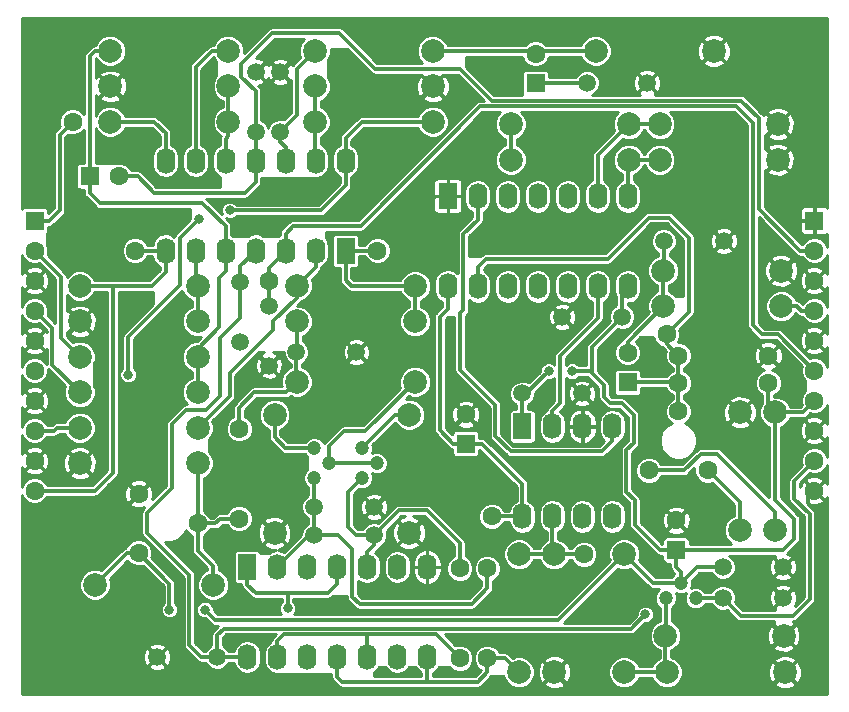
<source format=gbl>
G04 #@! TF.FileFunction,Copper,L2,Bot,Signal*
%FSLAX46Y46*%
G04 Gerber Fmt 4.6, Leading zero omitted, Abs format (unit mm)*
G04 Created by KiCad (PCBNEW (2016-08-20 BZR 7083)-product) date Sat Sep 29 15:02:56 2018*
%MOMM*%
%LPD*%
G01*
G04 APERTURE LIST*
%ADD10C,0.100000*%
%ADD11C,1.500000*%
%ADD12R,1.600000X1.600000*%
%ADD13C,1.600000*%
%ADD14R,1.600000X2.200000*%
%ADD15O,1.600000X2.200000*%
%ADD16C,1.200000*%
%ADD17C,5.000000*%
%ADD18C,2.000000*%
%ADD19C,0.800000*%
%ADD20C,0.300000*%
%ADD21C,0.250000*%
G04 APERTURE END LIST*
D10*
D11*
X18900000Y35240000D03*
X18900000Y30160000D03*
X20200000Y53040000D03*
X20200000Y47960000D03*
X16940000Y3500000D03*
X11860000Y3500000D03*
D12*
X55800000Y12550000D03*
D13*
X55800000Y15050000D03*
D14*
X27820000Y37890000D03*
D15*
X25280000Y37890000D03*
X22740000Y37890000D03*
X20200000Y37890000D03*
X17660000Y37890000D03*
X15120000Y37890000D03*
X12580000Y37890000D03*
X12580000Y45510000D03*
X15120000Y45510000D03*
X17660000Y45510000D03*
X20200000Y45510000D03*
X22740000Y45510000D03*
X25280000Y45510000D03*
X27820000Y45510000D03*
D14*
X19480000Y11110000D03*
D15*
X22020000Y11110000D03*
X24560000Y11110000D03*
X27100000Y11110000D03*
X29640000Y11110000D03*
X32180000Y11110000D03*
X34720000Y11110000D03*
X34720000Y3490000D03*
X32180000Y3490000D03*
X29640000Y3490000D03*
X27100000Y3490000D03*
X24560000Y3490000D03*
X22020000Y3490000D03*
X19480000Y3490000D03*
D16*
X56200000Y9735000D03*
X54930000Y8465000D03*
X57470000Y8465000D03*
D14*
X42790000Y23010000D03*
D15*
X45330000Y23010000D03*
X47870000Y23010000D03*
X50410000Y23010000D03*
X50410000Y15390000D03*
X47870000Y15390000D03*
X45330000Y15390000D03*
X42790000Y15390000D03*
D13*
X15300000Y14800000D03*
X10300000Y12300000D03*
X10300000Y17300000D03*
X56000000Y24300000D03*
X58500000Y19300000D03*
X53500000Y19300000D03*
D16*
X30435000Y19900000D03*
X29165000Y21170000D03*
X29165000Y18630000D03*
X26435000Y19900000D03*
X25165000Y21170000D03*
X25165000Y18630000D03*
D11*
X59760000Y8500000D03*
X64840000Y8500000D03*
D12*
X6150000Y44200000D03*
D13*
X8650000Y44200000D03*
D11*
X59760000Y11100000D03*
X64840000Y11100000D03*
X48260000Y52100000D03*
X53340000Y52100000D03*
X22300000Y53040000D03*
X22300000Y47960000D03*
D12*
X43900000Y52050000D03*
D13*
X43900000Y54550000D03*
D11*
X21300000Y33240000D03*
X21300000Y28160000D03*
X42760000Y25800000D03*
X47840000Y25800000D03*
D12*
X51700000Y26750000D03*
D13*
X51700000Y29250000D03*
D12*
X38000000Y21550000D03*
D13*
X38000000Y24050000D03*
D11*
X51240000Y32300000D03*
X46160000Y32300000D03*
X54760000Y38700000D03*
X59840000Y38700000D03*
X23660000Y29300000D03*
X28740000Y29300000D03*
X30240000Y13800000D03*
X25160000Y13800000D03*
X25160000Y16200000D03*
X30240000Y16200000D03*
D13*
X4700000Y48800000D03*
X10000000Y37900000D03*
X21300000Y35300000D03*
X55000000Y30800000D03*
X40200000Y15400000D03*
X30500000Y37900000D03*
X48000000Y12200000D03*
X56000000Y29000000D03*
X63600000Y29000000D03*
X63600000Y26700000D03*
X56000000Y26700000D03*
X18800000Y22800000D03*
X18800000Y15200000D03*
X37500000Y11000000D03*
X37500000Y3400000D03*
X39800000Y11000000D03*
X39800000Y3400000D03*
X1500000Y17570000D03*
X1500000Y20110000D03*
X1500000Y22650000D03*
X1500000Y25190000D03*
X1500000Y27730000D03*
X1500000Y30270000D03*
X1500000Y32810000D03*
X1500000Y35350000D03*
D12*
X1500000Y40430000D03*
D13*
X1500000Y37890000D03*
X67500000Y17570000D03*
X67500000Y20110000D03*
X67500000Y22650000D03*
X67500000Y25190000D03*
X67500000Y27730000D03*
X67500000Y30270000D03*
X67500000Y32810000D03*
X67500000Y35350000D03*
D12*
X67500000Y40430000D03*
D13*
X67500000Y37890000D03*
D17*
X40500000Y30000000D03*
D18*
X65000000Y2200000D03*
X55000000Y2200000D03*
X64900000Y5300000D03*
X54900000Y5300000D03*
X5300000Y31900000D03*
X15300000Y31900000D03*
X15300000Y25900000D03*
X5300000Y25900000D03*
X15300000Y28900000D03*
X5300000Y28900000D03*
X7900000Y54800000D03*
X17900000Y54800000D03*
X51400000Y2200000D03*
X51400000Y12200000D03*
X15300000Y34900000D03*
X5300000Y34900000D03*
X17900000Y48800000D03*
X7900000Y48800000D03*
X7900000Y51800000D03*
X17900000Y51800000D03*
X51800000Y48600000D03*
X41800000Y48600000D03*
X64400000Y48600000D03*
X54400000Y48600000D03*
X51800000Y45600000D03*
X41800000Y45600000D03*
X64400000Y45600000D03*
X54400000Y45600000D03*
X35200000Y51800000D03*
X25200000Y51800000D03*
X35200000Y54800000D03*
X25200000Y54800000D03*
X59000000Y54800000D03*
X49000000Y54800000D03*
X25200000Y48800000D03*
X35200000Y48800000D03*
X61200000Y24200000D03*
X61200000Y14200000D03*
X5300000Y22900000D03*
X15300000Y22900000D03*
X23700000Y34900000D03*
X33700000Y34900000D03*
X64200000Y14200000D03*
X64200000Y24200000D03*
X45500000Y2200000D03*
X45500000Y12200000D03*
X6600000Y9600000D03*
X16600000Y9600000D03*
X5300000Y19900000D03*
X15300000Y19900000D03*
X33700000Y31900000D03*
X23700000Y31900000D03*
X42500000Y12200000D03*
X42500000Y2200000D03*
X64700000Y36200000D03*
X54700000Y36200000D03*
X54700000Y33200000D03*
X64700000Y33200000D03*
X33200000Y14000000D03*
X33200000Y24000000D03*
X23700000Y26800000D03*
X33700000Y26800000D03*
X21800000Y14000000D03*
X21800000Y24000000D03*
D14*
X36480000Y42510000D03*
D15*
X39020000Y42510000D03*
X41560000Y42510000D03*
X44100000Y42510000D03*
X46640000Y42510000D03*
X49180000Y42510000D03*
X51720000Y42510000D03*
X51720000Y34890000D03*
X49180000Y34890000D03*
X46640000Y34890000D03*
X44100000Y34890000D03*
X41560000Y34890000D03*
X39020000Y34890000D03*
X36480000Y34890000D03*
D19*
X53200000Y7100000D03*
X67500000Y56500000D03*
X47400000Y6900000D03*
X53300000Y8600000D03*
X39700000Y7700000D03*
X44700000Y7700000D03*
X49300000Y17300000D03*
X50300000Y20200000D03*
X44700000Y26000000D03*
X49600000Y49000000D03*
X43800000Y44900000D03*
X43800000Y49000000D03*
X53100000Y47100000D03*
X56000000Y37700000D03*
X55900000Y34700000D03*
X42800000Y36300000D03*
X50500000Y36300000D03*
X53200000Y39000000D03*
X36700000Y37300000D03*
X50600000Y40700000D03*
X49400000Y38300000D03*
X42700000Y40500000D03*
X38900000Y37900000D03*
X42700000Y19800000D03*
X36700000Y31700000D03*
X49900000Y28500000D03*
X47500000Y28900000D03*
X58300000Y17600000D03*
X53500000Y21200000D03*
X54100000Y25600000D03*
X54200000Y27900000D03*
X53500000Y29900000D03*
X56900000Y30900000D03*
X53400000Y43700000D03*
X60300000Y49000000D03*
X39800000Y49000000D03*
X21000000Y42500000D03*
X19000000Y39900000D03*
X28500000Y42300000D03*
X34200000Y47000000D03*
X31900000Y22100000D03*
X39400000Y19600000D03*
X39000000Y13300000D03*
X10300000Y10400000D03*
X13600000Y10100000D03*
X16500000Y13500000D03*
X14200000Y13000000D03*
X18100000Y4900000D03*
X15900000Y5700000D03*
X21500000Y7800000D03*
X27900000Y7800000D03*
X24400000Y7800000D03*
X26600000Y47700000D03*
X27200000Y54100000D03*
X16400000Y53200000D03*
X29400000Y36100000D03*
X35700000Y45200000D03*
X31700000Y33800000D03*
X26400000Y35400000D03*
X23500000Y22600000D03*
X17000000Y21500000D03*
X23800000Y19900000D03*
X11000000Y33900000D03*
X13700000Y33400000D03*
X9400000Y26100000D03*
X11900000Y22000000D03*
X1300000Y15800000D03*
X3200000Y7500000D03*
X2000000Y1500000D03*
X38600000Y4700000D03*
X36200000Y2300000D03*
X30900000Y2300000D03*
X26000000Y1300000D03*
X18100000Y1300000D03*
X40200000Y1200000D03*
X54700000Y11000000D03*
X53400000Y3900000D03*
X57400000Y1600000D03*
X58100000Y6600000D03*
X58300000Y9800000D03*
X65700000Y25600000D03*
X65100000Y19100000D03*
X63100000Y18800000D03*
X61300000Y31900000D03*
X67500000Y50200000D03*
X46800000Y53600000D03*
X38500000Y53900000D03*
X16500000Y43900000D03*
X7600000Y46500000D03*
X10900000Y47600000D03*
X1800000Y56600000D03*
X5200000Y50800000D03*
X1600000Y42500000D03*
X14000000Y41100000D03*
X11300000Y39300000D03*
X11000000Y36200000D03*
X3300000Y37500000D03*
X4600000Y42100000D03*
X5000000Y46900000D03*
X47200000Y56600000D03*
X37100000Y56000000D03*
X32900000Y54400000D03*
X28200000Y56700000D03*
X20200000Y56500000D03*
X15900000Y56500000D03*
X13800000Y47600000D03*
X45000000Y27700000D03*
X47000000Y27700000D03*
X15900000Y7500000D03*
X12900000Y7500000D03*
X9400000Y27400000D03*
X15400000Y40600000D03*
X18000000Y41300000D03*
X22900000Y7600000D03*
D20*
X16940000Y3500000D02*
X16940000Y5340000D01*
X52000002Y5900002D02*
X53200000Y7100000D01*
X17500002Y5900002D02*
X52000002Y5900002D01*
X16940000Y5340000D02*
X17500002Y5900002D01*
X65800000Y18400000D02*
X65800000Y18410000D01*
X65800000Y18410000D02*
X67500000Y20110000D01*
X59760000Y8500000D02*
X61260000Y7000000D01*
X65800000Y16900000D02*
X65800000Y18400000D01*
X67100000Y15600000D02*
X65800000Y16900000D01*
X67100000Y8400000D02*
X67100000Y15600000D01*
X65700000Y7000000D02*
X67100000Y8400000D01*
X61260000Y7000000D02*
X65700000Y7000000D01*
X16940000Y3500000D02*
X15600000Y3500000D01*
X14600000Y4500000D02*
X14600000Y10400000D01*
X15600000Y3500000D02*
X14600000Y4500000D01*
X18900000Y35240000D02*
X18900000Y32200000D01*
X11000000Y14000000D02*
X14600000Y10400000D01*
X11000000Y15700000D02*
X11000000Y14000000D01*
X13100000Y17800000D02*
X11000000Y15700000D01*
X13100000Y23200000D02*
X13100000Y17800000D01*
X14300000Y24400000D02*
X13100000Y23200000D01*
X16000000Y24400000D02*
X14300000Y24400000D01*
X17200000Y25600000D02*
X16000000Y24400000D01*
X17200000Y30500000D02*
X17200000Y25600000D01*
X18900000Y32200000D02*
X17200000Y30500000D01*
X16940000Y3500000D02*
X19470000Y3500000D01*
X57470000Y8465000D02*
X59725000Y8465000D01*
X18900000Y35240000D02*
X18900000Y36590000D01*
X18900000Y36590000D02*
X20200000Y37890000D01*
X35200000Y51800000D02*
X36100000Y52700000D01*
X36100000Y52700000D02*
X36800000Y52700000D01*
X59000000Y54800000D02*
X60700000Y56500000D01*
X60700000Y56500000D02*
X67500000Y56500000D01*
X53300000Y8600000D02*
X49100000Y8600000D01*
X47400000Y6900000D02*
X49100000Y8600000D01*
X44700000Y7700000D02*
X39700000Y7700000D01*
X49300000Y17300000D02*
X49300000Y19200000D01*
X49300000Y19200000D02*
X50300000Y20200000D01*
X49600000Y49000000D02*
X47900000Y49000000D01*
X47900000Y49000000D02*
X43800000Y44900000D01*
X60300000Y49000000D02*
X58400000Y47100000D01*
X58400000Y47100000D02*
X53100000Y47100000D01*
X53200000Y39000000D02*
X50500000Y36300000D01*
X50600000Y39500000D02*
X50600000Y40700000D01*
X49400000Y38300000D02*
X50600000Y39500000D01*
X41500000Y40500000D02*
X42700000Y40500000D01*
X38900000Y37900000D02*
X41500000Y40500000D01*
X38000000Y24050000D02*
X36700000Y25350000D01*
X36700000Y25350000D02*
X36700000Y31700000D01*
X53500000Y25000000D02*
X53500000Y21200000D01*
X54100000Y25600000D02*
X53500000Y25000000D01*
X54200000Y29200000D02*
X54200000Y27900000D01*
X53500000Y29900000D02*
X54200000Y29200000D01*
X56500000Y43700000D02*
X53400000Y43700000D01*
X60300000Y47500000D02*
X56500000Y43700000D01*
X60300000Y49000000D02*
X60300000Y47500000D01*
X35700000Y45200000D02*
X39500000Y49000000D01*
X39500000Y49000000D02*
X39800000Y49000000D01*
X29500000Y42300000D02*
X28500000Y42300000D01*
X34200000Y47000000D02*
X29500000Y42300000D01*
X30240000Y16200000D02*
X31240000Y17200000D01*
X34400000Y19600000D02*
X31900000Y22100000D01*
X39400000Y19600000D02*
X34400000Y19600000D01*
X35100000Y17200000D02*
X39000000Y13300000D01*
X31240000Y17200000D02*
X35100000Y17200000D01*
X10300000Y5060000D02*
X10300000Y10400000D01*
X11860000Y3500000D02*
X10300000Y5060000D01*
X24400000Y7800000D02*
X27900000Y7800000D01*
X35200000Y51800000D02*
X34300000Y52700000D01*
X28600000Y52700000D02*
X27200000Y54100000D01*
X34300000Y52700000D02*
X28600000Y52700000D01*
X35700000Y45200000D02*
X32200000Y41700000D01*
X32200000Y41700000D02*
X32200000Y37000000D01*
X32200000Y37000000D02*
X31300000Y36100000D01*
X31300000Y36100000D02*
X29400000Y36100000D01*
X28740000Y29300000D02*
X26400000Y31640000D01*
X26400000Y31640000D02*
X26400000Y35400000D01*
X23500000Y24060000D02*
X28740000Y29300000D01*
X23500000Y22600000D02*
X23500000Y24060000D01*
X21800000Y14000000D02*
X23800000Y16000000D01*
X23800000Y16000000D02*
X23800000Y19900000D01*
X10300000Y17300000D02*
X11900000Y18900000D01*
X13700000Y30400000D02*
X13700000Y33400000D01*
X9400000Y26100000D02*
X13700000Y30400000D01*
X11900000Y18900000D02*
X11900000Y22000000D01*
X8800000Y15800000D02*
X10300000Y17300000D01*
X1300000Y15800000D02*
X8800000Y15800000D01*
X2000000Y6300000D02*
X3200000Y7500000D01*
X2000000Y1500000D02*
X2000000Y6300000D01*
X45500000Y2200000D02*
X43000000Y4700000D01*
X43000000Y4700000D02*
X38600000Y4700000D01*
X18100000Y1300000D02*
X26000000Y1300000D01*
X64900000Y5300000D02*
X61200000Y1600000D01*
X61200000Y1600000D02*
X57400000Y1600000D01*
X64840000Y8500000D02*
X63540000Y9800000D01*
X63540000Y9800000D02*
X58300000Y9800000D01*
X67500000Y17570000D02*
X67000000Y17070000D01*
X67000000Y17070000D02*
X67000000Y16500000D01*
X63600000Y29000000D02*
X65700000Y26900000D01*
X65700000Y26900000D02*
X65700000Y25600000D01*
X61200000Y24200000D02*
X63100000Y22300000D01*
X63100000Y22300000D02*
X63100000Y18800000D01*
X63600000Y29000000D02*
X61300000Y31300000D01*
X61300000Y31300000D02*
X61300000Y31900000D01*
X67500000Y56500000D02*
X67500000Y50200000D01*
X46500000Y53300000D02*
X46800000Y53600000D01*
X39100000Y53300000D02*
X46500000Y53300000D01*
X38500000Y53900000D02*
X39100000Y53300000D01*
X16500000Y43900000D02*
X11700000Y43900000D01*
X11700000Y43900000D02*
X9100000Y46500000D01*
X9100000Y46500000D02*
X7600000Y46500000D01*
X1800000Y56600000D02*
X1800000Y54200000D01*
X1800000Y54200000D02*
X5200000Y50800000D01*
X13100000Y41100000D02*
X14000000Y41100000D01*
X11300000Y39300000D02*
X13100000Y41100000D01*
X7300000Y36200000D02*
X11000000Y36200000D01*
X6000000Y37500000D02*
X7300000Y36200000D01*
X3300000Y37500000D02*
X6000000Y37500000D01*
X4600000Y46500000D02*
X4600000Y42100000D01*
X5000000Y46900000D02*
X4600000Y46500000D01*
X56900000Y56900000D02*
X59000000Y54800000D01*
X47500000Y56900000D02*
X56900000Y56900000D01*
X47200000Y56600000D02*
X47500000Y56900000D01*
X36300000Y56800000D02*
X37100000Y56000000D01*
X34100000Y56800000D02*
X36300000Y56800000D01*
X32900000Y55600000D02*
X34100000Y56800000D01*
X32900000Y54400000D02*
X32900000Y55600000D01*
X27800000Y57100000D02*
X28200000Y56700000D01*
X20800000Y57100000D02*
X27800000Y57100000D01*
X20200000Y56500000D02*
X20800000Y57100000D01*
X13800000Y54400000D02*
X15900000Y56500000D01*
X13800000Y47600000D02*
X13800000Y54400000D01*
X61300000Y50600000D02*
X62800002Y49099998D01*
X61300000Y50600000D02*
X40200000Y50600000D01*
X40200000Y50600000D02*
X37500000Y53300000D01*
X37500000Y53300000D02*
X30300000Y53300000D01*
X30300000Y53300000D02*
X27300000Y56300000D01*
X20200000Y51400000D02*
X19000000Y52600000D01*
X19000000Y52600000D02*
X19000000Y53700000D01*
X19000000Y53700000D02*
X21600000Y56300000D01*
X21600000Y56300000D02*
X27300000Y56300000D01*
X20200000Y47960000D02*
X20200000Y51400000D01*
X66310000Y37890000D02*
X67500000Y37890000D01*
X62800002Y41399998D02*
X66310000Y37890000D01*
X62800002Y49099998D02*
X62800002Y41399998D01*
X8650000Y44200000D02*
X10200000Y44200000D01*
X20200000Y43700000D02*
X20200000Y45510000D01*
X19300000Y42800000D02*
X20200000Y43700000D01*
X11600000Y42800000D02*
X19300000Y42800000D01*
X10200000Y44200000D02*
X11600000Y42800000D01*
X20200000Y47960000D02*
X20200000Y45510000D01*
X49700000Y26500000D02*
X49700000Y25500000D01*
X50200000Y25000000D02*
X51200000Y25000000D01*
X49700000Y25500000D02*
X50200000Y25000000D01*
X47000000Y27700000D02*
X48700000Y27700000D01*
X43100000Y25800000D02*
X45000000Y27700000D01*
X43100000Y25800000D02*
X42760000Y25800000D01*
X51240000Y32300000D02*
X48700000Y29760000D01*
X48700000Y29760000D02*
X48700000Y27700000D01*
X48700000Y27700000D02*
X48700000Y27500000D01*
X52200000Y24000000D02*
X51200000Y25000000D01*
X52200000Y21600000D02*
X52200000Y24000000D01*
X51600000Y21000000D02*
X52200000Y21600000D01*
X51600000Y17500000D02*
X51600000Y21000000D01*
X52300000Y16800000D02*
X51600000Y17500000D01*
X52300000Y14700000D02*
X52300000Y16800000D01*
X54450000Y12550000D02*
X52300000Y14700000D01*
X54450000Y12550000D02*
X55800000Y12550000D01*
X49700000Y26500000D02*
X48700000Y27500000D01*
X42790000Y23010000D02*
X42760000Y23040000D01*
X42760000Y23040000D02*
X42760000Y25800000D01*
X51720000Y34890000D02*
X51240000Y34410000D01*
X51240000Y34410000D02*
X51240000Y32300000D01*
X15900000Y7500000D02*
X16800000Y6600000D01*
X45800000Y6600000D02*
X51400000Y12200000D01*
X16800000Y6600000D02*
X45800000Y6600000D01*
X10300000Y12300000D02*
X12900000Y9700000D01*
X12900000Y9700000D02*
X12900000Y7500000D01*
X64200000Y24200000D02*
X66510000Y24200000D01*
X66510000Y24200000D02*
X67500000Y25190000D01*
X55800000Y12550000D02*
X64850000Y12550000D01*
X64850000Y12550000D02*
X65800000Y13500000D01*
X65800000Y13500000D02*
X65800000Y15200000D01*
X65800000Y15200000D02*
X64200000Y16800000D01*
X64200000Y16800000D02*
X64200000Y24200000D01*
X56200000Y9735000D02*
X56200000Y10700000D01*
X56200000Y10700000D02*
X55800000Y11100000D01*
X55800000Y11100000D02*
X55800000Y12550000D01*
X59760000Y11100000D02*
X57565000Y11100000D01*
X57565000Y11100000D02*
X56200000Y9735000D01*
X51400000Y12200000D02*
X53865000Y9735000D01*
X53865000Y9735000D02*
X56200000Y9735000D01*
X63600000Y26700000D02*
X63600000Y24800000D01*
X63600000Y24800000D02*
X64200000Y24200000D01*
X10300000Y12300000D02*
X9300000Y12300000D01*
X9300000Y12300000D02*
X6600000Y9600000D01*
X15300000Y28900000D02*
X15300000Y29600000D01*
X15300000Y29600000D02*
X17100000Y31400000D01*
X17100000Y31400000D02*
X17100000Y35600000D01*
X15300000Y28900000D02*
X15300000Y25900000D01*
X17660000Y37890000D02*
X17660000Y36160000D01*
X17660000Y36160000D02*
X17100000Y35600000D01*
X17660000Y37890000D02*
X17660000Y39940000D01*
X6150000Y42750000D02*
X6150000Y44200000D01*
X7000000Y41900000D02*
X6150000Y42750000D01*
X15700000Y41900000D02*
X7000000Y41900000D01*
X17660000Y39940000D02*
X15700000Y41900000D01*
X7900000Y54800000D02*
X6600000Y54800000D01*
X6150000Y54350000D02*
X6150000Y44200000D01*
X6600000Y54800000D02*
X6150000Y54350000D01*
X9400000Y27400000D02*
X9400000Y30600000D01*
X9400000Y30600000D02*
X13800000Y35000000D01*
X13800000Y35000000D02*
X13800000Y39000000D01*
X13800000Y39000000D02*
X15400000Y40600000D01*
X18000000Y41300000D02*
X25700000Y41300000D01*
X25700000Y41300000D02*
X27820000Y43420000D01*
X27820000Y43420000D02*
X27820000Y45510000D01*
X35200000Y48800000D02*
X29200000Y48800000D01*
X27820000Y47420000D02*
X27820000Y45510000D01*
X29200000Y48800000D02*
X27820000Y47420000D01*
X48260000Y52100000D02*
X43950000Y52100000D01*
X43950000Y52100000D02*
X43900000Y52050000D01*
X41800000Y48600000D02*
X41800000Y45600000D01*
X25200000Y54800000D02*
X23700000Y53300000D01*
X23700000Y49360000D02*
X22300000Y47960000D01*
X23700000Y53300000D02*
X23700000Y49360000D01*
X22300000Y47960000D02*
X22300000Y47100000D01*
X22740000Y46660000D02*
X22740000Y45510000D01*
X22300000Y47100000D02*
X22740000Y46660000D01*
X35200000Y54800000D02*
X43650000Y54800000D01*
X49000000Y54800000D02*
X44150000Y54800000D01*
X55000000Y30800000D02*
X56900000Y32700000D01*
X39020000Y36520000D02*
X39020000Y34890000D01*
X39700000Y37200000D02*
X39020000Y36520000D01*
X50000000Y37200000D02*
X39700000Y37200000D01*
X53500000Y40700000D02*
X50000000Y37200000D01*
X55200000Y40700000D02*
X53500000Y40700000D01*
X56900000Y39000000D02*
X55200000Y40700000D01*
X56900000Y32700000D02*
X56900000Y39000000D01*
X51700000Y26750000D02*
X55950000Y26750000D01*
X55000000Y30800000D02*
X55000000Y30000000D01*
X55000000Y30000000D02*
X56000000Y29000000D01*
X56000000Y26700000D02*
X56000000Y24300000D01*
X56000000Y29000000D02*
X56000000Y26700000D01*
X51700000Y29250000D02*
X51700000Y30200000D01*
X51700000Y30200000D02*
X54700000Y33200000D01*
X54700000Y36200000D02*
X54700000Y33200000D01*
X54760000Y38700000D02*
X54760000Y36260000D01*
X38000000Y21550000D02*
X36950000Y21550000D01*
X36480000Y32980000D02*
X36480000Y34890000D01*
X35800000Y32300000D02*
X36480000Y32980000D01*
X35800000Y22700000D02*
X35800000Y32300000D01*
X36950000Y21550000D02*
X35800000Y22700000D01*
X42790000Y15390000D02*
X40210000Y15390000D01*
X38000000Y21550000D02*
X39350000Y21550000D01*
X42790000Y18110000D02*
X42790000Y15390000D01*
X39350000Y21550000D02*
X42790000Y18110000D01*
X23700000Y26800000D02*
X22800000Y25900000D01*
X18800000Y24600000D02*
X18800000Y22800000D01*
X20100000Y25900000D02*
X18800000Y24600000D01*
X22800000Y25900000D02*
X20100000Y25900000D01*
X23660000Y29300000D02*
X23660000Y26840000D01*
X23700000Y31900000D02*
X23700000Y29340000D01*
X37500000Y11000000D02*
X37500000Y13100000D01*
X32340000Y15900000D02*
X30240000Y13800000D01*
X34700000Y15900000D02*
X32340000Y15900000D01*
X37500000Y13100000D02*
X34700000Y15900000D01*
X30240000Y13800000D02*
X30240000Y12940000D01*
X29640000Y12340000D02*
X29640000Y11110000D01*
X30240000Y12940000D02*
X29640000Y12340000D01*
X29165000Y18630000D02*
X28000000Y17465000D01*
X28700000Y13800000D02*
X30240000Y13800000D01*
X28000000Y14500000D02*
X28700000Y13800000D01*
X28000000Y17465000D02*
X28000000Y14500000D01*
X29000000Y8000000D02*
X38500000Y8000000D01*
X25160000Y13800000D02*
X27200000Y13800000D01*
X39800000Y9300000D02*
X39800000Y11000000D01*
X38500000Y8000000D02*
X39800000Y9300000D01*
X28400000Y8600000D02*
X29000000Y8000000D01*
X28400000Y12600000D02*
X28400000Y8600000D01*
X27200000Y13800000D02*
X28400000Y12600000D01*
X22020000Y11110000D02*
X24710000Y13800000D01*
X24710000Y13800000D02*
X25160000Y13800000D01*
X25160000Y16200000D02*
X25160000Y13800000D01*
X25165000Y18630000D02*
X25160000Y18625000D01*
X25160000Y18625000D02*
X25160000Y16200000D01*
X15300000Y22900000D02*
X18000000Y25600000D01*
X21700000Y31900000D02*
X23700000Y33900000D01*
X21700000Y31200000D02*
X21700000Y31900000D01*
X18000000Y27500000D02*
X21700000Y31200000D01*
X18000000Y25600000D02*
X18000000Y27500000D01*
X23700000Y33900000D02*
X23700000Y34900000D01*
X25280000Y37890000D02*
X25280000Y36480000D01*
X25280000Y36480000D02*
X23700000Y34900000D01*
X15300000Y34900000D02*
X15300000Y31900000D01*
X15120000Y37890000D02*
X15120000Y35080000D01*
X17900000Y54800000D02*
X16500000Y54800000D01*
X15120000Y53420000D02*
X15120000Y45510000D01*
X16500000Y54800000D02*
X15120000Y53420000D01*
X25200000Y48800000D02*
X25200000Y45590000D01*
X25200000Y51800000D02*
X25200000Y48800000D01*
X22900000Y8900000D02*
X26300000Y8900000D01*
X27100000Y9700000D02*
X27100000Y11110000D01*
X26300000Y8900000D02*
X27100000Y9700000D01*
X22900000Y7600000D02*
X22900000Y8900000D01*
X19480000Y11110000D02*
X19480000Y9620000D01*
X20200000Y8900000D02*
X22900000Y8900000D01*
X19480000Y9620000D02*
X20200000Y8900000D01*
X34720000Y3490000D02*
X34720000Y1400000D01*
X39800000Y3400000D02*
X41300000Y3400000D01*
X41300000Y3400000D02*
X42500000Y2200000D01*
X27100000Y3490000D02*
X27100000Y1800000D01*
X39800000Y2200000D02*
X39800000Y3400000D01*
X39000000Y1400000D02*
X39800000Y2200000D01*
X27500000Y1400000D02*
X34720000Y1400000D01*
X34720000Y1400000D02*
X39000000Y1400000D01*
X27100000Y1800000D02*
X27500000Y1400000D01*
X29640000Y3490000D02*
X29640000Y5400000D01*
X22020000Y3490000D02*
X22020000Y4820000D01*
X35500000Y5400000D02*
X37500000Y3400000D01*
X22600000Y5400000D02*
X29640000Y5400000D01*
X29640000Y5400000D02*
X35500000Y5400000D01*
X22020000Y4820000D02*
X22600000Y5400000D01*
X55000000Y2200000D02*
X51400000Y2200000D01*
X54900000Y5300000D02*
X54900000Y2300000D01*
X54930000Y8465000D02*
X54930000Y5330000D01*
X49500000Y20900000D02*
X41800000Y20900000D01*
X50410000Y21810000D02*
X49500000Y20900000D01*
X50410000Y23010000D02*
X50410000Y21810000D01*
X39020000Y40520000D02*
X39020000Y42510000D01*
X37800000Y39300000D02*
X39020000Y40520000D01*
X37800000Y32900000D02*
X37800000Y39300000D01*
X37500000Y32600000D02*
X37800000Y32900000D01*
X37500000Y27800000D02*
X37500000Y32600000D01*
X40500000Y24800000D02*
X37500000Y27800000D01*
X40500000Y22200000D02*
X40500000Y24800000D01*
X41800000Y20900000D02*
X40500000Y22200000D01*
X51800000Y48600000D02*
X49180000Y45980000D01*
X49180000Y45980000D02*
X49180000Y42510000D01*
X54400000Y48600000D02*
X51800000Y48600000D01*
X51800000Y45600000D02*
X54400000Y45600000D01*
X51720000Y45520000D02*
X51720000Y42510000D01*
X46000000Y25000000D02*
X46000000Y29000000D01*
X45330000Y23010000D02*
X45330000Y24330000D01*
X45330000Y24330000D02*
X46000000Y25000000D01*
X49180000Y32180000D02*
X49180000Y34890000D01*
X46000000Y29000000D02*
X49180000Y32180000D01*
X48000000Y12200000D02*
X45500000Y12200000D01*
X42500000Y12200000D02*
X45500000Y12200000D01*
X45330000Y15390000D02*
X45330000Y12370000D01*
X15300000Y14800000D02*
X15300000Y12500000D01*
X16600000Y11200000D02*
X16600000Y9600000D01*
X15300000Y12500000D02*
X16600000Y11200000D01*
X18800000Y15200000D02*
X17200000Y15200000D01*
X16800000Y14800000D02*
X15300000Y14800000D01*
X17200000Y15200000D02*
X16800000Y14800000D01*
X15300000Y19900000D02*
X15300000Y14800000D01*
X61200000Y14200000D02*
X61200000Y16600000D01*
X61200000Y16600000D02*
X58500000Y19300000D01*
X53500000Y19300000D02*
X56500000Y19300000D01*
X64200000Y15800000D02*
X64200000Y14200000D01*
X59300000Y20700000D02*
X64200000Y15800000D01*
X57900000Y20700000D02*
X59300000Y20700000D01*
X56500000Y19300000D02*
X57900000Y20700000D01*
X29165000Y21170000D02*
X31995000Y24000000D01*
X31995000Y24000000D02*
X33200000Y24000000D01*
X26435000Y19900000D02*
X26435000Y21335000D01*
X29500000Y22600000D02*
X33700000Y26800000D01*
X27700000Y22600000D02*
X29500000Y22600000D01*
X26435000Y21335000D02*
X27700000Y22600000D01*
X30435000Y19900000D02*
X26435000Y19900000D01*
X21800000Y24000000D02*
X21800000Y22100000D01*
X22730000Y21170000D02*
X25165000Y21170000D01*
X21800000Y22100000D02*
X22730000Y21170000D01*
X29100000Y40000000D02*
X39199998Y50099998D01*
X22740000Y39340000D02*
X23400000Y40000000D01*
X23400000Y40000000D02*
X29100000Y40000000D01*
X62300000Y31600000D02*
X63100000Y30800000D01*
X63100000Y30800000D02*
X64430000Y30800000D01*
X67500000Y27730000D02*
X64430000Y30800000D01*
X22740000Y39340000D02*
X22740000Y37890000D01*
X62300000Y48700000D02*
X62300000Y31600000D01*
X60900002Y50099998D02*
X62300000Y48700000D01*
X39199998Y50099998D02*
X60900002Y50099998D01*
X21300000Y35300000D02*
X21300000Y33240000D01*
X21300000Y35300000D02*
X21300000Y36450000D01*
X21300000Y36450000D02*
X22740000Y37890000D01*
X8100000Y34900000D02*
X8100000Y19100000D01*
X6570000Y17570000D02*
X1500000Y17570000D01*
X8100000Y19100000D02*
X6570000Y17570000D01*
X5300000Y34900000D02*
X8100000Y34900000D01*
X8100000Y34900000D02*
X11400000Y34900000D01*
X12580000Y36080000D02*
X12580000Y37890000D01*
X11400000Y34900000D02*
X12580000Y36080000D01*
X10000000Y37900000D02*
X12570000Y37900000D01*
X4700000Y48800000D02*
X3600000Y47700000D01*
X2730000Y40430000D02*
X1500000Y40430000D01*
X3600000Y41300000D02*
X2730000Y40430000D01*
X3600000Y47700000D02*
X3600000Y41300000D01*
X7900000Y48800000D02*
X11600000Y48800000D01*
X12580000Y47820000D02*
X12580000Y45510000D01*
X11600000Y48800000D02*
X12580000Y47820000D01*
X5300000Y25900000D02*
X3000000Y28200000D01*
X3000000Y31310000D02*
X1500000Y32810000D01*
X3000000Y28200000D02*
X3000000Y31310000D01*
X5300000Y28900000D02*
X3700000Y30500000D01*
X3700000Y35690000D02*
X1500000Y37890000D01*
X3700000Y30500000D02*
X3700000Y35690000D01*
X1500000Y22650000D02*
X3150000Y22650000D01*
X3400000Y22900000D02*
X5300000Y22900000D01*
X3150000Y22650000D02*
X3400000Y22900000D01*
X67500000Y32810000D02*
X66390000Y32810000D01*
X66000000Y33200000D02*
X64700000Y33200000D01*
X66390000Y32810000D02*
X66000000Y33200000D01*
X17900000Y48800000D02*
X17900000Y51800000D01*
X17660000Y45510000D02*
X17660000Y47360000D01*
X17900000Y47600000D02*
X17900000Y48800000D01*
X17660000Y47360000D02*
X17900000Y47600000D01*
X30500000Y37900000D02*
X27830000Y37900000D01*
X33700000Y34900000D02*
X33700000Y31900000D01*
X27820000Y37890000D02*
X27820000Y35380000D01*
X28300000Y34900000D02*
X33700000Y34900000D01*
X27820000Y35380000D02*
X28300000Y34900000D01*
D21*
G36*
X14159100Y34139114D02*
X14537124Y33760429D01*
X14805000Y33649197D01*
X14805000Y33150762D01*
X14539114Y33040900D01*
X14160429Y32662876D01*
X13955234Y32168711D01*
X13954767Y31633637D01*
X14159100Y31139114D01*
X14537124Y30760429D01*
X15031289Y30555234D01*
X15554741Y30554777D01*
X15245013Y30245049D01*
X15033637Y30245233D01*
X14539114Y30040900D01*
X14160429Y29662876D01*
X13955234Y29168711D01*
X13954767Y28633637D01*
X14159100Y28139114D01*
X14537124Y27760429D01*
X14805000Y27649197D01*
X14805000Y27150762D01*
X14539114Y27040900D01*
X14160429Y26662876D01*
X13955234Y26168711D01*
X13954767Y25633637D01*
X14159100Y25139114D01*
X14402788Y24895000D01*
X14300000Y24895000D01*
X14110572Y24857320D01*
X13949982Y24750018D01*
X12749982Y23550018D01*
X12642680Y23389428D01*
X12605000Y23200000D01*
X12605000Y18005036D01*
X11432639Y16832675D01*
X11520082Y17032795D01*
X11529464Y17520040D01*
X11351671Y17973785D01*
X11324954Y18013771D01*
X11125530Y18090175D01*
X10335355Y17300000D01*
X10349498Y17285857D01*
X10314143Y17250502D01*
X10300000Y17264645D01*
X9509825Y16474470D01*
X9586229Y16275046D01*
X10032795Y16079918D01*
X10520040Y16070536D01*
X10767440Y16167476D01*
X10649982Y16050018D01*
X10542680Y15889428D01*
X10505000Y15700000D01*
X10505000Y14000000D01*
X10542680Y13810572D01*
X10649982Y13649982D01*
X14105000Y10194964D01*
X14105000Y4500000D01*
X14142680Y4310572D01*
X14249982Y4149982D01*
X15249982Y3149982D01*
X15410572Y3042680D01*
X15600000Y3004999D01*
X15600005Y3005000D01*
X15959739Y3005000D01*
X16011163Y2880543D01*
X16318923Y2572246D01*
X16721236Y2405191D01*
X17156853Y2404811D01*
X17559457Y2571163D01*
X17867754Y2878923D01*
X17920106Y3005000D01*
X18366168Y3005000D01*
X18422158Y2723518D01*
X18670363Y2352054D01*
X19041827Y2103849D01*
X19480000Y2016691D01*
X19918173Y2103849D01*
X20289637Y2352054D01*
X20537842Y2723518D01*
X20625000Y3161691D01*
X20625000Y3818309D01*
X20537842Y4256482D01*
X20289637Y4627946D01*
X19918173Y4876151D01*
X19480000Y4963309D01*
X19041827Y4876151D01*
X18670363Y4627946D01*
X18422158Y4256482D01*
X18370146Y3995000D01*
X17920261Y3995000D01*
X17868837Y4119457D01*
X17561077Y4427754D01*
X17435000Y4480106D01*
X17435000Y5134964D01*
X17705038Y5405002D01*
X21904966Y5405002D01*
X21669982Y5170018D01*
X21562680Y5009428D01*
X21529171Y4840967D01*
X21210363Y4627946D01*
X20962158Y4256482D01*
X20875000Y3818309D01*
X20875000Y3161691D01*
X20962158Y2723518D01*
X21210363Y2352054D01*
X21581827Y2103849D01*
X22020000Y2016691D01*
X22313139Y2075000D01*
X24266861Y2075000D01*
X24560000Y2016691D01*
X24853139Y2075000D01*
X26605000Y2075000D01*
X26605000Y1800000D01*
X26642680Y1610572D01*
X26749982Y1449982D01*
X27149982Y1049982D01*
X27310571Y942680D01*
X27500000Y905000D01*
X39000000Y905000D01*
X39189428Y942680D01*
X39350018Y1049982D01*
X40150018Y1849982D01*
X40166734Y1875000D01*
X41178995Y1875000D01*
X41359100Y1439114D01*
X41737124Y1060429D01*
X42231289Y855234D01*
X42766363Y854767D01*
X43260886Y1059100D01*
X43432334Y1230249D01*
X44565604Y1230249D01*
X44666349Y1010045D01*
X45185183Y781600D01*
X45751945Y769093D01*
X46280351Y974429D01*
X46333651Y1010045D01*
X46434396Y1230249D01*
X45500000Y2164645D01*
X44565604Y1230249D01*
X43432334Y1230249D01*
X43639571Y1437124D01*
X43844766Y1931289D01*
X43844780Y1948055D01*
X44069093Y1948055D01*
X44274429Y1419649D01*
X44310045Y1366349D01*
X44530249Y1265604D01*
X45464645Y2200000D01*
X45535355Y2200000D01*
X46469751Y1265604D01*
X46689955Y1366349D01*
X46918400Y1885183D01*
X46930907Y2451945D01*
X46725571Y2980351D01*
X46689955Y3033651D01*
X46469751Y3134396D01*
X45535355Y2200000D01*
X45464645Y2200000D01*
X44530249Y3134396D01*
X44310045Y3033651D01*
X44081600Y2514817D01*
X44069093Y1948055D01*
X43844780Y1948055D01*
X43845233Y2466363D01*
X43640900Y2960886D01*
X43432400Y3169751D01*
X44565604Y3169751D01*
X45500000Y2235355D01*
X46434396Y3169751D01*
X46333651Y3389955D01*
X45814817Y3618400D01*
X45248055Y3630907D01*
X44719649Y3425571D01*
X44666349Y3389955D01*
X44565604Y3169751D01*
X43432400Y3169751D01*
X43262876Y3339571D01*
X42768711Y3544766D01*
X42233637Y3545233D01*
X41965567Y3434469D01*
X41650018Y3750018D01*
X41489428Y3857320D01*
X41300000Y3895000D01*
X40834362Y3895000D01*
X40771250Y4047743D01*
X40449437Y4370118D01*
X40028754Y4544801D01*
X39573245Y4545198D01*
X39152257Y4371250D01*
X38829882Y4049437D01*
X38655199Y3628754D01*
X38654802Y3173245D01*
X38828750Y2752257D01*
X39150563Y2429882D01*
X39277244Y2377280D01*
X38794964Y1895000D01*
X35215000Y1895000D01*
X35215000Y2141820D01*
X35529637Y2352054D01*
X35745423Y2675000D01*
X36605872Y2675000D01*
X36850563Y2429882D01*
X37271246Y2255199D01*
X37726755Y2254802D01*
X38147743Y2428750D01*
X38470118Y2750563D01*
X38644801Y3171246D01*
X38645198Y3626755D01*
X38471250Y4047743D01*
X38149437Y4370118D01*
X37728754Y4544801D01*
X37273245Y4545198D01*
X37118696Y4481340D01*
X36195034Y5405002D01*
X52000002Y5405002D01*
X52189430Y5442682D01*
X52350020Y5549984D01*
X53155075Y6355039D01*
X53347539Y6354871D01*
X53621457Y6468052D01*
X53831212Y6677441D01*
X53944870Y6951160D01*
X53945129Y7247539D01*
X53831948Y7521457D01*
X53622559Y7731212D01*
X53348840Y7844870D01*
X53052461Y7845129D01*
X52778543Y7731948D01*
X52568788Y7522559D01*
X52455130Y7248840D01*
X52454961Y7054997D01*
X51794966Y6395002D01*
X46295038Y6395002D01*
X50865595Y10965559D01*
X51131289Y10855234D01*
X51666363Y10854767D01*
X51934433Y10965531D01*
X53514982Y9384982D01*
X53675571Y9277680D01*
X53865000Y9240000D01*
X54368754Y9240000D01*
X54129335Y9000999D01*
X53985164Y8653797D01*
X53984836Y8277852D01*
X54128401Y7930400D01*
X54394001Y7664335D01*
X54435000Y7647311D01*
X54435000Y6563158D01*
X54139114Y6440900D01*
X53760429Y6062876D01*
X53555234Y5568711D01*
X53554767Y5033637D01*
X53759100Y4539114D01*
X54137124Y4160429D01*
X54405000Y4049197D01*
X54405000Y3409443D01*
X54239114Y3340900D01*
X53860429Y2962876D01*
X53749197Y2695000D01*
X52650762Y2695000D01*
X52540900Y2960886D01*
X52162876Y3339571D01*
X51668711Y3544766D01*
X51133637Y3545233D01*
X50639114Y3340900D01*
X50260429Y2962876D01*
X50055234Y2468711D01*
X50054767Y1933637D01*
X50259100Y1439114D01*
X50637124Y1060429D01*
X51131289Y855234D01*
X51666363Y854767D01*
X52160886Y1059100D01*
X52539571Y1437124D01*
X52650803Y1705000D01*
X53749238Y1705000D01*
X53859100Y1439114D01*
X54237124Y1060429D01*
X54731289Y855234D01*
X55266363Y854767D01*
X55760886Y1059100D01*
X55932334Y1230249D01*
X64065604Y1230249D01*
X64166349Y1010045D01*
X64685183Y781600D01*
X65251945Y769093D01*
X65780351Y974429D01*
X65833651Y1010045D01*
X65934396Y1230249D01*
X65000000Y2164645D01*
X64065604Y1230249D01*
X55932334Y1230249D01*
X56139571Y1437124D01*
X56344766Y1931289D01*
X56344780Y1948055D01*
X63569093Y1948055D01*
X63774429Y1419649D01*
X63810045Y1366349D01*
X64030249Y1265604D01*
X64964645Y2200000D01*
X65035355Y2200000D01*
X65969751Y1265604D01*
X66189955Y1366349D01*
X66418400Y1885183D01*
X66430907Y2451945D01*
X66225571Y2980351D01*
X66189955Y3033651D01*
X65969751Y3134396D01*
X65035355Y2200000D01*
X64964645Y2200000D01*
X64030249Y3134396D01*
X63810045Y3033651D01*
X63581600Y2514817D01*
X63569093Y1948055D01*
X56344780Y1948055D01*
X56345233Y2466363D01*
X56140900Y2960886D01*
X55932400Y3169751D01*
X64065604Y3169751D01*
X65000000Y2235355D01*
X65934396Y3169751D01*
X65833651Y3389955D01*
X65314817Y3618400D01*
X64748055Y3630907D01*
X64219649Y3425571D01*
X64166349Y3389955D01*
X64065604Y3169751D01*
X55932400Y3169751D01*
X55762876Y3339571D01*
X55395000Y3492326D01*
X55395000Y4049238D01*
X55660886Y4159100D01*
X55832334Y4330249D01*
X63965604Y4330249D01*
X64066349Y4110045D01*
X64585183Y3881600D01*
X65151945Y3869093D01*
X65680351Y4074429D01*
X65733651Y4110045D01*
X65834396Y4330249D01*
X64900000Y5264645D01*
X63965604Y4330249D01*
X55832334Y4330249D01*
X56039571Y4537124D01*
X56244766Y5031289D01*
X56244780Y5048055D01*
X63469093Y5048055D01*
X63674429Y4519649D01*
X63710045Y4466349D01*
X63930249Y4365604D01*
X64864645Y5300000D01*
X64935355Y5300000D01*
X65869751Y4365604D01*
X66089955Y4466349D01*
X66318400Y4985183D01*
X66330907Y5551945D01*
X66125571Y6080351D01*
X66089955Y6133651D01*
X65869751Y6234396D01*
X64935355Y5300000D01*
X64864645Y5300000D01*
X63930249Y6234396D01*
X63710045Y6133651D01*
X63481600Y5614817D01*
X63469093Y5048055D01*
X56244780Y5048055D01*
X56245233Y5566363D01*
X56040900Y6060886D01*
X55662876Y6439571D01*
X55425000Y6538346D01*
X55425000Y7647039D01*
X55464600Y7663401D01*
X55730665Y7929001D01*
X55874836Y8276203D01*
X55875164Y8652148D01*
X55778151Y8886936D01*
X56011203Y8790164D01*
X56387148Y8789836D01*
X56621936Y8886849D01*
X56525164Y8653797D01*
X56524836Y8277852D01*
X56668401Y7930400D01*
X56934001Y7664335D01*
X57281203Y7520164D01*
X57657148Y7519836D01*
X58004600Y7663401D01*
X58270665Y7929001D01*
X58287689Y7970000D01*
X58794200Y7970000D01*
X58831163Y7880543D01*
X59138923Y7572246D01*
X59541236Y7405191D01*
X59976853Y7404811D01*
X60103021Y7456943D01*
X60909982Y6649982D01*
X61070572Y6542680D01*
X61260000Y6505000D01*
X64088864Y6505000D01*
X64066349Y6489955D01*
X63965604Y6269751D01*
X64900000Y5335355D01*
X65834396Y6269751D01*
X65733651Y6489955D01*
X65699481Y6505000D01*
X65700000Y6505000D01*
X65889428Y6542680D01*
X66050018Y6649982D01*
X67450018Y8049982D01*
X67557320Y8210572D01*
X67595000Y8400000D01*
X67595000Y15600000D01*
X67557320Y15789428D01*
X67450018Y15950018D01*
X66908352Y16491684D01*
X67232795Y16349918D01*
X67720040Y16340536D01*
X68173785Y16518329D01*
X68213771Y16545046D01*
X68290175Y16744470D01*
X67500000Y17534645D01*
X67485858Y17520502D01*
X67450503Y17555857D01*
X67464645Y17570000D01*
X66674470Y18360175D01*
X66475046Y18283771D01*
X66295000Y17871721D01*
X66295000Y18204964D01*
X66485566Y18395530D01*
X66709825Y18395530D01*
X67500000Y17605355D01*
X68290175Y18395530D01*
X68213771Y18594954D01*
X67767205Y18790082D01*
X67279960Y18799464D01*
X66826215Y18621671D01*
X66786229Y18594954D01*
X66709825Y18395530D01*
X66485566Y18395530D01*
X67118614Y19028578D01*
X67271246Y18965199D01*
X67726755Y18964802D01*
X68147743Y19138750D01*
X68470118Y19460563D01*
X68605000Y19785395D01*
X68605000Y18107684D01*
X68551671Y18243785D01*
X68524954Y18283771D01*
X68325530Y18360175D01*
X67535355Y17570000D01*
X68325530Y16779825D01*
X68524954Y16856229D01*
X68605000Y17039421D01*
X68605000Y395000D01*
X395000Y395000D01*
X395000Y2710527D01*
X11105882Y2710527D01*
X11176200Y2516298D01*
X11604698Y2329499D01*
X12072063Y2320898D01*
X12507143Y2491805D01*
X12543800Y2516298D01*
X12614118Y2710527D01*
X11860000Y3464645D01*
X11105882Y2710527D01*
X395000Y2710527D01*
X395000Y3287937D01*
X10680898Y3287937D01*
X10851805Y2852857D01*
X10876298Y2816200D01*
X11070527Y2745882D01*
X11824645Y3500000D01*
X11895355Y3500000D01*
X12649473Y2745882D01*
X12843702Y2816200D01*
X13030501Y3244698D01*
X13039102Y3712063D01*
X12868195Y4147143D01*
X12843702Y4183800D01*
X12649473Y4254118D01*
X11895355Y3500000D01*
X11824645Y3500000D01*
X11070527Y4254118D01*
X10876298Y4183800D01*
X10689499Y3755302D01*
X10680898Y3287937D01*
X395000Y3287937D01*
X395000Y4289473D01*
X11105882Y4289473D01*
X11860000Y3535355D01*
X12614118Y4289473D01*
X12543800Y4483702D01*
X12115302Y4670501D01*
X11647937Y4679102D01*
X11212857Y4508195D01*
X11176200Y4483702D01*
X11105882Y4289473D01*
X395000Y4289473D01*
X395000Y9333637D01*
X5254767Y9333637D01*
X5459100Y8839114D01*
X5837124Y8460429D01*
X6331289Y8255234D01*
X6866363Y8254767D01*
X7360886Y8459100D01*
X7739571Y8837124D01*
X7944766Y9331289D01*
X7945233Y9866363D01*
X7834469Y10134433D01*
X9340511Y11640475D01*
X9650563Y11329882D01*
X10071246Y11155199D01*
X10526755Y11154802D01*
X10681304Y11218660D01*
X12405000Y9494964D01*
X12405000Y8058533D01*
X12268788Y7922559D01*
X12155130Y7648840D01*
X12154871Y7352461D01*
X12268052Y7078543D01*
X12477441Y6868788D01*
X12751160Y6755130D01*
X13047539Y6754871D01*
X13321457Y6868052D01*
X13531212Y7077441D01*
X13644870Y7351160D01*
X13645129Y7647539D01*
X13531948Y7921457D01*
X13395000Y8058644D01*
X13395000Y9700000D01*
X13357320Y9889428D01*
X13250018Y10050018D01*
X11381422Y11918614D01*
X11444801Y12071246D01*
X11445198Y12526755D01*
X11271250Y12947743D01*
X10949437Y13270118D01*
X10528754Y13444801D01*
X10073245Y13445198D01*
X9652257Y13271250D01*
X9329882Y12949437D01*
X9262671Y12787575D01*
X9110572Y12757320D01*
X8949982Y12650018D01*
X7134405Y10834441D01*
X6868711Y10944766D01*
X6333637Y10945233D01*
X5839114Y10740900D01*
X5460429Y10362876D01*
X5255234Y9868711D01*
X5254767Y9333637D01*
X395000Y9333637D01*
X395000Y17245958D01*
X528750Y16922257D01*
X850563Y16599882D01*
X1271246Y16425199D01*
X1726755Y16424802D01*
X2147743Y16598750D01*
X2470118Y16920563D01*
X2534246Y17075000D01*
X6570000Y17075000D01*
X6594935Y17079960D01*
X9070536Y17079960D01*
X9248329Y16626215D01*
X9275046Y16586229D01*
X9474470Y16509825D01*
X10264645Y17300000D01*
X9474470Y18090175D01*
X9275046Y18013771D01*
X9079918Y17567205D01*
X9070536Y17079960D01*
X6594935Y17079960D01*
X6759428Y17112680D01*
X6920018Y17219982D01*
X7825566Y18125530D01*
X9509825Y18125530D01*
X10300000Y17335355D01*
X11090175Y18125530D01*
X11013771Y18324954D01*
X10567205Y18520082D01*
X10079960Y18529464D01*
X9626215Y18351671D01*
X9586229Y18324954D01*
X9509825Y18125530D01*
X7825566Y18125530D01*
X8450018Y18749982D01*
X8557320Y18910572D01*
X8595000Y19100000D01*
X8595000Y34405000D01*
X11400000Y34405000D01*
X11475000Y34419919D01*
X11475000Y33375036D01*
X9049982Y30950018D01*
X8942680Y30789428D01*
X8905000Y30600000D01*
X8905000Y27958533D01*
X8768788Y27822559D01*
X8655130Y27548840D01*
X8654871Y27252461D01*
X8768052Y26978543D01*
X8977441Y26768788D01*
X9251160Y26655130D01*
X9547539Y26654871D01*
X9821457Y26768052D01*
X10031212Y26977441D01*
X10144870Y27251160D01*
X10145129Y27547539D01*
X10031948Y27821457D01*
X9895000Y27958644D01*
X9895000Y30394964D01*
X14007076Y34507040D01*
X14159100Y34139114D01*
X14159100Y34139114D01*
G37*
X14159100Y34139114D02*
X14537124Y33760429D01*
X14805000Y33649197D01*
X14805000Y33150762D01*
X14539114Y33040900D01*
X14160429Y32662876D01*
X13955234Y32168711D01*
X13954767Y31633637D01*
X14159100Y31139114D01*
X14537124Y30760429D01*
X15031289Y30555234D01*
X15554741Y30554777D01*
X15245013Y30245049D01*
X15033637Y30245233D01*
X14539114Y30040900D01*
X14160429Y29662876D01*
X13955234Y29168711D01*
X13954767Y28633637D01*
X14159100Y28139114D01*
X14537124Y27760429D01*
X14805000Y27649197D01*
X14805000Y27150762D01*
X14539114Y27040900D01*
X14160429Y26662876D01*
X13955234Y26168711D01*
X13954767Y25633637D01*
X14159100Y25139114D01*
X14402788Y24895000D01*
X14300000Y24895000D01*
X14110572Y24857320D01*
X13949982Y24750018D01*
X12749982Y23550018D01*
X12642680Y23389428D01*
X12605000Y23200000D01*
X12605000Y18005036D01*
X11432639Y16832675D01*
X11520082Y17032795D01*
X11529464Y17520040D01*
X11351671Y17973785D01*
X11324954Y18013771D01*
X11125530Y18090175D01*
X10335355Y17300000D01*
X10349498Y17285857D01*
X10314143Y17250502D01*
X10300000Y17264645D01*
X9509825Y16474470D01*
X9586229Y16275046D01*
X10032795Y16079918D01*
X10520040Y16070536D01*
X10767440Y16167476D01*
X10649982Y16050018D01*
X10542680Y15889428D01*
X10505000Y15700000D01*
X10505000Y14000000D01*
X10542680Y13810572D01*
X10649982Y13649982D01*
X14105000Y10194964D01*
X14105000Y4500000D01*
X14142680Y4310572D01*
X14249982Y4149982D01*
X15249982Y3149982D01*
X15410572Y3042680D01*
X15600000Y3004999D01*
X15600005Y3005000D01*
X15959739Y3005000D01*
X16011163Y2880543D01*
X16318923Y2572246D01*
X16721236Y2405191D01*
X17156853Y2404811D01*
X17559457Y2571163D01*
X17867754Y2878923D01*
X17920106Y3005000D01*
X18366168Y3005000D01*
X18422158Y2723518D01*
X18670363Y2352054D01*
X19041827Y2103849D01*
X19480000Y2016691D01*
X19918173Y2103849D01*
X20289637Y2352054D01*
X20537842Y2723518D01*
X20625000Y3161691D01*
X20625000Y3818309D01*
X20537842Y4256482D01*
X20289637Y4627946D01*
X19918173Y4876151D01*
X19480000Y4963309D01*
X19041827Y4876151D01*
X18670363Y4627946D01*
X18422158Y4256482D01*
X18370146Y3995000D01*
X17920261Y3995000D01*
X17868837Y4119457D01*
X17561077Y4427754D01*
X17435000Y4480106D01*
X17435000Y5134964D01*
X17705038Y5405002D01*
X21904966Y5405002D01*
X21669982Y5170018D01*
X21562680Y5009428D01*
X21529171Y4840967D01*
X21210363Y4627946D01*
X20962158Y4256482D01*
X20875000Y3818309D01*
X20875000Y3161691D01*
X20962158Y2723518D01*
X21210363Y2352054D01*
X21581827Y2103849D01*
X22020000Y2016691D01*
X22313139Y2075000D01*
X24266861Y2075000D01*
X24560000Y2016691D01*
X24853139Y2075000D01*
X26605000Y2075000D01*
X26605000Y1800000D01*
X26642680Y1610572D01*
X26749982Y1449982D01*
X27149982Y1049982D01*
X27310571Y942680D01*
X27500000Y905000D01*
X39000000Y905000D01*
X39189428Y942680D01*
X39350018Y1049982D01*
X40150018Y1849982D01*
X40166734Y1875000D01*
X41178995Y1875000D01*
X41359100Y1439114D01*
X41737124Y1060429D01*
X42231289Y855234D01*
X42766363Y854767D01*
X43260886Y1059100D01*
X43432334Y1230249D01*
X44565604Y1230249D01*
X44666349Y1010045D01*
X45185183Y781600D01*
X45751945Y769093D01*
X46280351Y974429D01*
X46333651Y1010045D01*
X46434396Y1230249D01*
X45500000Y2164645D01*
X44565604Y1230249D01*
X43432334Y1230249D01*
X43639571Y1437124D01*
X43844766Y1931289D01*
X43844780Y1948055D01*
X44069093Y1948055D01*
X44274429Y1419649D01*
X44310045Y1366349D01*
X44530249Y1265604D01*
X45464645Y2200000D01*
X45535355Y2200000D01*
X46469751Y1265604D01*
X46689955Y1366349D01*
X46918400Y1885183D01*
X46930907Y2451945D01*
X46725571Y2980351D01*
X46689955Y3033651D01*
X46469751Y3134396D01*
X45535355Y2200000D01*
X45464645Y2200000D01*
X44530249Y3134396D01*
X44310045Y3033651D01*
X44081600Y2514817D01*
X44069093Y1948055D01*
X43844780Y1948055D01*
X43845233Y2466363D01*
X43640900Y2960886D01*
X43432400Y3169751D01*
X44565604Y3169751D01*
X45500000Y2235355D01*
X46434396Y3169751D01*
X46333651Y3389955D01*
X45814817Y3618400D01*
X45248055Y3630907D01*
X44719649Y3425571D01*
X44666349Y3389955D01*
X44565604Y3169751D01*
X43432400Y3169751D01*
X43262876Y3339571D01*
X42768711Y3544766D01*
X42233637Y3545233D01*
X41965567Y3434469D01*
X41650018Y3750018D01*
X41489428Y3857320D01*
X41300000Y3895000D01*
X40834362Y3895000D01*
X40771250Y4047743D01*
X40449437Y4370118D01*
X40028754Y4544801D01*
X39573245Y4545198D01*
X39152257Y4371250D01*
X38829882Y4049437D01*
X38655199Y3628754D01*
X38654802Y3173245D01*
X38828750Y2752257D01*
X39150563Y2429882D01*
X39277244Y2377280D01*
X38794964Y1895000D01*
X35215000Y1895000D01*
X35215000Y2141820D01*
X35529637Y2352054D01*
X35745423Y2675000D01*
X36605872Y2675000D01*
X36850563Y2429882D01*
X37271246Y2255199D01*
X37726755Y2254802D01*
X38147743Y2428750D01*
X38470118Y2750563D01*
X38644801Y3171246D01*
X38645198Y3626755D01*
X38471250Y4047743D01*
X38149437Y4370118D01*
X37728754Y4544801D01*
X37273245Y4545198D01*
X37118696Y4481340D01*
X36195034Y5405002D01*
X52000002Y5405002D01*
X52189430Y5442682D01*
X52350020Y5549984D01*
X53155075Y6355039D01*
X53347539Y6354871D01*
X53621457Y6468052D01*
X53831212Y6677441D01*
X53944870Y6951160D01*
X53945129Y7247539D01*
X53831948Y7521457D01*
X53622559Y7731212D01*
X53348840Y7844870D01*
X53052461Y7845129D01*
X52778543Y7731948D01*
X52568788Y7522559D01*
X52455130Y7248840D01*
X52454961Y7054997D01*
X51794966Y6395002D01*
X46295038Y6395002D01*
X50865595Y10965559D01*
X51131289Y10855234D01*
X51666363Y10854767D01*
X51934433Y10965531D01*
X53514982Y9384982D01*
X53675571Y9277680D01*
X53865000Y9240000D01*
X54368754Y9240000D01*
X54129335Y9000999D01*
X53985164Y8653797D01*
X53984836Y8277852D01*
X54128401Y7930400D01*
X54394001Y7664335D01*
X54435000Y7647311D01*
X54435000Y6563158D01*
X54139114Y6440900D01*
X53760429Y6062876D01*
X53555234Y5568711D01*
X53554767Y5033637D01*
X53759100Y4539114D01*
X54137124Y4160429D01*
X54405000Y4049197D01*
X54405000Y3409443D01*
X54239114Y3340900D01*
X53860429Y2962876D01*
X53749197Y2695000D01*
X52650762Y2695000D01*
X52540900Y2960886D01*
X52162876Y3339571D01*
X51668711Y3544766D01*
X51133637Y3545233D01*
X50639114Y3340900D01*
X50260429Y2962876D01*
X50055234Y2468711D01*
X50054767Y1933637D01*
X50259100Y1439114D01*
X50637124Y1060429D01*
X51131289Y855234D01*
X51666363Y854767D01*
X52160886Y1059100D01*
X52539571Y1437124D01*
X52650803Y1705000D01*
X53749238Y1705000D01*
X53859100Y1439114D01*
X54237124Y1060429D01*
X54731289Y855234D01*
X55266363Y854767D01*
X55760886Y1059100D01*
X55932334Y1230249D01*
X64065604Y1230249D01*
X64166349Y1010045D01*
X64685183Y781600D01*
X65251945Y769093D01*
X65780351Y974429D01*
X65833651Y1010045D01*
X65934396Y1230249D01*
X65000000Y2164645D01*
X64065604Y1230249D01*
X55932334Y1230249D01*
X56139571Y1437124D01*
X56344766Y1931289D01*
X56344780Y1948055D01*
X63569093Y1948055D01*
X63774429Y1419649D01*
X63810045Y1366349D01*
X64030249Y1265604D01*
X64964645Y2200000D01*
X65035355Y2200000D01*
X65969751Y1265604D01*
X66189955Y1366349D01*
X66418400Y1885183D01*
X66430907Y2451945D01*
X66225571Y2980351D01*
X66189955Y3033651D01*
X65969751Y3134396D01*
X65035355Y2200000D01*
X64964645Y2200000D01*
X64030249Y3134396D01*
X63810045Y3033651D01*
X63581600Y2514817D01*
X63569093Y1948055D01*
X56344780Y1948055D01*
X56345233Y2466363D01*
X56140900Y2960886D01*
X55932400Y3169751D01*
X64065604Y3169751D01*
X65000000Y2235355D01*
X65934396Y3169751D01*
X65833651Y3389955D01*
X65314817Y3618400D01*
X64748055Y3630907D01*
X64219649Y3425571D01*
X64166349Y3389955D01*
X64065604Y3169751D01*
X55932400Y3169751D01*
X55762876Y3339571D01*
X55395000Y3492326D01*
X55395000Y4049238D01*
X55660886Y4159100D01*
X55832334Y4330249D01*
X63965604Y4330249D01*
X64066349Y4110045D01*
X64585183Y3881600D01*
X65151945Y3869093D01*
X65680351Y4074429D01*
X65733651Y4110045D01*
X65834396Y4330249D01*
X64900000Y5264645D01*
X63965604Y4330249D01*
X55832334Y4330249D01*
X56039571Y4537124D01*
X56244766Y5031289D01*
X56244780Y5048055D01*
X63469093Y5048055D01*
X63674429Y4519649D01*
X63710045Y4466349D01*
X63930249Y4365604D01*
X64864645Y5300000D01*
X64935355Y5300000D01*
X65869751Y4365604D01*
X66089955Y4466349D01*
X66318400Y4985183D01*
X66330907Y5551945D01*
X66125571Y6080351D01*
X66089955Y6133651D01*
X65869751Y6234396D01*
X64935355Y5300000D01*
X64864645Y5300000D01*
X63930249Y6234396D01*
X63710045Y6133651D01*
X63481600Y5614817D01*
X63469093Y5048055D01*
X56244780Y5048055D01*
X56245233Y5566363D01*
X56040900Y6060886D01*
X55662876Y6439571D01*
X55425000Y6538346D01*
X55425000Y7647039D01*
X55464600Y7663401D01*
X55730665Y7929001D01*
X55874836Y8276203D01*
X55875164Y8652148D01*
X55778151Y8886936D01*
X56011203Y8790164D01*
X56387148Y8789836D01*
X56621936Y8886849D01*
X56525164Y8653797D01*
X56524836Y8277852D01*
X56668401Y7930400D01*
X56934001Y7664335D01*
X57281203Y7520164D01*
X57657148Y7519836D01*
X58004600Y7663401D01*
X58270665Y7929001D01*
X58287689Y7970000D01*
X58794200Y7970000D01*
X58831163Y7880543D01*
X59138923Y7572246D01*
X59541236Y7405191D01*
X59976853Y7404811D01*
X60103021Y7456943D01*
X60909982Y6649982D01*
X61070572Y6542680D01*
X61260000Y6505000D01*
X64088864Y6505000D01*
X64066349Y6489955D01*
X63965604Y6269751D01*
X64900000Y5335355D01*
X65834396Y6269751D01*
X65733651Y6489955D01*
X65699481Y6505000D01*
X65700000Y6505000D01*
X65889428Y6542680D01*
X66050018Y6649982D01*
X67450018Y8049982D01*
X67557320Y8210572D01*
X67595000Y8400000D01*
X67595000Y15600000D01*
X67557320Y15789428D01*
X67450018Y15950018D01*
X66908352Y16491684D01*
X67232795Y16349918D01*
X67720040Y16340536D01*
X68173785Y16518329D01*
X68213771Y16545046D01*
X68290175Y16744470D01*
X67500000Y17534645D01*
X67485858Y17520502D01*
X67450503Y17555857D01*
X67464645Y17570000D01*
X66674470Y18360175D01*
X66475046Y18283771D01*
X66295000Y17871721D01*
X66295000Y18204964D01*
X66485566Y18395530D01*
X66709825Y18395530D01*
X67500000Y17605355D01*
X68290175Y18395530D01*
X68213771Y18594954D01*
X67767205Y18790082D01*
X67279960Y18799464D01*
X66826215Y18621671D01*
X66786229Y18594954D01*
X66709825Y18395530D01*
X66485566Y18395530D01*
X67118614Y19028578D01*
X67271246Y18965199D01*
X67726755Y18964802D01*
X68147743Y19138750D01*
X68470118Y19460563D01*
X68605000Y19785395D01*
X68605000Y18107684D01*
X68551671Y18243785D01*
X68524954Y18283771D01*
X68325530Y18360175D01*
X67535355Y17570000D01*
X68325530Y16779825D01*
X68524954Y16856229D01*
X68605000Y17039421D01*
X68605000Y395000D01*
X395000Y395000D01*
X395000Y2710527D01*
X11105882Y2710527D01*
X11176200Y2516298D01*
X11604698Y2329499D01*
X12072063Y2320898D01*
X12507143Y2491805D01*
X12543800Y2516298D01*
X12614118Y2710527D01*
X11860000Y3464645D01*
X11105882Y2710527D01*
X395000Y2710527D01*
X395000Y3287937D01*
X10680898Y3287937D01*
X10851805Y2852857D01*
X10876298Y2816200D01*
X11070527Y2745882D01*
X11824645Y3500000D01*
X11895355Y3500000D01*
X12649473Y2745882D01*
X12843702Y2816200D01*
X13030501Y3244698D01*
X13039102Y3712063D01*
X12868195Y4147143D01*
X12843702Y4183800D01*
X12649473Y4254118D01*
X11895355Y3500000D01*
X11824645Y3500000D01*
X11070527Y4254118D01*
X10876298Y4183800D01*
X10689499Y3755302D01*
X10680898Y3287937D01*
X395000Y3287937D01*
X395000Y4289473D01*
X11105882Y4289473D01*
X11860000Y3535355D01*
X12614118Y4289473D01*
X12543800Y4483702D01*
X12115302Y4670501D01*
X11647937Y4679102D01*
X11212857Y4508195D01*
X11176200Y4483702D01*
X11105882Y4289473D01*
X395000Y4289473D01*
X395000Y9333637D01*
X5254767Y9333637D01*
X5459100Y8839114D01*
X5837124Y8460429D01*
X6331289Y8255234D01*
X6866363Y8254767D01*
X7360886Y8459100D01*
X7739571Y8837124D01*
X7944766Y9331289D01*
X7945233Y9866363D01*
X7834469Y10134433D01*
X9340511Y11640475D01*
X9650563Y11329882D01*
X10071246Y11155199D01*
X10526755Y11154802D01*
X10681304Y11218660D01*
X12405000Y9494964D01*
X12405000Y8058533D01*
X12268788Y7922559D01*
X12155130Y7648840D01*
X12154871Y7352461D01*
X12268052Y7078543D01*
X12477441Y6868788D01*
X12751160Y6755130D01*
X13047539Y6754871D01*
X13321457Y6868052D01*
X13531212Y7077441D01*
X13644870Y7351160D01*
X13645129Y7647539D01*
X13531948Y7921457D01*
X13395000Y8058644D01*
X13395000Y9700000D01*
X13357320Y9889428D01*
X13250018Y10050018D01*
X11381422Y11918614D01*
X11444801Y12071246D01*
X11445198Y12526755D01*
X11271250Y12947743D01*
X10949437Y13270118D01*
X10528754Y13444801D01*
X10073245Y13445198D01*
X9652257Y13271250D01*
X9329882Y12949437D01*
X9262671Y12787575D01*
X9110572Y12757320D01*
X8949982Y12650018D01*
X7134405Y10834441D01*
X6868711Y10944766D01*
X6333637Y10945233D01*
X5839114Y10740900D01*
X5460429Y10362876D01*
X5255234Y9868711D01*
X5254767Y9333637D01*
X395000Y9333637D01*
X395000Y17245958D01*
X528750Y16922257D01*
X850563Y16599882D01*
X1271246Y16425199D01*
X1726755Y16424802D01*
X2147743Y16598750D01*
X2470118Y16920563D01*
X2534246Y17075000D01*
X6570000Y17075000D01*
X6594935Y17079960D01*
X9070536Y17079960D01*
X9248329Y16626215D01*
X9275046Y16586229D01*
X9474470Y16509825D01*
X10264645Y17300000D01*
X9474470Y18090175D01*
X9275046Y18013771D01*
X9079918Y17567205D01*
X9070536Y17079960D01*
X6594935Y17079960D01*
X6759428Y17112680D01*
X6920018Y17219982D01*
X7825566Y18125530D01*
X9509825Y18125530D01*
X10300000Y17335355D01*
X11090175Y18125530D01*
X11013771Y18324954D01*
X10567205Y18520082D01*
X10079960Y18529464D01*
X9626215Y18351671D01*
X9586229Y18324954D01*
X9509825Y18125530D01*
X7825566Y18125530D01*
X8450018Y18749982D01*
X8557320Y18910572D01*
X8595000Y19100000D01*
X8595000Y34405000D01*
X11400000Y34405000D01*
X11475000Y34419919D01*
X11475000Y33375036D01*
X9049982Y30950018D01*
X8942680Y30789428D01*
X8905000Y30600000D01*
X8905000Y27958533D01*
X8768788Y27822559D01*
X8655130Y27548840D01*
X8654871Y27252461D01*
X8768052Y26978543D01*
X8977441Y26768788D01*
X9251160Y26655130D01*
X9547539Y26654871D01*
X9821457Y26768052D01*
X10031212Y26977441D01*
X10144870Y27251160D01*
X10145129Y27547539D01*
X10031948Y27821457D01*
X9895000Y27958644D01*
X9895000Y30394964D01*
X14007076Y34507040D01*
X14159100Y34139114D01*
G36*
X31370363Y2352054D02*
X31741827Y2103849D01*
X32180000Y2016691D01*
X32618173Y2103849D01*
X32989637Y2352054D01*
X33205423Y2675000D01*
X33694577Y2675000D01*
X33910363Y2352054D01*
X34225000Y2141820D01*
X34225000Y1895000D01*
X30225000Y1895000D01*
X30225000Y2201956D01*
X30449637Y2352054D01*
X30665423Y2675000D01*
X31154577Y2675000D01*
X31370363Y2352054D01*
X31370363Y2352054D01*
G37*
X31370363Y2352054D02*
X31741827Y2103849D01*
X32180000Y2016691D01*
X32618173Y2103849D01*
X32989637Y2352054D01*
X33205423Y2675000D01*
X33694577Y2675000D01*
X33910363Y2352054D01*
X34225000Y2141820D01*
X34225000Y1895000D01*
X30225000Y1895000D01*
X30225000Y2201956D01*
X30449637Y2352054D01*
X30665423Y2675000D01*
X31154577Y2675000D01*
X31370363Y2352054D01*
G36*
X40660429Y49362876D02*
X40455234Y48868711D01*
X40454767Y48333637D01*
X40659100Y47839114D01*
X41037124Y47460429D01*
X41305000Y47349197D01*
X41305000Y46850762D01*
X41039114Y46740900D01*
X40660429Y46362876D01*
X40455234Y45868711D01*
X40454767Y45333637D01*
X40659100Y44839114D01*
X41037124Y44460429D01*
X41531289Y44255234D01*
X42066363Y44254767D01*
X42560886Y44459100D01*
X42939571Y44837124D01*
X43144766Y45331289D01*
X43145233Y45866363D01*
X42940900Y46360886D01*
X42562876Y46739571D01*
X42295000Y46850803D01*
X42295000Y47349238D01*
X42560886Y47459100D01*
X42939571Y47837124D01*
X43144766Y48331289D01*
X43145233Y48866363D01*
X42940900Y49360886D01*
X42697214Y49604998D01*
X50902974Y49604998D01*
X50660429Y49362876D01*
X50455234Y48868711D01*
X50454767Y48333637D01*
X50565531Y48065567D01*
X48829982Y46330018D01*
X48722680Y46169428D01*
X48685000Y45980000D01*
X48685000Y43858180D01*
X48370363Y43647946D01*
X48122158Y43276482D01*
X48035000Y42838309D01*
X48035000Y42181691D01*
X48122158Y41743518D01*
X48370363Y41372054D01*
X48741827Y41123849D01*
X49180000Y41036691D01*
X49618173Y41123849D01*
X49989637Y41372054D01*
X50237842Y41743518D01*
X50325000Y42181691D01*
X50325000Y42838309D01*
X50237842Y43276482D01*
X49989637Y43647946D01*
X49675000Y43858180D01*
X49675000Y45333637D01*
X50454767Y45333637D01*
X50659100Y44839114D01*
X51037124Y44460429D01*
X51225000Y44382416D01*
X51225000Y43858180D01*
X50910363Y43647946D01*
X50662158Y43276482D01*
X50575000Y42838309D01*
X50575000Y42181691D01*
X50662158Y41743518D01*
X50910363Y41372054D01*
X51281827Y41123849D01*
X51720000Y41036691D01*
X52158173Y41123849D01*
X52529637Y41372054D01*
X52777842Y41743518D01*
X52865000Y42181691D01*
X52865000Y42838309D01*
X52777842Y43276482D01*
X52529637Y43647946D01*
X52215000Y43858180D01*
X52215000Y44316183D01*
X52560886Y44459100D01*
X52939571Y44837124D01*
X53050803Y45105000D01*
X53149238Y45105000D01*
X53259100Y44839114D01*
X53637124Y44460429D01*
X54131289Y44255234D01*
X54666363Y44254767D01*
X55160886Y44459100D01*
X55539571Y44837124D01*
X55744766Y45331289D01*
X55745233Y45866363D01*
X55540900Y46360886D01*
X55162876Y46739571D01*
X54668711Y46944766D01*
X54133637Y46945233D01*
X53639114Y46740900D01*
X53260429Y46362876D01*
X53149197Y46095000D01*
X53050762Y46095000D01*
X52940900Y46360886D01*
X52562876Y46739571D01*
X52068711Y46944766D01*
X51533637Y46945233D01*
X51039114Y46740900D01*
X50660429Y46362876D01*
X50455234Y45868711D01*
X50454767Y45333637D01*
X49675000Y45333637D01*
X49675000Y45774964D01*
X51265595Y47365559D01*
X51531289Y47255234D01*
X52066363Y47254767D01*
X52560886Y47459100D01*
X52939571Y47837124D01*
X53050803Y48105000D01*
X53149238Y48105000D01*
X53259100Y47839114D01*
X53637124Y47460429D01*
X54131289Y47255234D01*
X54666363Y47254767D01*
X55160886Y47459100D01*
X55539571Y47837124D01*
X55744766Y48331289D01*
X55745233Y48866363D01*
X55540900Y49360886D01*
X55297214Y49604998D01*
X60694966Y49604998D01*
X61805000Y48494964D01*
X61805000Y31600000D01*
X61842680Y31410572D01*
X61949982Y31249982D01*
X62749982Y30449982D01*
X62910572Y30342680D01*
X63100000Y30305000D01*
X64224964Y30305000D01*
X66418578Y28111386D01*
X66355199Y27958754D01*
X66354802Y27503245D01*
X66528750Y27082257D01*
X66675000Y26935752D01*
X66675000Y25984302D01*
X66529882Y25839437D01*
X66355199Y25418754D01*
X66354802Y24963245D01*
X66418660Y24808696D01*
X66304964Y24695000D01*
X65450762Y24695000D01*
X65340900Y24960886D01*
X64962876Y25339571D01*
X64468711Y25544766D01*
X64095000Y25545092D01*
X64095000Y25665638D01*
X64247743Y25728750D01*
X64570118Y26050563D01*
X64744801Y26471246D01*
X64745198Y26926755D01*
X64571250Y27347743D01*
X64249437Y27670118D01*
X63916541Y27808349D01*
X64273785Y27948329D01*
X64313771Y27975046D01*
X64390175Y28174470D01*
X63600000Y28964645D01*
X62809825Y28174470D01*
X62886229Y27975046D01*
X63275668Y27804880D01*
X62952257Y27671250D01*
X62629882Y27349437D01*
X62455199Y26928754D01*
X62454802Y26473245D01*
X62628750Y26052257D01*
X62950563Y25729882D01*
X63105000Y25665754D01*
X63105000Y25007369D01*
X63060429Y24962876D01*
X62855234Y24468711D01*
X62854767Y23933637D01*
X63059100Y23439114D01*
X63437124Y23060429D01*
X63705000Y22949197D01*
X63705000Y16995036D01*
X59650018Y21050018D01*
X59489428Y21157320D01*
X59300000Y21195000D01*
X57900000Y21195000D01*
X57710572Y21157320D01*
X57549982Y21050018D01*
X56294964Y19795000D01*
X54534362Y19795000D01*
X54471250Y19947743D01*
X54149437Y20270118D01*
X53728754Y20444801D01*
X53273245Y20445198D01*
X52852257Y20271250D01*
X52529882Y19949437D01*
X52355199Y19528754D01*
X52354802Y19073245D01*
X52528750Y18652257D01*
X52850563Y18329882D01*
X53271246Y18155199D01*
X53726755Y18154802D01*
X54147743Y18328750D01*
X54470118Y18650563D01*
X54534246Y18805000D01*
X56500000Y18805000D01*
X56689428Y18842680D01*
X56850018Y18949982D01*
X57355135Y19455099D01*
X57354802Y19073245D01*
X57528750Y18652257D01*
X57850563Y18329882D01*
X58271246Y18155199D01*
X58726755Y18154802D01*
X58881304Y18218660D01*
X60705000Y16394964D01*
X60705000Y15450762D01*
X60439114Y15340900D01*
X60060429Y14962876D01*
X59855234Y14468711D01*
X59854767Y13933637D01*
X60059100Y13439114D01*
X60437124Y13060429D01*
X60474281Y13045000D01*
X56951758Y13045000D01*
X56951758Y13350000D01*
X56924982Y13484612D01*
X56848730Y13598730D01*
X56734612Y13674982D01*
X56600000Y13701758D01*
X55000000Y13701758D01*
X54865388Y13674982D01*
X54751270Y13598730D01*
X54675018Y13484612D01*
X54648242Y13350000D01*
X54648242Y13051794D01*
X53475566Y14224470D01*
X55009825Y14224470D01*
X55086229Y14025046D01*
X55532795Y13829918D01*
X56020040Y13820536D01*
X56473785Y13998329D01*
X56513771Y14025046D01*
X56590175Y14224470D01*
X55800000Y15014645D01*
X55009825Y14224470D01*
X53475566Y14224470D01*
X52870076Y14829960D01*
X54570536Y14829960D01*
X54748329Y14376215D01*
X54775046Y14336229D01*
X54974470Y14259825D01*
X55764645Y15050000D01*
X55835355Y15050000D01*
X56625530Y14259825D01*
X56824954Y14336229D01*
X57020082Y14782795D01*
X57029464Y15270040D01*
X56851671Y15723785D01*
X56824954Y15763771D01*
X56625530Y15840175D01*
X55835355Y15050000D01*
X55764645Y15050000D01*
X54974470Y15840175D01*
X54775046Y15763771D01*
X54579918Y15317205D01*
X54570536Y14829960D01*
X52870076Y14829960D01*
X52795000Y14905036D01*
X52795000Y15875530D01*
X55009825Y15875530D01*
X55800000Y15085355D01*
X56590175Y15875530D01*
X56513771Y16074954D01*
X56067205Y16270082D01*
X55579960Y16279464D01*
X55126215Y16101671D01*
X55086229Y16074954D01*
X55009825Y15875530D01*
X52795000Y15875530D01*
X52795000Y16800000D01*
X52778331Y16883800D01*
X52757320Y16989429D01*
X52650018Y17150018D01*
X52095000Y17705036D01*
X52095000Y20794964D01*
X52550018Y21249982D01*
X52657320Y21410572D01*
X52695000Y21600000D01*
X52695000Y23999995D01*
X52695001Y24000000D01*
X52657320Y24189428D01*
X52550018Y24350018D01*
X51550018Y25350018D01*
X51389428Y25457320D01*
X51200000Y25495000D01*
X50405036Y25495000D01*
X50195000Y25705036D01*
X50195000Y26499995D01*
X50195001Y26500000D01*
X50157320Y26689428D01*
X50050018Y26850018D01*
X49195000Y27705036D01*
X49195000Y29554964D01*
X50896869Y31256833D01*
X51021236Y31205191D01*
X51456853Y31204811D01*
X51859457Y31371163D01*
X52167754Y31678923D01*
X52334809Y32081236D01*
X52335189Y32516853D01*
X52168837Y32919457D01*
X51861077Y33227754D01*
X51735000Y33280106D01*
X51735000Y33419675D01*
X52158173Y33503849D01*
X52529637Y33752054D01*
X52777842Y34123518D01*
X52865000Y34561691D01*
X52865000Y35218309D01*
X52777842Y35656482D01*
X52529637Y36027946D01*
X52158173Y36276151D01*
X51720000Y36363309D01*
X51281827Y36276151D01*
X50910363Y36027946D01*
X50662158Y35656482D01*
X50575000Y35218309D01*
X50575000Y34561691D01*
X50662158Y34123518D01*
X50745000Y33999537D01*
X50745000Y33280261D01*
X50620543Y33228837D01*
X50312246Y32921077D01*
X50145191Y32518764D01*
X50144811Y32083147D01*
X50196943Y31956979D01*
X48349982Y30110018D01*
X48242680Y29949428D01*
X48205000Y29760000D01*
X48205000Y28195000D01*
X47558533Y28195000D01*
X47422559Y28331212D01*
X47148840Y28444870D01*
X46852461Y28445129D01*
X46578543Y28331948D01*
X46495000Y28248551D01*
X46495000Y28794964D01*
X49530018Y31829982D01*
X49637320Y31990572D01*
X49675000Y32180000D01*
X49675000Y33541820D01*
X49989637Y33752054D01*
X50237842Y34123518D01*
X50325000Y34561691D01*
X50325000Y35218309D01*
X50237842Y35656482D01*
X49989637Y36027946D01*
X49618173Y36276151D01*
X49180000Y36363309D01*
X48741827Y36276151D01*
X48370363Y36027946D01*
X48122158Y35656482D01*
X48035000Y35218309D01*
X48035000Y34561691D01*
X48122158Y34123518D01*
X48370363Y33752054D01*
X48685000Y33541820D01*
X48685000Y32385036D01*
X45649982Y29350018D01*
X45542680Y29189428D01*
X45505000Y29000000D01*
X45505000Y28248627D01*
X45422559Y28331212D01*
X45148840Y28444870D01*
X44852461Y28445129D01*
X44578543Y28331948D01*
X44368788Y28122559D01*
X44255130Y27848840D01*
X44254961Y27654997D01*
X43343374Y26743410D01*
X42978764Y26894809D01*
X42543147Y26895189D01*
X42140543Y26728837D01*
X41832246Y26421077D01*
X41665191Y26018764D01*
X41664811Y25583147D01*
X41831163Y25180543D01*
X42138923Y24872246D01*
X42265000Y24819894D01*
X42265000Y24461758D01*
X41990000Y24461758D01*
X41855388Y24434982D01*
X41741270Y24358730D01*
X41665018Y24244612D01*
X41638242Y24110000D01*
X41638242Y21910000D01*
X41665018Y21775388D01*
X41741270Y21661270D01*
X41855388Y21585018D01*
X41990000Y21558242D01*
X43590000Y21558242D01*
X43724612Y21585018D01*
X43838730Y21661270D01*
X43914982Y21775388D01*
X43941758Y21910000D01*
X43941758Y24110000D01*
X43914982Y24244612D01*
X43838730Y24358730D01*
X43724612Y24434982D01*
X43590000Y24461758D01*
X43255000Y24461758D01*
X43255000Y24819739D01*
X43379457Y24871163D01*
X43687754Y25178923D01*
X43854809Y25581236D01*
X43855048Y25855012D01*
X44955075Y26955039D01*
X45147539Y26954871D01*
X45421457Y27068052D01*
X45505000Y27151449D01*
X45505000Y25205036D01*
X44979982Y24680018D01*
X44872680Y24519428D01*
X44841465Y24362500D01*
X44520363Y24147946D01*
X44272158Y23776482D01*
X44185000Y23338309D01*
X44185000Y22681691D01*
X44272158Y22243518D01*
X44520363Y21872054D01*
X44891827Y21623849D01*
X45330000Y21536691D01*
X45768173Y21623849D01*
X46139637Y21872054D01*
X46387842Y22243518D01*
X46475000Y22681691D01*
X46475000Y22985000D01*
X46645000Y22985000D01*
X46645000Y22685000D01*
X46747815Y22218116D01*
X47021472Y21826117D01*
X47424310Y21568681D01*
X47653715Y21504245D01*
X47845000Y21591529D01*
X47845000Y22985000D01*
X47895000Y22985000D01*
X47895000Y21591529D01*
X48086285Y21504245D01*
X48315690Y21568681D01*
X48718528Y21826117D01*
X48992185Y22218116D01*
X49095000Y22685000D01*
X49095000Y22985000D01*
X47895000Y22985000D01*
X47845000Y22985000D01*
X46645000Y22985000D01*
X46475000Y22985000D01*
X46475000Y23335000D01*
X46645000Y23335000D01*
X46645000Y23035000D01*
X47845000Y23035000D01*
X47845000Y24428471D01*
X47895000Y24428471D01*
X47895000Y23035000D01*
X49095000Y23035000D01*
X49095000Y23335000D01*
X48992185Y23801884D01*
X48718528Y24193883D01*
X48315690Y24451319D01*
X48086285Y24515755D01*
X47895000Y24428471D01*
X47845000Y24428471D01*
X47653715Y24515755D01*
X47424310Y24451319D01*
X47021472Y24193883D01*
X46747815Y23801884D01*
X46645000Y23335000D01*
X46475000Y23335000D01*
X46475000Y23338309D01*
X46387842Y23776482D01*
X46139637Y24147946D01*
X45964803Y24264767D01*
X46350018Y24649982D01*
X46457320Y24810572D01*
X46495000Y25000000D01*
X46495000Y25010527D01*
X47085882Y25010527D01*
X47156200Y24816298D01*
X47584698Y24629499D01*
X48052063Y24620898D01*
X48487143Y24791805D01*
X48523800Y24816298D01*
X48594118Y25010527D01*
X47840000Y25764645D01*
X47085882Y25010527D01*
X46495000Y25010527D01*
X46495000Y25587937D01*
X46660898Y25587937D01*
X46831805Y25152857D01*
X46856298Y25116200D01*
X47050527Y25045882D01*
X47804645Y25800000D01*
X47875355Y25800000D01*
X48629473Y25045882D01*
X48823702Y25116200D01*
X49010501Y25544698D01*
X49019102Y26012063D01*
X48848195Y26447143D01*
X48823702Y26483800D01*
X48629473Y26554118D01*
X47875355Y25800000D01*
X47804645Y25800000D01*
X47050527Y26554118D01*
X46856298Y26483800D01*
X46669499Y26055302D01*
X46660898Y25587937D01*
X46495000Y25587937D01*
X46495000Y26589473D01*
X47085882Y26589473D01*
X47840000Y25835355D01*
X48594118Y26589473D01*
X48523800Y26783702D01*
X48095302Y26970501D01*
X47627937Y26979102D01*
X47192857Y26808195D01*
X47156200Y26783702D01*
X47085882Y26589473D01*
X46495000Y26589473D01*
X46495000Y27151373D01*
X46577441Y27068788D01*
X46851160Y26955130D01*
X47147539Y26954871D01*
X47421457Y27068052D01*
X47558644Y27205000D01*
X48313220Y27205000D01*
X48349982Y27149982D01*
X49205000Y26294964D01*
X49205000Y25500000D01*
X49242680Y25310572D01*
X49349982Y25149982D01*
X49849982Y24649982D01*
X50010572Y24542680D01*
X50200000Y24505000D01*
X50994964Y24505000D01*
X51705000Y23794964D01*
X51705000Y21805036D01*
X51249982Y21350018D01*
X51142680Y21189428D01*
X51105000Y21000000D01*
X51105000Y17500000D01*
X51142680Y17310572D01*
X51249982Y17149982D01*
X51805000Y16594964D01*
X51805000Y14700000D01*
X51842680Y14510572D01*
X51949982Y14349982D01*
X54099982Y12199982D01*
X54260572Y12092680D01*
X54450000Y12055000D01*
X54648242Y12055000D01*
X54648242Y11750000D01*
X54675018Y11615388D01*
X54751270Y11501270D01*
X54865388Y11425018D01*
X55000000Y11398242D01*
X55305000Y11398242D01*
X55305000Y11100000D01*
X55342680Y10910572D01*
X55449982Y10749982D01*
X55664382Y10535582D01*
X55399335Y10270999D01*
X55382311Y10230000D01*
X54070036Y10230000D01*
X52634441Y11665595D01*
X52744766Y11931289D01*
X52745233Y12466363D01*
X52540900Y12960886D01*
X52162876Y13339571D01*
X51668711Y13544766D01*
X51133637Y13545233D01*
X50639114Y13340900D01*
X50260429Y12962876D01*
X50055234Y12468711D01*
X50054767Y11933637D01*
X50165531Y11665567D01*
X45594964Y7095000D01*
X23448627Y7095000D01*
X23531212Y7177441D01*
X23644870Y7451160D01*
X23645129Y7747539D01*
X23531948Y8021457D01*
X23395000Y8158644D01*
X23395000Y8405000D01*
X26300000Y8405000D01*
X26489428Y8442680D01*
X26650018Y8549982D01*
X26775036Y8675000D01*
X27905000Y8675000D01*
X27905000Y8600000D01*
X27942680Y8410572D01*
X28049982Y8249982D01*
X28649982Y7649982D01*
X28810572Y7542680D01*
X29000000Y7505000D01*
X38500000Y7505000D01*
X38689428Y7542680D01*
X38850018Y7649982D01*
X40150018Y8949982D01*
X40257320Y9110572D01*
X40295000Y9300000D01*
X40295000Y9965638D01*
X40447743Y10028750D01*
X40770118Y10350563D01*
X40944801Y10771246D01*
X40945198Y11226755D01*
X40771250Y11647743D01*
X40485855Y11933637D01*
X41154767Y11933637D01*
X41359100Y11439114D01*
X41737124Y11060429D01*
X42231289Y10855234D01*
X42766363Y10854767D01*
X43260886Y11059100D01*
X43639571Y11437124D01*
X43750803Y11705000D01*
X44249238Y11705000D01*
X44359100Y11439114D01*
X44737124Y11060429D01*
X45231289Y10855234D01*
X45766363Y10854767D01*
X46260886Y11059100D01*
X46639571Y11437124D01*
X46750803Y11705000D01*
X46965638Y11705000D01*
X47028750Y11552257D01*
X47350563Y11229882D01*
X47771246Y11055199D01*
X48226755Y11054802D01*
X48647743Y11228750D01*
X48970118Y11550563D01*
X49144801Y11971246D01*
X49145198Y12426755D01*
X48971250Y12847743D01*
X48649437Y13170118D01*
X48228754Y13344801D01*
X47773245Y13345198D01*
X47352257Y13171250D01*
X47029882Y12849437D01*
X46965754Y12695000D01*
X46750762Y12695000D01*
X46640900Y12960886D01*
X46262876Y13339571D01*
X45825000Y13521393D01*
X45825000Y14041820D01*
X46139637Y14252054D01*
X46387842Y14623518D01*
X46475000Y15061691D01*
X46475000Y15718309D01*
X46725000Y15718309D01*
X46725000Y15061691D01*
X46812158Y14623518D01*
X47060363Y14252054D01*
X47431827Y14003849D01*
X47870000Y13916691D01*
X48308173Y14003849D01*
X48679637Y14252054D01*
X48927842Y14623518D01*
X49015000Y15061691D01*
X49015000Y15718309D01*
X49265000Y15718309D01*
X49265000Y15061691D01*
X49352158Y14623518D01*
X49600363Y14252054D01*
X49971827Y14003849D01*
X50410000Y13916691D01*
X50848173Y14003849D01*
X51219637Y14252054D01*
X51467842Y14623518D01*
X51555000Y15061691D01*
X51555000Y15718309D01*
X51467842Y16156482D01*
X51219637Y16527946D01*
X50848173Y16776151D01*
X50410000Y16863309D01*
X49971827Y16776151D01*
X49600363Y16527946D01*
X49352158Y16156482D01*
X49265000Y15718309D01*
X49015000Y15718309D01*
X48927842Y16156482D01*
X48679637Y16527946D01*
X48308173Y16776151D01*
X47870000Y16863309D01*
X47431827Y16776151D01*
X47060363Y16527946D01*
X46812158Y16156482D01*
X46725000Y15718309D01*
X46475000Y15718309D01*
X46387842Y16156482D01*
X46139637Y16527946D01*
X45768173Y16776151D01*
X45330000Y16863309D01*
X44891827Y16776151D01*
X44520363Y16527946D01*
X44272158Y16156482D01*
X44185000Y15718309D01*
X44185000Y15061691D01*
X44272158Y14623518D01*
X44520363Y14252054D01*
X44835000Y14041820D01*
X44835000Y13380519D01*
X44739114Y13340900D01*
X44360429Y12962876D01*
X44249197Y12695000D01*
X43750762Y12695000D01*
X43640900Y12960886D01*
X43262876Y13339571D01*
X42768711Y13544766D01*
X42233637Y13545233D01*
X41739114Y13340900D01*
X41360429Y12962876D01*
X41155234Y12468711D01*
X41154767Y11933637D01*
X40485855Y11933637D01*
X40449437Y11970118D01*
X40028754Y12144801D01*
X39573245Y12145198D01*
X39152257Y11971250D01*
X38829882Y11649437D01*
X38655199Y11228754D01*
X38654802Y10773245D01*
X38828750Y10352257D01*
X39150563Y10029882D01*
X39305000Y9965754D01*
X39305000Y9505036D01*
X38294964Y8495000D01*
X29205036Y8495000D01*
X28895000Y8805036D01*
X28895000Y9928865D01*
X29201827Y9723849D01*
X29640000Y9636691D01*
X30078173Y9723849D01*
X30449637Y9972054D01*
X30697842Y10343518D01*
X30785000Y10781691D01*
X30785000Y11438309D01*
X31035000Y11438309D01*
X31035000Y10781691D01*
X31122158Y10343518D01*
X31370363Y9972054D01*
X31741827Y9723849D01*
X32180000Y9636691D01*
X32618173Y9723849D01*
X32989637Y9972054D01*
X33237842Y10343518D01*
X33325000Y10781691D01*
X33325000Y11085000D01*
X33495000Y11085000D01*
X33495000Y10785000D01*
X33597815Y10318116D01*
X33871472Y9926117D01*
X34274310Y9668681D01*
X34503715Y9604245D01*
X34695000Y9691529D01*
X34695000Y11085000D01*
X34745000Y11085000D01*
X34745000Y9691529D01*
X34936285Y9604245D01*
X35165690Y9668681D01*
X35568528Y9926117D01*
X35842185Y10318116D01*
X35945000Y10785000D01*
X35945000Y11085000D01*
X34745000Y11085000D01*
X34695000Y11085000D01*
X33495000Y11085000D01*
X33325000Y11085000D01*
X33325000Y11435000D01*
X33495000Y11435000D01*
X33495000Y11135000D01*
X34695000Y11135000D01*
X34695000Y12528471D01*
X34745000Y12528471D01*
X34745000Y11135000D01*
X35945000Y11135000D01*
X35945000Y11435000D01*
X35842185Y11901884D01*
X35568528Y12293883D01*
X35165690Y12551319D01*
X34936285Y12615755D01*
X34745000Y12528471D01*
X34695000Y12528471D01*
X34503715Y12615755D01*
X34274310Y12551319D01*
X33871472Y12293883D01*
X33597815Y11901884D01*
X33495000Y11435000D01*
X33325000Y11435000D01*
X33325000Y11438309D01*
X33237842Y11876482D01*
X32989637Y12247946D01*
X32618173Y12496151D01*
X32180000Y12583309D01*
X31741827Y12496151D01*
X31370363Y12247946D01*
X31122158Y11876482D01*
X31035000Y11438309D01*
X30785000Y11438309D01*
X30697842Y11876482D01*
X30449637Y12247946D01*
X30328754Y12328718D01*
X30590018Y12589982D01*
X30697320Y12750572D01*
X30708936Y12808969D01*
X30859457Y12871163D01*
X31018820Y13030249D01*
X32265604Y13030249D01*
X32366349Y12810045D01*
X32885183Y12581600D01*
X33451945Y12569093D01*
X33980351Y12774429D01*
X34033651Y12810045D01*
X34134396Y13030249D01*
X33200000Y13964645D01*
X32265604Y13030249D01*
X31018820Y13030249D01*
X31167754Y13178923D01*
X31334809Y13581236D01*
X31334954Y13748055D01*
X31769093Y13748055D01*
X31974429Y13219649D01*
X32010045Y13166349D01*
X32230249Y13065604D01*
X33164645Y14000000D01*
X33235355Y14000000D01*
X34169751Y13065604D01*
X34389955Y13166349D01*
X34618400Y13685183D01*
X34630907Y14251945D01*
X34425571Y14780351D01*
X34389955Y14833651D01*
X34169751Y14934396D01*
X33235355Y14000000D01*
X33164645Y14000000D01*
X32230249Y14934396D01*
X32010045Y14833651D01*
X31781600Y14314817D01*
X31769093Y13748055D01*
X31334954Y13748055D01*
X31335189Y14016853D01*
X31283057Y14143021D01*
X32545036Y15405000D01*
X32881387Y15405000D01*
X32419649Y15225571D01*
X32366349Y15189955D01*
X32265604Y14969751D01*
X33200000Y14035355D01*
X34134396Y14969751D01*
X34033651Y15189955D01*
X33545250Y15405000D01*
X34494964Y15405000D01*
X37005000Y12894964D01*
X37005000Y12034362D01*
X36852257Y11971250D01*
X36529882Y11649437D01*
X36355199Y11228754D01*
X36354802Y10773245D01*
X36528750Y10352257D01*
X36850563Y10029882D01*
X37271246Y9855199D01*
X37726755Y9854802D01*
X38147743Y10028750D01*
X38470118Y10350563D01*
X38644801Y10771246D01*
X38645198Y11226755D01*
X38471250Y11647743D01*
X38149437Y11970118D01*
X37995000Y12034246D01*
X37995000Y13100000D01*
X37957320Y13289428D01*
X37850018Y13450018D01*
X35050018Y16250018D01*
X34889428Y16357320D01*
X34700000Y16395000D01*
X32340000Y16395000D01*
X32150571Y16357320D01*
X31989982Y16250018D01*
X30583131Y14843167D01*
X30458764Y14894809D01*
X30023147Y14895189D01*
X29620543Y14728837D01*
X29312246Y14421077D01*
X29259894Y14295000D01*
X28905036Y14295000D01*
X28495000Y14705036D01*
X28495000Y15410527D01*
X29485882Y15410527D01*
X29556200Y15216298D01*
X29984698Y15029499D01*
X30452063Y15020898D01*
X30887143Y15191805D01*
X30923800Y15216298D01*
X30994118Y15410527D01*
X30240000Y16164645D01*
X29485882Y15410527D01*
X28495000Y15410527D01*
X28495000Y15987937D01*
X29060898Y15987937D01*
X29231805Y15552857D01*
X29256298Y15516200D01*
X29450527Y15445882D01*
X30204645Y16200000D01*
X30275355Y16200000D01*
X31029473Y15445882D01*
X31223702Y15516200D01*
X31410501Y15944698D01*
X31419102Y16412063D01*
X31248195Y16847143D01*
X31223702Y16883800D01*
X31029473Y16954118D01*
X30275355Y16200000D01*
X30204645Y16200000D01*
X29450527Y16954118D01*
X29256298Y16883800D01*
X29069499Y16455302D01*
X29060898Y15987937D01*
X28495000Y15987937D01*
X28495000Y16989473D01*
X29485882Y16989473D01*
X30240000Y16235355D01*
X30994118Y16989473D01*
X30923800Y17183702D01*
X30495302Y17370501D01*
X30027937Y17379102D01*
X29592857Y17208195D01*
X29556200Y17183702D01*
X29485882Y16989473D01*
X28495000Y16989473D01*
X28495000Y17259964D01*
X28936632Y17701596D01*
X28976203Y17685164D01*
X29352148Y17684836D01*
X29699600Y17828401D01*
X29965665Y18094001D01*
X30109836Y18441203D01*
X30110164Y18817148D01*
X30013151Y19051936D01*
X30246203Y18955164D01*
X30622148Y18954836D01*
X30969600Y19098401D01*
X31235665Y19364001D01*
X31379836Y19711203D01*
X31380164Y20087148D01*
X31236599Y20434600D01*
X30970999Y20700665D01*
X30623797Y20844836D01*
X30247852Y20845164D01*
X30013064Y20748151D01*
X30109836Y20981203D01*
X30110164Y21357148D01*
X30093212Y21398176D01*
X32022567Y23327531D01*
X32059100Y23239114D01*
X32437124Y22860429D01*
X32931289Y22655234D01*
X33466363Y22654767D01*
X33960886Y22859100D01*
X34339571Y23237124D01*
X34544766Y23731289D01*
X34545233Y24266363D01*
X34340900Y24760886D01*
X33962876Y25139571D01*
X33468711Y25344766D01*
X32945259Y25345223D01*
X33165595Y25565559D01*
X33431289Y25455234D01*
X33966363Y25454767D01*
X34460886Y25659100D01*
X34839571Y26037124D01*
X35044766Y26531289D01*
X35045233Y27066363D01*
X34840900Y27560886D01*
X34462876Y27939571D01*
X33968711Y28144766D01*
X33433637Y28145233D01*
X32939114Y27940900D01*
X32560429Y27562876D01*
X32355234Y27068711D01*
X32354767Y26533637D01*
X32465531Y26265567D01*
X29294964Y23095000D01*
X27700000Y23095000D01*
X27510572Y23057320D01*
X27349982Y22950018D01*
X26084982Y21685018D01*
X26016833Y21583025D01*
X25966599Y21704600D01*
X25700999Y21970665D01*
X25353797Y22114836D01*
X24977852Y22115164D01*
X24630400Y21971599D01*
X24364335Y21705999D01*
X24347311Y21665000D01*
X22935036Y21665000D01*
X22295000Y22305036D01*
X22295000Y22749238D01*
X22560886Y22859100D01*
X22939571Y23237124D01*
X23144766Y23731289D01*
X23145233Y24266363D01*
X22940900Y24760886D01*
X22562876Y25139571D01*
X22068711Y25344766D01*
X21533637Y25345233D01*
X21039114Y25140900D01*
X20660429Y24762876D01*
X20455234Y24268711D01*
X20454767Y23733637D01*
X20659100Y23239114D01*
X21037124Y22860429D01*
X21305000Y22749197D01*
X21305000Y22100000D01*
X21342680Y21910572D01*
X21449982Y21749982D01*
X22379982Y20819982D01*
X22540572Y20712680D01*
X22730000Y20675000D01*
X24347039Y20675000D01*
X24363401Y20635400D01*
X24575000Y20423431D01*
X24575000Y19376296D01*
X24364335Y19165999D01*
X24220164Y18818797D01*
X24219836Y18442852D01*
X24363401Y18095400D01*
X24629001Y17829335D01*
X24665000Y17814387D01*
X24665000Y17180261D01*
X24540543Y17128837D01*
X24232246Y16821077D01*
X24065191Y16418764D01*
X24064811Y15983147D01*
X24231163Y15580543D01*
X24538923Y15272246D01*
X24665000Y15219894D01*
X24665000Y14780261D01*
X24540543Y14728837D01*
X24232246Y14421077D01*
X24065191Y14018764D01*
X24065048Y13855084D01*
X22606803Y12396839D01*
X22458173Y12496151D01*
X22065327Y12574293D01*
X22580351Y12774429D01*
X22633651Y12810045D01*
X22734396Y13030249D01*
X21800000Y13964645D01*
X20865604Y13030249D01*
X20966349Y12810045D01*
X21485183Y12581600D01*
X21958858Y12571147D01*
X21581827Y12496151D01*
X21325682Y12325000D01*
X20608883Y12325000D01*
X20604982Y12344612D01*
X20528730Y12458730D01*
X20414612Y12534982D01*
X20280000Y12561758D01*
X18680000Y12561758D01*
X18545388Y12534982D01*
X18431270Y12458730D01*
X18355018Y12344612D01*
X18328242Y12210000D01*
X18328242Y10010000D01*
X18355018Y9875388D01*
X18431270Y9761270D01*
X18545388Y9685018D01*
X18680000Y9658242D01*
X18985000Y9658242D01*
X18985000Y9620000D01*
X19022680Y9430572D01*
X19129982Y9269982D01*
X19849982Y8549982D01*
X20010572Y8442680D01*
X20200000Y8405000D01*
X22405000Y8405000D01*
X22405000Y8158533D01*
X22268788Y8022559D01*
X22155130Y7748840D01*
X22154871Y7452461D01*
X22268052Y7178543D01*
X22351449Y7095000D01*
X17005036Y7095000D01*
X16644961Y7455075D01*
X16645129Y7647539D01*
X16531948Y7921457D01*
X16322559Y8131212D01*
X16048840Y8244870D01*
X15752461Y8245129D01*
X15478543Y8131948D01*
X15268788Y7922559D01*
X15155130Y7648840D01*
X15154871Y7352461D01*
X15268052Y7078543D01*
X15477441Y6868788D01*
X15751160Y6755130D01*
X15945003Y6754961D01*
X16449982Y6249982D01*
X16610572Y6142680D01*
X16800000Y6105000D01*
X17004964Y6105000D01*
X16589982Y5690018D01*
X16482680Y5529428D01*
X16445000Y5340000D01*
X16445000Y4480261D01*
X16320543Y4428837D01*
X16012246Y4121077D01*
X15959894Y3995000D01*
X15805036Y3995000D01*
X15095000Y4705036D01*
X15095000Y10400000D01*
X15057320Y10589428D01*
X14950018Y10750018D01*
X12494771Y13205265D01*
X13115873Y13204724D01*
X13702315Y13447036D01*
X14151387Y13895325D01*
X14293500Y14237570D01*
X14328750Y14152257D01*
X14650563Y13829882D01*
X14805000Y13765754D01*
X14805000Y12500000D01*
X14842680Y12310572D01*
X14949982Y12149982D01*
X16105000Y10994964D01*
X16105000Y10850762D01*
X15839114Y10740900D01*
X15460429Y10362876D01*
X15255234Y9868711D01*
X15254767Y9333637D01*
X15459100Y8839114D01*
X15837124Y8460429D01*
X16331289Y8255234D01*
X16866363Y8254767D01*
X17360886Y8459100D01*
X17739571Y8837124D01*
X17944766Y9331289D01*
X17945233Y9866363D01*
X17740900Y10360886D01*
X17362876Y10739571D01*
X17095000Y10850803D01*
X17095000Y11200000D01*
X17057320Y11389428D01*
X16950018Y11550018D01*
X15795000Y12705036D01*
X15795000Y13748055D01*
X20369093Y13748055D01*
X20574429Y13219649D01*
X20610045Y13166349D01*
X20830249Y13065604D01*
X21764645Y14000000D01*
X21835355Y14000000D01*
X22769751Y13065604D01*
X22989955Y13166349D01*
X23218400Y13685183D01*
X23230907Y14251945D01*
X23025571Y14780351D01*
X22989955Y14833651D01*
X22769751Y14934396D01*
X21835355Y14000000D01*
X21764645Y14000000D01*
X20830249Y14934396D01*
X20610045Y14833651D01*
X20381600Y14314817D01*
X20369093Y13748055D01*
X15795000Y13748055D01*
X15795000Y13765638D01*
X15947743Y13828750D01*
X16270118Y14150563D01*
X16334246Y14305000D01*
X16800000Y14305000D01*
X16989428Y14342680D01*
X17150018Y14449982D01*
X17405036Y14705000D01*
X17765638Y14705000D01*
X17828750Y14552257D01*
X18150563Y14229882D01*
X18571246Y14055199D01*
X19026755Y14054802D01*
X19447743Y14228750D01*
X19770118Y14550563D01*
X19944180Y14969751D01*
X20865604Y14969751D01*
X21800000Y14035355D01*
X22734396Y14969751D01*
X22633651Y15189955D01*
X22114817Y15418400D01*
X21548055Y15430907D01*
X21019649Y15225571D01*
X20966349Y15189955D01*
X20865604Y14969751D01*
X19944180Y14969751D01*
X19944801Y14971246D01*
X19945198Y15426755D01*
X19771250Y15847743D01*
X19449437Y16170118D01*
X19028754Y16344801D01*
X18573245Y16345198D01*
X18152257Y16171250D01*
X17829882Y15849437D01*
X17765754Y15695000D01*
X17200000Y15695000D01*
X17010571Y15657320D01*
X16849982Y15550018D01*
X16594964Y15295000D01*
X16334362Y15295000D01*
X16271250Y15447743D01*
X15949437Y15770118D01*
X15795000Y15834246D01*
X15795000Y18649238D01*
X16060886Y18759100D01*
X16439571Y19137124D01*
X16644766Y19631289D01*
X16645233Y20166363D01*
X16440900Y20660886D01*
X16225000Y20877164D01*
X16225000Y21922928D01*
X16439571Y22137124D01*
X16644766Y22631289D01*
X16645233Y23166363D01*
X16534469Y23434433D01*
X18350018Y25249982D01*
X18457320Y25410572D01*
X18495000Y25600000D01*
X18495000Y27294964D01*
X18570563Y27370527D01*
X20545882Y27370527D01*
X20616200Y27176298D01*
X21044698Y26989499D01*
X21512063Y26980898D01*
X21947143Y27151805D01*
X21983800Y27176298D01*
X22054118Y27370527D01*
X21300000Y28124645D01*
X20545882Y27370527D01*
X18570563Y27370527D01*
X19147973Y27947937D01*
X20120898Y27947937D01*
X20291805Y27512857D01*
X20316298Y27476200D01*
X20510527Y27405882D01*
X21264645Y28160000D01*
X21335355Y28160000D01*
X22089473Y27405882D01*
X22283702Y27476200D01*
X22470501Y27904698D01*
X22479102Y28372063D01*
X22308195Y28807143D01*
X22283702Y28843800D01*
X22089473Y28914118D01*
X21335355Y28160000D01*
X21264645Y28160000D01*
X20510527Y28914118D01*
X20316298Y28843800D01*
X20129499Y28415302D01*
X20120898Y27947937D01*
X19147973Y27947937D01*
X20475036Y29275000D01*
X20924752Y29275000D01*
X20652857Y29168195D01*
X20616200Y29143702D01*
X20545882Y28949473D01*
X21300000Y28195355D01*
X22054118Y28949473D01*
X21983800Y29143702D01*
X21682616Y29275000D01*
X22564978Y29275000D01*
X22564811Y29083147D01*
X22731163Y28680543D01*
X23038923Y28372246D01*
X23165000Y28319894D01*
X23165000Y28034234D01*
X22939114Y27940900D01*
X22560429Y27562876D01*
X22355234Y27068711D01*
X22354767Y26533637D01*
X22412051Y26395000D01*
X20100000Y26395000D01*
X19910572Y26357320D01*
X19749982Y26250018D01*
X18449982Y24950018D01*
X18342680Y24789428D01*
X18305000Y24600000D01*
X18305000Y23834362D01*
X18152257Y23771250D01*
X17829882Y23449437D01*
X17655199Y23028754D01*
X17654802Y22573245D01*
X17828750Y22152257D01*
X18150563Y21829882D01*
X18571246Y21655199D01*
X19026755Y21654802D01*
X19447743Y21828750D01*
X19770118Y22150563D01*
X19944801Y22571246D01*
X19945198Y23026755D01*
X19771250Y23447743D01*
X19449437Y23770118D01*
X19295000Y23834246D01*
X19295000Y24394964D01*
X20305036Y25405000D01*
X22800000Y25405000D01*
X22989428Y25442680D01*
X23150018Y25549982D01*
X23165595Y25565559D01*
X23431289Y25455234D01*
X23966363Y25454767D01*
X24460886Y25659100D01*
X24839571Y26037124D01*
X25044766Y26531289D01*
X25045233Y27066363D01*
X24840900Y27560886D01*
X24462876Y27939571D01*
X24155000Y28067412D01*
X24155000Y28319739D01*
X24279457Y28371163D01*
X24419064Y28510527D01*
X27985882Y28510527D01*
X28056200Y28316298D01*
X28484698Y28129499D01*
X28952063Y28120898D01*
X29387143Y28291805D01*
X29423800Y28316298D01*
X29494118Y28510527D01*
X28740000Y29264645D01*
X27985882Y28510527D01*
X24419064Y28510527D01*
X24587754Y28678923D01*
X24754809Y29081236D01*
X24754814Y29087937D01*
X27560898Y29087937D01*
X27731805Y28652857D01*
X27756298Y28616200D01*
X27950527Y28545882D01*
X28704645Y29300000D01*
X28775355Y29300000D01*
X29529473Y28545882D01*
X29723702Y28616200D01*
X29910501Y29044698D01*
X29919102Y29512063D01*
X29748195Y29947143D01*
X29723702Y29983800D01*
X29529473Y30054118D01*
X28775355Y29300000D01*
X28704645Y29300000D01*
X27950527Y30054118D01*
X27756298Y29983800D01*
X27569499Y29555302D01*
X27560898Y29087937D01*
X24754814Y29087937D01*
X24755189Y29516853D01*
X24588837Y29919457D01*
X24419118Y30089473D01*
X27985882Y30089473D01*
X28740000Y29335355D01*
X29494118Y30089473D01*
X29423800Y30283702D01*
X28995302Y30470501D01*
X28527937Y30479102D01*
X28092857Y30308195D01*
X28056200Y30283702D01*
X27985882Y30089473D01*
X24419118Y30089473D01*
X24281077Y30227754D01*
X24195000Y30263496D01*
X24195000Y30649238D01*
X24460886Y30759100D01*
X24839571Y31137124D01*
X25044766Y31631289D01*
X25045233Y32166363D01*
X24840900Y32660886D01*
X24462876Y33039571D01*
X23968711Y33244766D01*
X23744997Y33244961D01*
X24050018Y33549982D01*
X24086339Y33604340D01*
X24460886Y33759100D01*
X24839571Y34137124D01*
X25044766Y34631289D01*
X25045233Y35166363D01*
X24934469Y35434433D01*
X25630018Y36129982D01*
X25737320Y36290571D01*
X25775000Y36480000D01*
X25775000Y36541820D01*
X26089637Y36752054D01*
X26337842Y37123518D01*
X26425000Y37561691D01*
X26425000Y38218309D01*
X26337842Y38656482D01*
X26210991Y38846327D01*
X26196624Y38990000D01*
X26668242Y38990000D01*
X26668242Y36790000D01*
X26695018Y36655388D01*
X26771270Y36541270D01*
X26885388Y36465018D01*
X27020000Y36438242D01*
X27325000Y36438242D01*
X27325000Y35380000D01*
X27362680Y35190572D01*
X27469982Y35029982D01*
X27949982Y34549982D01*
X28110572Y34442680D01*
X28300000Y34404999D01*
X28300005Y34405000D01*
X32449238Y34405000D01*
X32559100Y34139114D01*
X32937124Y33760429D01*
X33205000Y33649197D01*
X33205000Y33150762D01*
X32939114Y33040900D01*
X32560429Y32662876D01*
X32355234Y32168711D01*
X32354767Y31633637D01*
X32559100Y31139114D01*
X32937124Y30760429D01*
X33431289Y30555234D01*
X33966363Y30554767D01*
X34460886Y30759100D01*
X34839571Y31137124D01*
X35044766Y31631289D01*
X35045233Y32166363D01*
X34990016Y32300000D01*
X35305000Y32300000D01*
X35305000Y22700000D01*
X35342680Y22510572D01*
X35449982Y22349982D01*
X36599982Y21199982D01*
X36760572Y21092680D01*
X36848242Y21075241D01*
X36848242Y20750000D01*
X36875018Y20615388D01*
X36951270Y20501270D01*
X37065388Y20425018D01*
X37200000Y20398242D01*
X38800000Y20398242D01*
X38934612Y20425018D01*
X39048730Y20501270D01*
X39124982Y20615388D01*
X39151758Y20750000D01*
X39151758Y21048206D01*
X42295000Y17904964D01*
X42295000Y16738180D01*
X41980363Y16527946D01*
X41732158Y16156482D01*
X41678157Y15885000D01*
X41238494Y15885000D01*
X41171250Y16047743D01*
X40849437Y16370118D01*
X40428754Y16544801D01*
X39973245Y16545198D01*
X39552257Y16371250D01*
X39229882Y16049437D01*
X39055199Y15628754D01*
X39054802Y15173245D01*
X39228750Y14752257D01*
X39550563Y14429882D01*
X39971246Y14255199D01*
X40426755Y14254802D01*
X40847743Y14428750D01*
X41170118Y14750563D01*
X41230094Y14895000D01*
X41678157Y14895000D01*
X41732158Y14623518D01*
X41980363Y14252054D01*
X42351827Y14003849D01*
X42790000Y13916691D01*
X43228173Y14003849D01*
X43599637Y14252054D01*
X43847842Y14623518D01*
X43935000Y15061691D01*
X43935000Y15718309D01*
X43847842Y16156482D01*
X43599637Y16527946D01*
X43285000Y16738180D01*
X43285000Y18110000D01*
X43247320Y18299428D01*
X43140018Y18460018D01*
X39700018Y21900018D01*
X39539428Y22007320D01*
X39350000Y22045000D01*
X39151758Y22045000D01*
X39151758Y22350000D01*
X39124982Y22484612D01*
X39048730Y22598730D01*
X38934612Y22674982D01*
X38800000Y22701758D01*
X37200000Y22701758D01*
X37065388Y22674982D01*
X36951270Y22598730D01*
X36875018Y22484612D01*
X36848540Y22351496D01*
X36295000Y22905036D01*
X36295000Y23224470D01*
X37209825Y23224470D01*
X37286229Y23025046D01*
X37732795Y22829918D01*
X38220040Y22820536D01*
X38673785Y22998329D01*
X38713771Y23025046D01*
X38790175Y23224470D01*
X38000000Y24014645D01*
X37209825Y23224470D01*
X36295000Y23224470D01*
X36295000Y23829960D01*
X36770536Y23829960D01*
X36948329Y23376215D01*
X36975046Y23336229D01*
X37174470Y23259825D01*
X37964645Y24050000D01*
X38035355Y24050000D01*
X38825530Y23259825D01*
X39024954Y23336229D01*
X39220082Y23782795D01*
X39229464Y24270040D01*
X39051671Y24723785D01*
X39024954Y24763771D01*
X38825530Y24840175D01*
X38035355Y24050000D01*
X37964645Y24050000D01*
X37174470Y24840175D01*
X36975046Y24763771D01*
X36779918Y24317205D01*
X36770536Y23829960D01*
X36295000Y23829960D01*
X36295000Y24875530D01*
X37209825Y24875530D01*
X38000000Y24085355D01*
X38790175Y24875530D01*
X38713771Y25074954D01*
X38267205Y25270082D01*
X37779960Y25279464D01*
X37326215Y25101671D01*
X37286229Y25074954D01*
X37209825Y24875530D01*
X36295000Y24875530D01*
X36295000Y32094964D01*
X36475036Y32275000D01*
X37005000Y32275000D01*
X37005000Y27800000D01*
X37042680Y27610572D01*
X37149982Y27449982D01*
X40005000Y24594964D01*
X40005000Y22200000D01*
X40042680Y22010572D01*
X40149982Y21849982D01*
X41449982Y20549982D01*
X41610572Y20442680D01*
X41800000Y20405000D01*
X49500000Y20405000D01*
X49689428Y20442680D01*
X49850018Y20549982D01*
X50760018Y21459982D01*
X50867320Y21620572D01*
X50871007Y21639106D01*
X51219637Y21872054D01*
X51467842Y22243518D01*
X51555000Y22681691D01*
X51555000Y23338309D01*
X51467842Y23776482D01*
X51219637Y24147946D01*
X50848173Y24396151D01*
X50410000Y24483309D01*
X49971827Y24396151D01*
X49600363Y24147946D01*
X49352158Y23776482D01*
X49265000Y23338309D01*
X49265000Y22681691D01*
X49352158Y22243518D01*
X49600363Y21872054D01*
X49703263Y21803299D01*
X49294964Y21395000D01*
X42005036Y21395000D01*
X40995000Y22405036D01*
X40995000Y24800000D01*
X40957320Y24989428D01*
X40850018Y25150018D01*
X37995000Y28005036D01*
X37995000Y31510527D01*
X45405882Y31510527D01*
X45476200Y31316298D01*
X45904698Y31129499D01*
X46372063Y31120898D01*
X46807143Y31291805D01*
X46843800Y31316298D01*
X46914118Y31510527D01*
X46160000Y32264645D01*
X45405882Y31510527D01*
X37995000Y31510527D01*
X37995000Y32087937D01*
X44980898Y32087937D01*
X45151805Y31652857D01*
X45176298Y31616200D01*
X45370527Y31545882D01*
X46124645Y32300000D01*
X46195355Y32300000D01*
X46949473Y31545882D01*
X47143702Y31616200D01*
X47330501Y32044698D01*
X47339102Y32512063D01*
X47168195Y32947143D01*
X47143702Y32983800D01*
X46949473Y33054118D01*
X46195355Y32300000D01*
X46124645Y32300000D01*
X45370527Y33054118D01*
X45176298Y32983800D01*
X44989499Y32555302D01*
X44980898Y32087937D01*
X37995000Y32087937D01*
X37995000Y32394964D01*
X38150018Y32549982D01*
X38257320Y32710572D01*
X38295000Y32900000D01*
X38295000Y33089473D01*
X45405882Y33089473D01*
X46160000Y32335355D01*
X46914118Y33089473D01*
X46843800Y33283702D01*
X46453757Y33453737D01*
X46640000Y33416691D01*
X47078173Y33503849D01*
X47449637Y33752054D01*
X47697842Y34123518D01*
X47785000Y34561691D01*
X47785000Y35218309D01*
X47697842Y35656482D01*
X47449637Y36027946D01*
X47078173Y36276151D01*
X46640000Y36363309D01*
X46201827Y36276151D01*
X45830363Y36027946D01*
X45582158Y35656482D01*
X45495000Y35218309D01*
X45495000Y34561691D01*
X45582158Y34123518D01*
X45830363Y33752054D01*
X46201827Y33503849D01*
X46364807Y33471430D01*
X45947937Y33479102D01*
X45512857Y33308195D01*
X45476200Y33283702D01*
X45405882Y33089473D01*
X38295000Y33089473D01*
X38295000Y33695501D01*
X38581827Y33503849D01*
X39020000Y33416691D01*
X39458173Y33503849D01*
X39829637Y33752054D01*
X40077842Y34123518D01*
X40165000Y34561691D01*
X40165000Y35218309D01*
X40415000Y35218309D01*
X40415000Y34561691D01*
X40502158Y34123518D01*
X40750363Y33752054D01*
X41121827Y33503849D01*
X41560000Y33416691D01*
X41998173Y33503849D01*
X42369637Y33752054D01*
X42617842Y34123518D01*
X42705000Y34561691D01*
X42705000Y35218309D01*
X42955000Y35218309D01*
X42955000Y34561691D01*
X43042158Y34123518D01*
X43290363Y33752054D01*
X43661827Y33503849D01*
X44100000Y33416691D01*
X44538173Y33503849D01*
X44909637Y33752054D01*
X45157842Y34123518D01*
X45245000Y34561691D01*
X45245000Y35218309D01*
X45157842Y35656482D01*
X44909637Y36027946D01*
X44538173Y36276151D01*
X44100000Y36363309D01*
X43661827Y36276151D01*
X43290363Y36027946D01*
X43042158Y35656482D01*
X42955000Y35218309D01*
X42705000Y35218309D01*
X42617842Y35656482D01*
X42369637Y36027946D01*
X41998173Y36276151D01*
X41560000Y36363309D01*
X41121827Y36276151D01*
X40750363Y36027946D01*
X40502158Y35656482D01*
X40415000Y35218309D01*
X40165000Y35218309D01*
X40077842Y35656482D01*
X39829637Y36027946D01*
X39515000Y36238180D01*
X39515000Y36314964D01*
X39905036Y36705000D01*
X50000000Y36705000D01*
X50189428Y36742680D01*
X50350018Y36849982D01*
X53705036Y40205000D01*
X54994964Y40205000D01*
X56405000Y38794964D01*
X56405000Y34025000D01*
X55776898Y34025000D01*
X55462876Y34339571D01*
X55195000Y34450803D01*
X55195000Y34949238D01*
X55460886Y35059100D01*
X55839571Y35437124D01*
X56044766Y35931289D01*
X56045233Y36466363D01*
X55840900Y36960886D01*
X55462876Y37339571D01*
X55255000Y37425889D01*
X55255000Y37719739D01*
X55379457Y37771163D01*
X55687754Y38078923D01*
X55854809Y38481236D01*
X55855189Y38916853D01*
X55688837Y39319457D01*
X55381077Y39627754D01*
X54978764Y39794809D01*
X54543147Y39795189D01*
X54140543Y39628837D01*
X53832246Y39321077D01*
X53665191Y38918764D01*
X53664811Y38483147D01*
X53831163Y38080543D01*
X54138923Y37772246D01*
X54265000Y37719894D01*
X54265000Y37475554D01*
X53939114Y37340900D01*
X53560429Y36962876D01*
X53355234Y36468711D01*
X53354767Y35933637D01*
X53559100Y35439114D01*
X53937124Y35060429D01*
X54205000Y34949197D01*
X54205000Y34450762D01*
X53939114Y34340900D01*
X53560429Y33962876D01*
X53355234Y33468711D01*
X53354767Y32933637D01*
X53465531Y32665567D01*
X51349982Y30550018D01*
X51242680Y30389428D01*
X51223284Y30291916D01*
X51052257Y30221250D01*
X50729882Y29899437D01*
X50555199Y29478754D01*
X50554802Y29023245D01*
X50728750Y28602257D01*
X51050563Y28279882D01*
X51471246Y28105199D01*
X51926755Y28104802D01*
X52347743Y28278750D01*
X52670118Y28600563D01*
X52844801Y29021246D01*
X52845198Y29476755D01*
X52671250Y29897743D01*
X52384765Y30184729D01*
X52775036Y30575000D01*
X53854804Y30575000D01*
X53854802Y30573245D01*
X54028750Y30152257D01*
X54350563Y29829882D01*
X54598594Y29726891D01*
X54649982Y29649982D01*
X54918578Y29381386D01*
X54855199Y29228754D01*
X54854802Y28773245D01*
X55028750Y28352257D01*
X55350563Y28029882D01*
X55505000Y27965754D01*
X55505000Y27734362D01*
X55352257Y27671250D01*
X55029882Y27349437D01*
X54986516Y27245000D01*
X52851758Y27245000D01*
X52851758Y27550000D01*
X52824982Y27684612D01*
X52748730Y27798730D01*
X52634612Y27874982D01*
X52500000Y27901758D01*
X50900000Y27901758D01*
X50765388Y27874982D01*
X50651270Y27798730D01*
X50575018Y27684612D01*
X50548242Y27550000D01*
X50548242Y25950000D01*
X50575018Y25815388D01*
X50651270Y25701270D01*
X50765388Y25625018D01*
X50900000Y25598242D01*
X52500000Y25598242D01*
X52634612Y25625018D01*
X52748730Y25701270D01*
X52824982Y25815388D01*
X52851758Y25950000D01*
X52851758Y26255000D01*
X54944979Y26255000D01*
X55028750Y26052257D01*
X55350563Y25729882D01*
X55505000Y25665754D01*
X55505000Y25334362D01*
X55352257Y25271250D01*
X55029882Y24949437D01*
X54855199Y24528754D01*
X54854802Y24073245D01*
X55028750Y23652257D01*
X55350563Y23329882D01*
X55437995Y23293577D01*
X55097685Y23152964D01*
X54648613Y22704675D01*
X54405277Y22118657D01*
X54404724Y21484127D01*
X54647036Y20897685D01*
X55095325Y20448613D01*
X55681343Y20205277D01*
X56315873Y20204724D01*
X56902315Y20447036D01*
X57351387Y20895325D01*
X57594723Y21481343D01*
X57595276Y22115873D01*
X57352964Y22702315D01*
X56904675Y23151387D01*
X56714755Y23230249D01*
X60265604Y23230249D01*
X60366349Y23010045D01*
X60885183Y22781600D01*
X61451945Y22769093D01*
X61980351Y22974429D01*
X62033651Y23010045D01*
X62134396Y23230249D01*
X61200000Y24164645D01*
X60265604Y23230249D01*
X56714755Y23230249D01*
X56562430Y23293500D01*
X56647743Y23328750D01*
X56970118Y23650563D01*
X57093647Y23948055D01*
X59769093Y23948055D01*
X59974429Y23419649D01*
X60010045Y23366349D01*
X60230249Y23265604D01*
X61164645Y24200000D01*
X61235355Y24200000D01*
X62169751Y23265604D01*
X62389955Y23366349D01*
X62618400Y23885183D01*
X62630907Y24451945D01*
X62425571Y24980351D01*
X62389955Y25033651D01*
X62169751Y25134396D01*
X61235355Y24200000D01*
X61164645Y24200000D01*
X60230249Y25134396D01*
X60010045Y25033651D01*
X59781600Y24514817D01*
X59769093Y23948055D01*
X57093647Y23948055D01*
X57144801Y24071246D01*
X57145198Y24526755D01*
X56971250Y24947743D01*
X56749630Y25169751D01*
X60265604Y25169751D01*
X61200000Y24235355D01*
X62134396Y25169751D01*
X62033651Y25389955D01*
X61514817Y25618400D01*
X60948055Y25630907D01*
X60419649Y25425571D01*
X60366349Y25389955D01*
X60265604Y25169751D01*
X56749630Y25169751D01*
X56649437Y25270118D01*
X56495000Y25334246D01*
X56495000Y25665638D01*
X56647743Y25728750D01*
X56970118Y26050563D01*
X57144801Y26471246D01*
X57145198Y26926755D01*
X56971250Y27347743D01*
X56649437Y27670118D01*
X56495000Y27734246D01*
X56495000Y27965638D01*
X56647743Y28028750D01*
X56970118Y28350563D01*
X57144801Y28771246D01*
X57144808Y28779960D01*
X62370536Y28779960D01*
X62548329Y28326215D01*
X62575046Y28286229D01*
X62774470Y28209825D01*
X63564645Y29000000D01*
X63635355Y29000000D01*
X64425530Y28209825D01*
X64624954Y28286229D01*
X64820082Y28732795D01*
X64829464Y29220040D01*
X64651671Y29673785D01*
X64624954Y29713771D01*
X64425530Y29790175D01*
X63635355Y29000000D01*
X63564645Y29000000D01*
X62774470Y29790175D01*
X62575046Y29713771D01*
X62379918Y29267205D01*
X62370536Y28779960D01*
X57144808Y28779960D01*
X57145198Y29226755D01*
X56971250Y29647743D01*
X56793773Y29825530D01*
X62809825Y29825530D01*
X63600000Y29035355D01*
X64390175Y29825530D01*
X64313771Y30024954D01*
X63867205Y30220082D01*
X63379960Y30229464D01*
X62926215Y30051671D01*
X62886229Y30024954D01*
X62809825Y29825530D01*
X56793773Y29825530D01*
X56649437Y29970118D01*
X56228754Y30144801D01*
X55964577Y30145031D01*
X55970118Y30150563D01*
X56144801Y30571246D01*
X56145198Y31026755D01*
X56081340Y31181304D01*
X57250018Y32349982D01*
X57357320Y32510572D01*
X57395000Y32700000D01*
X57395000Y37910527D01*
X59085882Y37910527D01*
X59156200Y37716298D01*
X59584698Y37529499D01*
X60052063Y37520898D01*
X60487143Y37691805D01*
X60523800Y37716298D01*
X60594118Y37910527D01*
X59840000Y38664645D01*
X59085882Y37910527D01*
X57395000Y37910527D01*
X57395000Y38487937D01*
X58660898Y38487937D01*
X58831805Y38052857D01*
X58856298Y38016200D01*
X59050527Y37945882D01*
X59804645Y38700000D01*
X59875355Y38700000D01*
X60629473Y37945882D01*
X60823702Y38016200D01*
X61010501Y38444698D01*
X61019102Y38912063D01*
X60848195Y39347143D01*
X60823702Y39383800D01*
X60629473Y39454118D01*
X59875355Y38700000D01*
X59804645Y38700000D01*
X59050527Y39454118D01*
X58856298Y39383800D01*
X58669499Y38955302D01*
X58660898Y38487937D01*
X57395000Y38487937D01*
X57395000Y39000000D01*
X57357320Y39189428D01*
X57250018Y39350018D01*
X57110563Y39489473D01*
X59085882Y39489473D01*
X59840000Y38735355D01*
X60594118Y39489473D01*
X60523800Y39683702D01*
X60095302Y39870501D01*
X59627937Y39879102D01*
X59192857Y39708195D01*
X59156200Y39683702D01*
X59085882Y39489473D01*
X57110563Y39489473D01*
X55550018Y41050018D01*
X55389428Y41157320D01*
X55200000Y41195000D01*
X53500000Y41195000D01*
X53310571Y41157320D01*
X53149982Y41050018D01*
X49794964Y37695000D01*
X39700000Y37695000D01*
X39510572Y37657320D01*
X39349982Y37550018D01*
X39224964Y37425000D01*
X38295000Y37425000D01*
X38295000Y39094964D01*
X39370018Y40169982D01*
X39477320Y40330572D01*
X39515001Y40520000D01*
X39515000Y40520005D01*
X39515000Y41161820D01*
X39829637Y41372054D01*
X40077842Y41743518D01*
X40165000Y42181691D01*
X40165000Y42838309D01*
X40415000Y42838309D01*
X40415000Y42181691D01*
X40502158Y41743518D01*
X40750363Y41372054D01*
X41121827Y41123849D01*
X41560000Y41036691D01*
X41998173Y41123849D01*
X42369637Y41372054D01*
X42617842Y41743518D01*
X42705000Y42181691D01*
X42705000Y42838309D01*
X42955000Y42838309D01*
X42955000Y42181691D01*
X43042158Y41743518D01*
X43290363Y41372054D01*
X43661827Y41123849D01*
X44100000Y41036691D01*
X44538173Y41123849D01*
X44909637Y41372054D01*
X45157842Y41743518D01*
X45245000Y42181691D01*
X45245000Y42838309D01*
X45495000Y42838309D01*
X45495000Y42181691D01*
X45582158Y41743518D01*
X45830363Y41372054D01*
X46201827Y41123849D01*
X46640000Y41036691D01*
X47078173Y41123849D01*
X47449637Y41372054D01*
X47697842Y41743518D01*
X47785000Y42181691D01*
X47785000Y42838309D01*
X47697842Y43276482D01*
X47449637Y43647946D01*
X47078173Y43896151D01*
X46640000Y43983309D01*
X46201827Y43896151D01*
X45830363Y43647946D01*
X45582158Y43276482D01*
X45495000Y42838309D01*
X45245000Y42838309D01*
X45157842Y43276482D01*
X44909637Y43647946D01*
X44538173Y43896151D01*
X44100000Y43983309D01*
X43661827Y43896151D01*
X43290363Y43647946D01*
X43042158Y43276482D01*
X42955000Y42838309D01*
X42705000Y42838309D01*
X42617842Y43276482D01*
X42369637Y43647946D01*
X41998173Y43896151D01*
X41560000Y43983309D01*
X41121827Y43896151D01*
X40750363Y43647946D01*
X40502158Y43276482D01*
X40415000Y42838309D01*
X40165000Y42838309D01*
X40077842Y43276482D01*
X39829637Y43647946D01*
X39458173Y43896151D01*
X39020000Y43983309D01*
X38581827Y43896151D01*
X38210363Y43647946D01*
X37962158Y43276482D01*
X37875000Y42838309D01*
X37875000Y42181691D01*
X37962158Y41743518D01*
X38210363Y41372054D01*
X38525000Y41161820D01*
X38525000Y40725036D01*
X37449982Y39650018D01*
X37342680Y39489428D01*
X37305000Y39300000D01*
X37305000Y36004954D01*
X37289637Y36027946D01*
X36918173Y36276151D01*
X36480000Y36363309D01*
X36041827Y36276151D01*
X35670363Y36027946D01*
X35422158Y35656482D01*
X35335000Y35218309D01*
X35335000Y34561691D01*
X35422158Y34123518D01*
X35670363Y33752054D01*
X35985000Y33541820D01*
X35985000Y33185036D01*
X35449982Y32650018D01*
X35342680Y32489428D01*
X35305000Y32300000D01*
X34990016Y32300000D01*
X34840900Y32660886D01*
X34462876Y33039571D01*
X34195000Y33150803D01*
X34195000Y33649238D01*
X34460886Y33759100D01*
X34839571Y34137124D01*
X35044766Y34631289D01*
X35045233Y35166363D01*
X34840900Y35660886D01*
X34462876Y36039571D01*
X33968711Y36244766D01*
X33433637Y36245233D01*
X32939114Y36040900D01*
X32560429Y35662876D01*
X32449197Y35395000D01*
X28505036Y35395000D01*
X28315000Y35585036D01*
X28315000Y36438242D01*
X28620000Y36438242D01*
X28754612Y36465018D01*
X28868730Y36541270D01*
X28944982Y36655388D01*
X28971758Y36790000D01*
X28971758Y37405000D01*
X29465638Y37405000D01*
X29528750Y37252257D01*
X29850563Y36929882D01*
X30271246Y36755199D01*
X30726755Y36754802D01*
X31147743Y36928750D01*
X31470118Y37250563D01*
X31644801Y37671246D01*
X31645198Y38126755D01*
X31471250Y38547743D01*
X31149437Y38870118D01*
X30728754Y39044801D01*
X30273245Y39045198D01*
X29852257Y38871250D01*
X29529882Y38549437D01*
X29465754Y38395000D01*
X28971758Y38395000D01*
X28971758Y38990000D01*
X28944982Y39124612D01*
X28868730Y39238730D01*
X28754612Y39314982D01*
X28620000Y39341758D01*
X27020000Y39341758D01*
X26885388Y39314982D01*
X26771270Y39238730D01*
X26695018Y39124612D01*
X26668242Y38990000D01*
X26196624Y38990000D01*
X26145124Y39505000D01*
X29100000Y39505000D01*
X29289428Y39542680D01*
X29450018Y39649982D01*
X32178786Y42378750D01*
X35255000Y42378750D01*
X35255000Y41325462D01*
X35319702Y41169257D01*
X35439257Y41049702D01*
X35595462Y40985000D01*
X36348750Y40985000D01*
X36455000Y41091250D01*
X36455000Y42485000D01*
X36505000Y42485000D01*
X36505000Y41091250D01*
X36611250Y40985000D01*
X37364538Y40985000D01*
X37520743Y41049702D01*
X37640298Y41169257D01*
X37705000Y41325462D01*
X37705000Y42378750D01*
X37598750Y42485000D01*
X36505000Y42485000D01*
X36455000Y42485000D01*
X35361250Y42485000D01*
X35255000Y42378750D01*
X32178786Y42378750D01*
X33494574Y43694538D01*
X35255000Y43694538D01*
X35255000Y42641250D01*
X35361250Y42535000D01*
X36455000Y42535000D01*
X36455000Y43928750D01*
X36505000Y43928750D01*
X36505000Y42535000D01*
X37598750Y42535000D01*
X37705000Y42641250D01*
X37705000Y43694538D01*
X37640298Y43850743D01*
X37520743Y43970298D01*
X37364538Y44035000D01*
X36611250Y44035000D01*
X36505000Y43928750D01*
X36455000Y43928750D01*
X36348750Y44035000D01*
X35595462Y44035000D01*
X35439257Y43970298D01*
X35319702Y43850743D01*
X35255000Y43694538D01*
X33494574Y43694538D01*
X39405034Y49604998D01*
X40902974Y49604998D01*
X40660429Y49362876D01*
X40660429Y49362876D01*
G37*
X40660429Y49362876D02*
X40455234Y48868711D01*
X40454767Y48333637D01*
X40659100Y47839114D01*
X41037124Y47460429D01*
X41305000Y47349197D01*
X41305000Y46850762D01*
X41039114Y46740900D01*
X40660429Y46362876D01*
X40455234Y45868711D01*
X40454767Y45333637D01*
X40659100Y44839114D01*
X41037124Y44460429D01*
X41531289Y44255234D01*
X42066363Y44254767D01*
X42560886Y44459100D01*
X42939571Y44837124D01*
X43144766Y45331289D01*
X43145233Y45866363D01*
X42940900Y46360886D01*
X42562876Y46739571D01*
X42295000Y46850803D01*
X42295000Y47349238D01*
X42560886Y47459100D01*
X42939571Y47837124D01*
X43144766Y48331289D01*
X43145233Y48866363D01*
X42940900Y49360886D01*
X42697214Y49604998D01*
X50902974Y49604998D01*
X50660429Y49362876D01*
X50455234Y48868711D01*
X50454767Y48333637D01*
X50565531Y48065567D01*
X48829982Y46330018D01*
X48722680Y46169428D01*
X48685000Y45980000D01*
X48685000Y43858180D01*
X48370363Y43647946D01*
X48122158Y43276482D01*
X48035000Y42838309D01*
X48035000Y42181691D01*
X48122158Y41743518D01*
X48370363Y41372054D01*
X48741827Y41123849D01*
X49180000Y41036691D01*
X49618173Y41123849D01*
X49989637Y41372054D01*
X50237842Y41743518D01*
X50325000Y42181691D01*
X50325000Y42838309D01*
X50237842Y43276482D01*
X49989637Y43647946D01*
X49675000Y43858180D01*
X49675000Y45333637D01*
X50454767Y45333637D01*
X50659100Y44839114D01*
X51037124Y44460429D01*
X51225000Y44382416D01*
X51225000Y43858180D01*
X50910363Y43647946D01*
X50662158Y43276482D01*
X50575000Y42838309D01*
X50575000Y42181691D01*
X50662158Y41743518D01*
X50910363Y41372054D01*
X51281827Y41123849D01*
X51720000Y41036691D01*
X52158173Y41123849D01*
X52529637Y41372054D01*
X52777842Y41743518D01*
X52865000Y42181691D01*
X52865000Y42838309D01*
X52777842Y43276482D01*
X52529637Y43647946D01*
X52215000Y43858180D01*
X52215000Y44316183D01*
X52560886Y44459100D01*
X52939571Y44837124D01*
X53050803Y45105000D01*
X53149238Y45105000D01*
X53259100Y44839114D01*
X53637124Y44460429D01*
X54131289Y44255234D01*
X54666363Y44254767D01*
X55160886Y44459100D01*
X55539571Y44837124D01*
X55744766Y45331289D01*
X55745233Y45866363D01*
X55540900Y46360886D01*
X55162876Y46739571D01*
X54668711Y46944766D01*
X54133637Y46945233D01*
X53639114Y46740900D01*
X53260429Y46362876D01*
X53149197Y46095000D01*
X53050762Y46095000D01*
X52940900Y46360886D01*
X52562876Y46739571D01*
X52068711Y46944766D01*
X51533637Y46945233D01*
X51039114Y46740900D01*
X50660429Y46362876D01*
X50455234Y45868711D01*
X50454767Y45333637D01*
X49675000Y45333637D01*
X49675000Y45774964D01*
X51265595Y47365559D01*
X51531289Y47255234D01*
X52066363Y47254767D01*
X52560886Y47459100D01*
X52939571Y47837124D01*
X53050803Y48105000D01*
X53149238Y48105000D01*
X53259100Y47839114D01*
X53637124Y47460429D01*
X54131289Y47255234D01*
X54666363Y47254767D01*
X55160886Y47459100D01*
X55539571Y47837124D01*
X55744766Y48331289D01*
X55745233Y48866363D01*
X55540900Y49360886D01*
X55297214Y49604998D01*
X60694966Y49604998D01*
X61805000Y48494964D01*
X61805000Y31600000D01*
X61842680Y31410572D01*
X61949982Y31249982D01*
X62749982Y30449982D01*
X62910572Y30342680D01*
X63100000Y30305000D01*
X64224964Y30305000D01*
X66418578Y28111386D01*
X66355199Y27958754D01*
X66354802Y27503245D01*
X66528750Y27082257D01*
X66675000Y26935752D01*
X66675000Y25984302D01*
X66529882Y25839437D01*
X66355199Y25418754D01*
X66354802Y24963245D01*
X66418660Y24808696D01*
X66304964Y24695000D01*
X65450762Y24695000D01*
X65340900Y24960886D01*
X64962876Y25339571D01*
X64468711Y25544766D01*
X64095000Y25545092D01*
X64095000Y25665638D01*
X64247743Y25728750D01*
X64570118Y26050563D01*
X64744801Y26471246D01*
X64745198Y26926755D01*
X64571250Y27347743D01*
X64249437Y27670118D01*
X63916541Y27808349D01*
X64273785Y27948329D01*
X64313771Y27975046D01*
X64390175Y28174470D01*
X63600000Y28964645D01*
X62809825Y28174470D01*
X62886229Y27975046D01*
X63275668Y27804880D01*
X62952257Y27671250D01*
X62629882Y27349437D01*
X62455199Y26928754D01*
X62454802Y26473245D01*
X62628750Y26052257D01*
X62950563Y25729882D01*
X63105000Y25665754D01*
X63105000Y25007369D01*
X63060429Y24962876D01*
X62855234Y24468711D01*
X62854767Y23933637D01*
X63059100Y23439114D01*
X63437124Y23060429D01*
X63705000Y22949197D01*
X63705000Y16995036D01*
X59650018Y21050018D01*
X59489428Y21157320D01*
X59300000Y21195000D01*
X57900000Y21195000D01*
X57710572Y21157320D01*
X57549982Y21050018D01*
X56294964Y19795000D01*
X54534362Y19795000D01*
X54471250Y19947743D01*
X54149437Y20270118D01*
X53728754Y20444801D01*
X53273245Y20445198D01*
X52852257Y20271250D01*
X52529882Y19949437D01*
X52355199Y19528754D01*
X52354802Y19073245D01*
X52528750Y18652257D01*
X52850563Y18329882D01*
X53271246Y18155199D01*
X53726755Y18154802D01*
X54147743Y18328750D01*
X54470118Y18650563D01*
X54534246Y18805000D01*
X56500000Y18805000D01*
X56689428Y18842680D01*
X56850018Y18949982D01*
X57355135Y19455099D01*
X57354802Y19073245D01*
X57528750Y18652257D01*
X57850563Y18329882D01*
X58271246Y18155199D01*
X58726755Y18154802D01*
X58881304Y18218660D01*
X60705000Y16394964D01*
X60705000Y15450762D01*
X60439114Y15340900D01*
X60060429Y14962876D01*
X59855234Y14468711D01*
X59854767Y13933637D01*
X60059100Y13439114D01*
X60437124Y13060429D01*
X60474281Y13045000D01*
X56951758Y13045000D01*
X56951758Y13350000D01*
X56924982Y13484612D01*
X56848730Y13598730D01*
X56734612Y13674982D01*
X56600000Y13701758D01*
X55000000Y13701758D01*
X54865388Y13674982D01*
X54751270Y13598730D01*
X54675018Y13484612D01*
X54648242Y13350000D01*
X54648242Y13051794D01*
X53475566Y14224470D01*
X55009825Y14224470D01*
X55086229Y14025046D01*
X55532795Y13829918D01*
X56020040Y13820536D01*
X56473785Y13998329D01*
X56513771Y14025046D01*
X56590175Y14224470D01*
X55800000Y15014645D01*
X55009825Y14224470D01*
X53475566Y14224470D01*
X52870076Y14829960D01*
X54570536Y14829960D01*
X54748329Y14376215D01*
X54775046Y14336229D01*
X54974470Y14259825D01*
X55764645Y15050000D01*
X55835355Y15050000D01*
X56625530Y14259825D01*
X56824954Y14336229D01*
X57020082Y14782795D01*
X57029464Y15270040D01*
X56851671Y15723785D01*
X56824954Y15763771D01*
X56625530Y15840175D01*
X55835355Y15050000D01*
X55764645Y15050000D01*
X54974470Y15840175D01*
X54775046Y15763771D01*
X54579918Y15317205D01*
X54570536Y14829960D01*
X52870076Y14829960D01*
X52795000Y14905036D01*
X52795000Y15875530D01*
X55009825Y15875530D01*
X55800000Y15085355D01*
X56590175Y15875530D01*
X56513771Y16074954D01*
X56067205Y16270082D01*
X55579960Y16279464D01*
X55126215Y16101671D01*
X55086229Y16074954D01*
X55009825Y15875530D01*
X52795000Y15875530D01*
X52795000Y16800000D01*
X52778331Y16883800D01*
X52757320Y16989429D01*
X52650018Y17150018D01*
X52095000Y17705036D01*
X52095000Y20794964D01*
X52550018Y21249982D01*
X52657320Y21410572D01*
X52695000Y21600000D01*
X52695000Y23999995D01*
X52695001Y24000000D01*
X52657320Y24189428D01*
X52550018Y24350018D01*
X51550018Y25350018D01*
X51389428Y25457320D01*
X51200000Y25495000D01*
X50405036Y25495000D01*
X50195000Y25705036D01*
X50195000Y26499995D01*
X50195001Y26500000D01*
X50157320Y26689428D01*
X50050018Y26850018D01*
X49195000Y27705036D01*
X49195000Y29554964D01*
X50896869Y31256833D01*
X51021236Y31205191D01*
X51456853Y31204811D01*
X51859457Y31371163D01*
X52167754Y31678923D01*
X52334809Y32081236D01*
X52335189Y32516853D01*
X52168837Y32919457D01*
X51861077Y33227754D01*
X51735000Y33280106D01*
X51735000Y33419675D01*
X52158173Y33503849D01*
X52529637Y33752054D01*
X52777842Y34123518D01*
X52865000Y34561691D01*
X52865000Y35218309D01*
X52777842Y35656482D01*
X52529637Y36027946D01*
X52158173Y36276151D01*
X51720000Y36363309D01*
X51281827Y36276151D01*
X50910363Y36027946D01*
X50662158Y35656482D01*
X50575000Y35218309D01*
X50575000Y34561691D01*
X50662158Y34123518D01*
X50745000Y33999537D01*
X50745000Y33280261D01*
X50620543Y33228837D01*
X50312246Y32921077D01*
X50145191Y32518764D01*
X50144811Y32083147D01*
X50196943Y31956979D01*
X48349982Y30110018D01*
X48242680Y29949428D01*
X48205000Y29760000D01*
X48205000Y28195000D01*
X47558533Y28195000D01*
X47422559Y28331212D01*
X47148840Y28444870D01*
X46852461Y28445129D01*
X46578543Y28331948D01*
X46495000Y28248551D01*
X46495000Y28794964D01*
X49530018Y31829982D01*
X49637320Y31990572D01*
X49675000Y32180000D01*
X49675000Y33541820D01*
X49989637Y33752054D01*
X50237842Y34123518D01*
X50325000Y34561691D01*
X50325000Y35218309D01*
X50237842Y35656482D01*
X49989637Y36027946D01*
X49618173Y36276151D01*
X49180000Y36363309D01*
X48741827Y36276151D01*
X48370363Y36027946D01*
X48122158Y35656482D01*
X48035000Y35218309D01*
X48035000Y34561691D01*
X48122158Y34123518D01*
X48370363Y33752054D01*
X48685000Y33541820D01*
X48685000Y32385036D01*
X45649982Y29350018D01*
X45542680Y29189428D01*
X45505000Y29000000D01*
X45505000Y28248627D01*
X45422559Y28331212D01*
X45148840Y28444870D01*
X44852461Y28445129D01*
X44578543Y28331948D01*
X44368788Y28122559D01*
X44255130Y27848840D01*
X44254961Y27654997D01*
X43343374Y26743410D01*
X42978764Y26894809D01*
X42543147Y26895189D01*
X42140543Y26728837D01*
X41832246Y26421077D01*
X41665191Y26018764D01*
X41664811Y25583147D01*
X41831163Y25180543D01*
X42138923Y24872246D01*
X42265000Y24819894D01*
X42265000Y24461758D01*
X41990000Y24461758D01*
X41855388Y24434982D01*
X41741270Y24358730D01*
X41665018Y24244612D01*
X41638242Y24110000D01*
X41638242Y21910000D01*
X41665018Y21775388D01*
X41741270Y21661270D01*
X41855388Y21585018D01*
X41990000Y21558242D01*
X43590000Y21558242D01*
X43724612Y21585018D01*
X43838730Y21661270D01*
X43914982Y21775388D01*
X43941758Y21910000D01*
X43941758Y24110000D01*
X43914982Y24244612D01*
X43838730Y24358730D01*
X43724612Y24434982D01*
X43590000Y24461758D01*
X43255000Y24461758D01*
X43255000Y24819739D01*
X43379457Y24871163D01*
X43687754Y25178923D01*
X43854809Y25581236D01*
X43855048Y25855012D01*
X44955075Y26955039D01*
X45147539Y26954871D01*
X45421457Y27068052D01*
X45505000Y27151449D01*
X45505000Y25205036D01*
X44979982Y24680018D01*
X44872680Y24519428D01*
X44841465Y24362500D01*
X44520363Y24147946D01*
X44272158Y23776482D01*
X44185000Y23338309D01*
X44185000Y22681691D01*
X44272158Y22243518D01*
X44520363Y21872054D01*
X44891827Y21623849D01*
X45330000Y21536691D01*
X45768173Y21623849D01*
X46139637Y21872054D01*
X46387842Y22243518D01*
X46475000Y22681691D01*
X46475000Y22985000D01*
X46645000Y22985000D01*
X46645000Y22685000D01*
X46747815Y22218116D01*
X47021472Y21826117D01*
X47424310Y21568681D01*
X47653715Y21504245D01*
X47845000Y21591529D01*
X47845000Y22985000D01*
X47895000Y22985000D01*
X47895000Y21591529D01*
X48086285Y21504245D01*
X48315690Y21568681D01*
X48718528Y21826117D01*
X48992185Y22218116D01*
X49095000Y22685000D01*
X49095000Y22985000D01*
X47895000Y22985000D01*
X47845000Y22985000D01*
X46645000Y22985000D01*
X46475000Y22985000D01*
X46475000Y23335000D01*
X46645000Y23335000D01*
X46645000Y23035000D01*
X47845000Y23035000D01*
X47845000Y24428471D01*
X47895000Y24428471D01*
X47895000Y23035000D01*
X49095000Y23035000D01*
X49095000Y23335000D01*
X48992185Y23801884D01*
X48718528Y24193883D01*
X48315690Y24451319D01*
X48086285Y24515755D01*
X47895000Y24428471D01*
X47845000Y24428471D01*
X47653715Y24515755D01*
X47424310Y24451319D01*
X47021472Y24193883D01*
X46747815Y23801884D01*
X46645000Y23335000D01*
X46475000Y23335000D01*
X46475000Y23338309D01*
X46387842Y23776482D01*
X46139637Y24147946D01*
X45964803Y24264767D01*
X46350018Y24649982D01*
X46457320Y24810572D01*
X46495000Y25000000D01*
X46495000Y25010527D01*
X47085882Y25010527D01*
X47156200Y24816298D01*
X47584698Y24629499D01*
X48052063Y24620898D01*
X48487143Y24791805D01*
X48523800Y24816298D01*
X48594118Y25010527D01*
X47840000Y25764645D01*
X47085882Y25010527D01*
X46495000Y25010527D01*
X46495000Y25587937D01*
X46660898Y25587937D01*
X46831805Y25152857D01*
X46856298Y25116200D01*
X47050527Y25045882D01*
X47804645Y25800000D01*
X47875355Y25800000D01*
X48629473Y25045882D01*
X48823702Y25116200D01*
X49010501Y25544698D01*
X49019102Y26012063D01*
X48848195Y26447143D01*
X48823702Y26483800D01*
X48629473Y26554118D01*
X47875355Y25800000D01*
X47804645Y25800000D01*
X47050527Y26554118D01*
X46856298Y26483800D01*
X46669499Y26055302D01*
X46660898Y25587937D01*
X46495000Y25587937D01*
X46495000Y26589473D01*
X47085882Y26589473D01*
X47840000Y25835355D01*
X48594118Y26589473D01*
X48523800Y26783702D01*
X48095302Y26970501D01*
X47627937Y26979102D01*
X47192857Y26808195D01*
X47156200Y26783702D01*
X47085882Y26589473D01*
X46495000Y26589473D01*
X46495000Y27151373D01*
X46577441Y27068788D01*
X46851160Y26955130D01*
X47147539Y26954871D01*
X47421457Y27068052D01*
X47558644Y27205000D01*
X48313220Y27205000D01*
X48349982Y27149982D01*
X49205000Y26294964D01*
X49205000Y25500000D01*
X49242680Y25310572D01*
X49349982Y25149982D01*
X49849982Y24649982D01*
X50010572Y24542680D01*
X50200000Y24505000D01*
X50994964Y24505000D01*
X51705000Y23794964D01*
X51705000Y21805036D01*
X51249982Y21350018D01*
X51142680Y21189428D01*
X51105000Y21000000D01*
X51105000Y17500000D01*
X51142680Y17310572D01*
X51249982Y17149982D01*
X51805000Y16594964D01*
X51805000Y14700000D01*
X51842680Y14510572D01*
X51949982Y14349982D01*
X54099982Y12199982D01*
X54260572Y12092680D01*
X54450000Y12055000D01*
X54648242Y12055000D01*
X54648242Y11750000D01*
X54675018Y11615388D01*
X54751270Y11501270D01*
X54865388Y11425018D01*
X55000000Y11398242D01*
X55305000Y11398242D01*
X55305000Y11100000D01*
X55342680Y10910572D01*
X55449982Y10749982D01*
X55664382Y10535582D01*
X55399335Y10270999D01*
X55382311Y10230000D01*
X54070036Y10230000D01*
X52634441Y11665595D01*
X52744766Y11931289D01*
X52745233Y12466363D01*
X52540900Y12960886D01*
X52162876Y13339571D01*
X51668711Y13544766D01*
X51133637Y13545233D01*
X50639114Y13340900D01*
X50260429Y12962876D01*
X50055234Y12468711D01*
X50054767Y11933637D01*
X50165531Y11665567D01*
X45594964Y7095000D01*
X23448627Y7095000D01*
X23531212Y7177441D01*
X23644870Y7451160D01*
X23645129Y7747539D01*
X23531948Y8021457D01*
X23395000Y8158644D01*
X23395000Y8405000D01*
X26300000Y8405000D01*
X26489428Y8442680D01*
X26650018Y8549982D01*
X26775036Y8675000D01*
X27905000Y8675000D01*
X27905000Y8600000D01*
X27942680Y8410572D01*
X28049982Y8249982D01*
X28649982Y7649982D01*
X28810572Y7542680D01*
X29000000Y7505000D01*
X38500000Y7505000D01*
X38689428Y7542680D01*
X38850018Y7649982D01*
X40150018Y8949982D01*
X40257320Y9110572D01*
X40295000Y9300000D01*
X40295000Y9965638D01*
X40447743Y10028750D01*
X40770118Y10350563D01*
X40944801Y10771246D01*
X40945198Y11226755D01*
X40771250Y11647743D01*
X40485855Y11933637D01*
X41154767Y11933637D01*
X41359100Y11439114D01*
X41737124Y11060429D01*
X42231289Y10855234D01*
X42766363Y10854767D01*
X43260886Y11059100D01*
X43639571Y11437124D01*
X43750803Y11705000D01*
X44249238Y11705000D01*
X44359100Y11439114D01*
X44737124Y11060429D01*
X45231289Y10855234D01*
X45766363Y10854767D01*
X46260886Y11059100D01*
X46639571Y11437124D01*
X46750803Y11705000D01*
X46965638Y11705000D01*
X47028750Y11552257D01*
X47350563Y11229882D01*
X47771246Y11055199D01*
X48226755Y11054802D01*
X48647743Y11228750D01*
X48970118Y11550563D01*
X49144801Y11971246D01*
X49145198Y12426755D01*
X48971250Y12847743D01*
X48649437Y13170118D01*
X48228754Y13344801D01*
X47773245Y13345198D01*
X47352257Y13171250D01*
X47029882Y12849437D01*
X46965754Y12695000D01*
X46750762Y12695000D01*
X46640900Y12960886D01*
X46262876Y13339571D01*
X45825000Y13521393D01*
X45825000Y14041820D01*
X46139637Y14252054D01*
X46387842Y14623518D01*
X46475000Y15061691D01*
X46475000Y15718309D01*
X46725000Y15718309D01*
X46725000Y15061691D01*
X46812158Y14623518D01*
X47060363Y14252054D01*
X47431827Y14003849D01*
X47870000Y13916691D01*
X48308173Y14003849D01*
X48679637Y14252054D01*
X48927842Y14623518D01*
X49015000Y15061691D01*
X49015000Y15718309D01*
X49265000Y15718309D01*
X49265000Y15061691D01*
X49352158Y14623518D01*
X49600363Y14252054D01*
X49971827Y14003849D01*
X50410000Y13916691D01*
X50848173Y14003849D01*
X51219637Y14252054D01*
X51467842Y14623518D01*
X51555000Y15061691D01*
X51555000Y15718309D01*
X51467842Y16156482D01*
X51219637Y16527946D01*
X50848173Y16776151D01*
X50410000Y16863309D01*
X49971827Y16776151D01*
X49600363Y16527946D01*
X49352158Y16156482D01*
X49265000Y15718309D01*
X49015000Y15718309D01*
X48927842Y16156482D01*
X48679637Y16527946D01*
X48308173Y16776151D01*
X47870000Y16863309D01*
X47431827Y16776151D01*
X47060363Y16527946D01*
X46812158Y16156482D01*
X46725000Y15718309D01*
X46475000Y15718309D01*
X46387842Y16156482D01*
X46139637Y16527946D01*
X45768173Y16776151D01*
X45330000Y16863309D01*
X44891827Y16776151D01*
X44520363Y16527946D01*
X44272158Y16156482D01*
X44185000Y15718309D01*
X44185000Y15061691D01*
X44272158Y14623518D01*
X44520363Y14252054D01*
X44835000Y14041820D01*
X44835000Y13380519D01*
X44739114Y13340900D01*
X44360429Y12962876D01*
X44249197Y12695000D01*
X43750762Y12695000D01*
X43640900Y12960886D01*
X43262876Y13339571D01*
X42768711Y13544766D01*
X42233637Y13545233D01*
X41739114Y13340900D01*
X41360429Y12962876D01*
X41155234Y12468711D01*
X41154767Y11933637D01*
X40485855Y11933637D01*
X40449437Y11970118D01*
X40028754Y12144801D01*
X39573245Y12145198D01*
X39152257Y11971250D01*
X38829882Y11649437D01*
X38655199Y11228754D01*
X38654802Y10773245D01*
X38828750Y10352257D01*
X39150563Y10029882D01*
X39305000Y9965754D01*
X39305000Y9505036D01*
X38294964Y8495000D01*
X29205036Y8495000D01*
X28895000Y8805036D01*
X28895000Y9928865D01*
X29201827Y9723849D01*
X29640000Y9636691D01*
X30078173Y9723849D01*
X30449637Y9972054D01*
X30697842Y10343518D01*
X30785000Y10781691D01*
X30785000Y11438309D01*
X31035000Y11438309D01*
X31035000Y10781691D01*
X31122158Y10343518D01*
X31370363Y9972054D01*
X31741827Y9723849D01*
X32180000Y9636691D01*
X32618173Y9723849D01*
X32989637Y9972054D01*
X33237842Y10343518D01*
X33325000Y10781691D01*
X33325000Y11085000D01*
X33495000Y11085000D01*
X33495000Y10785000D01*
X33597815Y10318116D01*
X33871472Y9926117D01*
X34274310Y9668681D01*
X34503715Y9604245D01*
X34695000Y9691529D01*
X34695000Y11085000D01*
X34745000Y11085000D01*
X34745000Y9691529D01*
X34936285Y9604245D01*
X35165690Y9668681D01*
X35568528Y9926117D01*
X35842185Y10318116D01*
X35945000Y10785000D01*
X35945000Y11085000D01*
X34745000Y11085000D01*
X34695000Y11085000D01*
X33495000Y11085000D01*
X33325000Y11085000D01*
X33325000Y11435000D01*
X33495000Y11435000D01*
X33495000Y11135000D01*
X34695000Y11135000D01*
X34695000Y12528471D01*
X34745000Y12528471D01*
X34745000Y11135000D01*
X35945000Y11135000D01*
X35945000Y11435000D01*
X35842185Y11901884D01*
X35568528Y12293883D01*
X35165690Y12551319D01*
X34936285Y12615755D01*
X34745000Y12528471D01*
X34695000Y12528471D01*
X34503715Y12615755D01*
X34274310Y12551319D01*
X33871472Y12293883D01*
X33597815Y11901884D01*
X33495000Y11435000D01*
X33325000Y11435000D01*
X33325000Y11438309D01*
X33237842Y11876482D01*
X32989637Y12247946D01*
X32618173Y12496151D01*
X32180000Y12583309D01*
X31741827Y12496151D01*
X31370363Y12247946D01*
X31122158Y11876482D01*
X31035000Y11438309D01*
X30785000Y11438309D01*
X30697842Y11876482D01*
X30449637Y12247946D01*
X30328754Y12328718D01*
X30590018Y12589982D01*
X30697320Y12750572D01*
X30708936Y12808969D01*
X30859457Y12871163D01*
X31018820Y13030249D01*
X32265604Y13030249D01*
X32366349Y12810045D01*
X32885183Y12581600D01*
X33451945Y12569093D01*
X33980351Y12774429D01*
X34033651Y12810045D01*
X34134396Y13030249D01*
X33200000Y13964645D01*
X32265604Y13030249D01*
X31018820Y13030249D01*
X31167754Y13178923D01*
X31334809Y13581236D01*
X31334954Y13748055D01*
X31769093Y13748055D01*
X31974429Y13219649D01*
X32010045Y13166349D01*
X32230249Y13065604D01*
X33164645Y14000000D01*
X33235355Y14000000D01*
X34169751Y13065604D01*
X34389955Y13166349D01*
X34618400Y13685183D01*
X34630907Y14251945D01*
X34425571Y14780351D01*
X34389955Y14833651D01*
X34169751Y14934396D01*
X33235355Y14000000D01*
X33164645Y14000000D01*
X32230249Y14934396D01*
X32010045Y14833651D01*
X31781600Y14314817D01*
X31769093Y13748055D01*
X31334954Y13748055D01*
X31335189Y14016853D01*
X31283057Y14143021D01*
X32545036Y15405000D01*
X32881387Y15405000D01*
X32419649Y15225571D01*
X32366349Y15189955D01*
X32265604Y14969751D01*
X33200000Y14035355D01*
X34134396Y14969751D01*
X34033651Y15189955D01*
X33545250Y15405000D01*
X34494964Y15405000D01*
X37005000Y12894964D01*
X37005000Y12034362D01*
X36852257Y11971250D01*
X36529882Y11649437D01*
X36355199Y11228754D01*
X36354802Y10773245D01*
X36528750Y10352257D01*
X36850563Y10029882D01*
X37271246Y9855199D01*
X37726755Y9854802D01*
X38147743Y10028750D01*
X38470118Y10350563D01*
X38644801Y10771246D01*
X38645198Y11226755D01*
X38471250Y11647743D01*
X38149437Y11970118D01*
X37995000Y12034246D01*
X37995000Y13100000D01*
X37957320Y13289428D01*
X37850018Y13450018D01*
X35050018Y16250018D01*
X34889428Y16357320D01*
X34700000Y16395000D01*
X32340000Y16395000D01*
X32150571Y16357320D01*
X31989982Y16250018D01*
X30583131Y14843167D01*
X30458764Y14894809D01*
X30023147Y14895189D01*
X29620543Y14728837D01*
X29312246Y14421077D01*
X29259894Y14295000D01*
X28905036Y14295000D01*
X28495000Y14705036D01*
X28495000Y15410527D01*
X29485882Y15410527D01*
X29556200Y15216298D01*
X29984698Y15029499D01*
X30452063Y15020898D01*
X30887143Y15191805D01*
X30923800Y15216298D01*
X30994118Y15410527D01*
X30240000Y16164645D01*
X29485882Y15410527D01*
X28495000Y15410527D01*
X28495000Y15987937D01*
X29060898Y15987937D01*
X29231805Y15552857D01*
X29256298Y15516200D01*
X29450527Y15445882D01*
X30204645Y16200000D01*
X30275355Y16200000D01*
X31029473Y15445882D01*
X31223702Y15516200D01*
X31410501Y15944698D01*
X31419102Y16412063D01*
X31248195Y16847143D01*
X31223702Y16883800D01*
X31029473Y16954118D01*
X30275355Y16200000D01*
X30204645Y16200000D01*
X29450527Y16954118D01*
X29256298Y16883800D01*
X29069499Y16455302D01*
X29060898Y15987937D01*
X28495000Y15987937D01*
X28495000Y16989473D01*
X29485882Y16989473D01*
X30240000Y16235355D01*
X30994118Y16989473D01*
X30923800Y17183702D01*
X30495302Y17370501D01*
X30027937Y17379102D01*
X29592857Y17208195D01*
X29556200Y17183702D01*
X29485882Y16989473D01*
X28495000Y16989473D01*
X28495000Y17259964D01*
X28936632Y17701596D01*
X28976203Y17685164D01*
X29352148Y17684836D01*
X29699600Y17828401D01*
X29965665Y18094001D01*
X30109836Y18441203D01*
X30110164Y18817148D01*
X30013151Y19051936D01*
X30246203Y18955164D01*
X30622148Y18954836D01*
X30969600Y19098401D01*
X31235665Y19364001D01*
X31379836Y19711203D01*
X31380164Y20087148D01*
X31236599Y20434600D01*
X30970999Y20700665D01*
X30623797Y20844836D01*
X30247852Y20845164D01*
X30013064Y20748151D01*
X30109836Y20981203D01*
X30110164Y21357148D01*
X30093212Y21398176D01*
X32022567Y23327531D01*
X32059100Y23239114D01*
X32437124Y22860429D01*
X32931289Y22655234D01*
X33466363Y22654767D01*
X33960886Y22859100D01*
X34339571Y23237124D01*
X34544766Y23731289D01*
X34545233Y24266363D01*
X34340900Y24760886D01*
X33962876Y25139571D01*
X33468711Y25344766D01*
X32945259Y25345223D01*
X33165595Y25565559D01*
X33431289Y25455234D01*
X33966363Y25454767D01*
X34460886Y25659100D01*
X34839571Y26037124D01*
X35044766Y26531289D01*
X35045233Y27066363D01*
X34840900Y27560886D01*
X34462876Y27939571D01*
X33968711Y28144766D01*
X33433637Y28145233D01*
X32939114Y27940900D01*
X32560429Y27562876D01*
X32355234Y27068711D01*
X32354767Y26533637D01*
X32465531Y26265567D01*
X29294964Y23095000D01*
X27700000Y23095000D01*
X27510572Y23057320D01*
X27349982Y22950018D01*
X26084982Y21685018D01*
X26016833Y21583025D01*
X25966599Y21704600D01*
X25700999Y21970665D01*
X25353797Y22114836D01*
X24977852Y22115164D01*
X24630400Y21971599D01*
X24364335Y21705999D01*
X24347311Y21665000D01*
X22935036Y21665000D01*
X22295000Y22305036D01*
X22295000Y22749238D01*
X22560886Y22859100D01*
X22939571Y23237124D01*
X23144766Y23731289D01*
X23145233Y24266363D01*
X22940900Y24760886D01*
X22562876Y25139571D01*
X22068711Y25344766D01*
X21533637Y25345233D01*
X21039114Y25140900D01*
X20660429Y24762876D01*
X20455234Y24268711D01*
X20454767Y23733637D01*
X20659100Y23239114D01*
X21037124Y22860429D01*
X21305000Y22749197D01*
X21305000Y22100000D01*
X21342680Y21910572D01*
X21449982Y21749982D01*
X22379982Y20819982D01*
X22540572Y20712680D01*
X22730000Y20675000D01*
X24347039Y20675000D01*
X24363401Y20635400D01*
X24575000Y20423431D01*
X24575000Y19376296D01*
X24364335Y19165999D01*
X24220164Y18818797D01*
X24219836Y18442852D01*
X24363401Y18095400D01*
X24629001Y17829335D01*
X24665000Y17814387D01*
X24665000Y17180261D01*
X24540543Y17128837D01*
X24232246Y16821077D01*
X24065191Y16418764D01*
X24064811Y15983147D01*
X24231163Y15580543D01*
X24538923Y15272246D01*
X24665000Y15219894D01*
X24665000Y14780261D01*
X24540543Y14728837D01*
X24232246Y14421077D01*
X24065191Y14018764D01*
X24065048Y13855084D01*
X22606803Y12396839D01*
X22458173Y12496151D01*
X22065327Y12574293D01*
X22580351Y12774429D01*
X22633651Y12810045D01*
X22734396Y13030249D01*
X21800000Y13964645D01*
X20865604Y13030249D01*
X20966349Y12810045D01*
X21485183Y12581600D01*
X21958858Y12571147D01*
X21581827Y12496151D01*
X21325682Y12325000D01*
X20608883Y12325000D01*
X20604982Y12344612D01*
X20528730Y12458730D01*
X20414612Y12534982D01*
X20280000Y12561758D01*
X18680000Y12561758D01*
X18545388Y12534982D01*
X18431270Y12458730D01*
X18355018Y12344612D01*
X18328242Y12210000D01*
X18328242Y10010000D01*
X18355018Y9875388D01*
X18431270Y9761270D01*
X18545388Y9685018D01*
X18680000Y9658242D01*
X18985000Y9658242D01*
X18985000Y9620000D01*
X19022680Y9430572D01*
X19129982Y9269982D01*
X19849982Y8549982D01*
X20010572Y8442680D01*
X20200000Y8405000D01*
X22405000Y8405000D01*
X22405000Y8158533D01*
X22268788Y8022559D01*
X22155130Y7748840D01*
X22154871Y7452461D01*
X22268052Y7178543D01*
X22351449Y7095000D01*
X17005036Y7095000D01*
X16644961Y7455075D01*
X16645129Y7647539D01*
X16531948Y7921457D01*
X16322559Y8131212D01*
X16048840Y8244870D01*
X15752461Y8245129D01*
X15478543Y8131948D01*
X15268788Y7922559D01*
X15155130Y7648840D01*
X15154871Y7352461D01*
X15268052Y7078543D01*
X15477441Y6868788D01*
X15751160Y6755130D01*
X15945003Y6754961D01*
X16449982Y6249982D01*
X16610572Y6142680D01*
X16800000Y6105000D01*
X17004964Y6105000D01*
X16589982Y5690018D01*
X16482680Y5529428D01*
X16445000Y5340000D01*
X16445000Y4480261D01*
X16320543Y4428837D01*
X16012246Y4121077D01*
X15959894Y3995000D01*
X15805036Y3995000D01*
X15095000Y4705036D01*
X15095000Y10400000D01*
X15057320Y10589428D01*
X14950018Y10750018D01*
X12494771Y13205265D01*
X13115873Y13204724D01*
X13702315Y13447036D01*
X14151387Y13895325D01*
X14293500Y14237570D01*
X14328750Y14152257D01*
X14650563Y13829882D01*
X14805000Y13765754D01*
X14805000Y12500000D01*
X14842680Y12310572D01*
X14949982Y12149982D01*
X16105000Y10994964D01*
X16105000Y10850762D01*
X15839114Y10740900D01*
X15460429Y10362876D01*
X15255234Y9868711D01*
X15254767Y9333637D01*
X15459100Y8839114D01*
X15837124Y8460429D01*
X16331289Y8255234D01*
X16866363Y8254767D01*
X17360886Y8459100D01*
X17739571Y8837124D01*
X17944766Y9331289D01*
X17945233Y9866363D01*
X17740900Y10360886D01*
X17362876Y10739571D01*
X17095000Y10850803D01*
X17095000Y11200000D01*
X17057320Y11389428D01*
X16950018Y11550018D01*
X15795000Y12705036D01*
X15795000Y13748055D01*
X20369093Y13748055D01*
X20574429Y13219649D01*
X20610045Y13166349D01*
X20830249Y13065604D01*
X21764645Y14000000D01*
X21835355Y14000000D01*
X22769751Y13065604D01*
X22989955Y13166349D01*
X23218400Y13685183D01*
X23230907Y14251945D01*
X23025571Y14780351D01*
X22989955Y14833651D01*
X22769751Y14934396D01*
X21835355Y14000000D01*
X21764645Y14000000D01*
X20830249Y14934396D01*
X20610045Y14833651D01*
X20381600Y14314817D01*
X20369093Y13748055D01*
X15795000Y13748055D01*
X15795000Y13765638D01*
X15947743Y13828750D01*
X16270118Y14150563D01*
X16334246Y14305000D01*
X16800000Y14305000D01*
X16989428Y14342680D01*
X17150018Y14449982D01*
X17405036Y14705000D01*
X17765638Y14705000D01*
X17828750Y14552257D01*
X18150563Y14229882D01*
X18571246Y14055199D01*
X19026755Y14054802D01*
X19447743Y14228750D01*
X19770118Y14550563D01*
X19944180Y14969751D01*
X20865604Y14969751D01*
X21800000Y14035355D01*
X22734396Y14969751D01*
X22633651Y15189955D01*
X22114817Y15418400D01*
X21548055Y15430907D01*
X21019649Y15225571D01*
X20966349Y15189955D01*
X20865604Y14969751D01*
X19944180Y14969751D01*
X19944801Y14971246D01*
X19945198Y15426755D01*
X19771250Y15847743D01*
X19449437Y16170118D01*
X19028754Y16344801D01*
X18573245Y16345198D01*
X18152257Y16171250D01*
X17829882Y15849437D01*
X17765754Y15695000D01*
X17200000Y15695000D01*
X17010571Y15657320D01*
X16849982Y15550018D01*
X16594964Y15295000D01*
X16334362Y15295000D01*
X16271250Y15447743D01*
X15949437Y15770118D01*
X15795000Y15834246D01*
X15795000Y18649238D01*
X16060886Y18759100D01*
X16439571Y19137124D01*
X16644766Y19631289D01*
X16645233Y20166363D01*
X16440900Y20660886D01*
X16225000Y20877164D01*
X16225000Y21922928D01*
X16439571Y22137124D01*
X16644766Y22631289D01*
X16645233Y23166363D01*
X16534469Y23434433D01*
X18350018Y25249982D01*
X18457320Y25410572D01*
X18495000Y25600000D01*
X18495000Y27294964D01*
X18570563Y27370527D01*
X20545882Y27370527D01*
X20616200Y27176298D01*
X21044698Y26989499D01*
X21512063Y26980898D01*
X21947143Y27151805D01*
X21983800Y27176298D01*
X22054118Y27370527D01*
X21300000Y28124645D01*
X20545882Y27370527D01*
X18570563Y27370527D01*
X19147973Y27947937D01*
X20120898Y27947937D01*
X20291805Y27512857D01*
X20316298Y27476200D01*
X20510527Y27405882D01*
X21264645Y28160000D01*
X21335355Y28160000D01*
X22089473Y27405882D01*
X22283702Y27476200D01*
X22470501Y27904698D01*
X22479102Y28372063D01*
X22308195Y28807143D01*
X22283702Y28843800D01*
X22089473Y28914118D01*
X21335355Y28160000D01*
X21264645Y28160000D01*
X20510527Y28914118D01*
X20316298Y28843800D01*
X20129499Y28415302D01*
X20120898Y27947937D01*
X19147973Y27947937D01*
X20475036Y29275000D01*
X20924752Y29275000D01*
X20652857Y29168195D01*
X20616200Y29143702D01*
X20545882Y28949473D01*
X21300000Y28195355D01*
X22054118Y28949473D01*
X21983800Y29143702D01*
X21682616Y29275000D01*
X22564978Y29275000D01*
X22564811Y29083147D01*
X22731163Y28680543D01*
X23038923Y28372246D01*
X23165000Y28319894D01*
X23165000Y28034234D01*
X22939114Y27940900D01*
X22560429Y27562876D01*
X22355234Y27068711D01*
X22354767Y26533637D01*
X22412051Y26395000D01*
X20100000Y26395000D01*
X19910572Y26357320D01*
X19749982Y26250018D01*
X18449982Y24950018D01*
X18342680Y24789428D01*
X18305000Y24600000D01*
X18305000Y23834362D01*
X18152257Y23771250D01*
X17829882Y23449437D01*
X17655199Y23028754D01*
X17654802Y22573245D01*
X17828750Y22152257D01*
X18150563Y21829882D01*
X18571246Y21655199D01*
X19026755Y21654802D01*
X19447743Y21828750D01*
X19770118Y22150563D01*
X19944801Y22571246D01*
X19945198Y23026755D01*
X19771250Y23447743D01*
X19449437Y23770118D01*
X19295000Y23834246D01*
X19295000Y24394964D01*
X20305036Y25405000D01*
X22800000Y25405000D01*
X22989428Y25442680D01*
X23150018Y25549982D01*
X23165595Y25565559D01*
X23431289Y25455234D01*
X23966363Y25454767D01*
X24460886Y25659100D01*
X24839571Y26037124D01*
X25044766Y26531289D01*
X25045233Y27066363D01*
X24840900Y27560886D01*
X24462876Y27939571D01*
X24155000Y28067412D01*
X24155000Y28319739D01*
X24279457Y28371163D01*
X24419064Y28510527D01*
X27985882Y28510527D01*
X28056200Y28316298D01*
X28484698Y28129499D01*
X28952063Y28120898D01*
X29387143Y28291805D01*
X29423800Y28316298D01*
X29494118Y28510527D01*
X28740000Y29264645D01*
X27985882Y28510527D01*
X24419064Y28510527D01*
X24587754Y28678923D01*
X24754809Y29081236D01*
X24754814Y29087937D01*
X27560898Y29087937D01*
X27731805Y28652857D01*
X27756298Y28616200D01*
X27950527Y28545882D01*
X28704645Y29300000D01*
X28775355Y29300000D01*
X29529473Y28545882D01*
X29723702Y28616200D01*
X29910501Y29044698D01*
X29919102Y29512063D01*
X29748195Y29947143D01*
X29723702Y29983800D01*
X29529473Y30054118D01*
X28775355Y29300000D01*
X28704645Y29300000D01*
X27950527Y30054118D01*
X27756298Y29983800D01*
X27569499Y29555302D01*
X27560898Y29087937D01*
X24754814Y29087937D01*
X24755189Y29516853D01*
X24588837Y29919457D01*
X24419118Y30089473D01*
X27985882Y30089473D01*
X28740000Y29335355D01*
X29494118Y30089473D01*
X29423800Y30283702D01*
X28995302Y30470501D01*
X28527937Y30479102D01*
X28092857Y30308195D01*
X28056200Y30283702D01*
X27985882Y30089473D01*
X24419118Y30089473D01*
X24281077Y30227754D01*
X24195000Y30263496D01*
X24195000Y30649238D01*
X24460886Y30759100D01*
X24839571Y31137124D01*
X25044766Y31631289D01*
X25045233Y32166363D01*
X24840900Y32660886D01*
X24462876Y33039571D01*
X23968711Y33244766D01*
X23744997Y33244961D01*
X24050018Y33549982D01*
X24086339Y33604340D01*
X24460886Y33759100D01*
X24839571Y34137124D01*
X25044766Y34631289D01*
X25045233Y35166363D01*
X24934469Y35434433D01*
X25630018Y36129982D01*
X25737320Y36290571D01*
X25775000Y36480000D01*
X25775000Y36541820D01*
X26089637Y36752054D01*
X26337842Y37123518D01*
X26425000Y37561691D01*
X26425000Y38218309D01*
X26337842Y38656482D01*
X26210991Y38846327D01*
X26196624Y38990000D01*
X26668242Y38990000D01*
X26668242Y36790000D01*
X26695018Y36655388D01*
X26771270Y36541270D01*
X26885388Y36465018D01*
X27020000Y36438242D01*
X27325000Y36438242D01*
X27325000Y35380000D01*
X27362680Y35190572D01*
X27469982Y35029982D01*
X27949982Y34549982D01*
X28110572Y34442680D01*
X28300000Y34404999D01*
X28300005Y34405000D01*
X32449238Y34405000D01*
X32559100Y34139114D01*
X32937124Y33760429D01*
X33205000Y33649197D01*
X33205000Y33150762D01*
X32939114Y33040900D01*
X32560429Y32662876D01*
X32355234Y32168711D01*
X32354767Y31633637D01*
X32559100Y31139114D01*
X32937124Y30760429D01*
X33431289Y30555234D01*
X33966363Y30554767D01*
X34460886Y30759100D01*
X34839571Y31137124D01*
X35044766Y31631289D01*
X35045233Y32166363D01*
X34990016Y32300000D01*
X35305000Y32300000D01*
X35305000Y22700000D01*
X35342680Y22510572D01*
X35449982Y22349982D01*
X36599982Y21199982D01*
X36760572Y21092680D01*
X36848242Y21075241D01*
X36848242Y20750000D01*
X36875018Y20615388D01*
X36951270Y20501270D01*
X37065388Y20425018D01*
X37200000Y20398242D01*
X38800000Y20398242D01*
X38934612Y20425018D01*
X39048730Y20501270D01*
X39124982Y20615388D01*
X39151758Y20750000D01*
X39151758Y21048206D01*
X42295000Y17904964D01*
X42295000Y16738180D01*
X41980363Y16527946D01*
X41732158Y16156482D01*
X41678157Y15885000D01*
X41238494Y15885000D01*
X41171250Y16047743D01*
X40849437Y16370118D01*
X40428754Y16544801D01*
X39973245Y16545198D01*
X39552257Y16371250D01*
X39229882Y16049437D01*
X39055199Y15628754D01*
X39054802Y15173245D01*
X39228750Y14752257D01*
X39550563Y14429882D01*
X39971246Y14255199D01*
X40426755Y14254802D01*
X40847743Y14428750D01*
X41170118Y14750563D01*
X41230094Y14895000D01*
X41678157Y14895000D01*
X41732158Y14623518D01*
X41980363Y14252054D01*
X42351827Y14003849D01*
X42790000Y13916691D01*
X43228173Y14003849D01*
X43599637Y14252054D01*
X43847842Y14623518D01*
X43935000Y15061691D01*
X43935000Y15718309D01*
X43847842Y16156482D01*
X43599637Y16527946D01*
X43285000Y16738180D01*
X43285000Y18110000D01*
X43247320Y18299428D01*
X43140018Y18460018D01*
X39700018Y21900018D01*
X39539428Y22007320D01*
X39350000Y22045000D01*
X39151758Y22045000D01*
X39151758Y22350000D01*
X39124982Y22484612D01*
X39048730Y22598730D01*
X38934612Y22674982D01*
X38800000Y22701758D01*
X37200000Y22701758D01*
X37065388Y22674982D01*
X36951270Y22598730D01*
X36875018Y22484612D01*
X36848540Y22351496D01*
X36295000Y22905036D01*
X36295000Y23224470D01*
X37209825Y23224470D01*
X37286229Y23025046D01*
X37732795Y22829918D01*
X38220040Y22820536D01*
X38673785Y22998329D01*
X38713771Y23025046D01*
X38790175Y23224470D01*
X38000000Y24014645D01*
X37209825Y23224470D01*
X36295000Y23224470D01*
X36295000Y23829960D01*
X36770536Y23829960D01*
X36948329Y23376215D01*
X36975046Y23336229D01*
X37174470Y23259825D01*
X37964645Y24050000D01*
X38035355Y24050000D01*
X38825530Y23259825D01*
X39024954Y23336229D01*
X39220082Y23782795D01*
X39229464Y24270040D01*
X39051671Y24723785D01*
X39024954Y24763771D01*
X38825530Y24840175D01*
X38035355Y24050000D01*
X37964645Y24050000D01*
X37174470Y24840175D01*
X36975046Y24763771D01*
X36779918Y24317205D01*
X36770536Y23829960D01*
X36295000Y23829960D01*
X36295000Y24875530D01*
X37209825Y24875530D01*
X38000000Y24085355D01*
X38790175Y24875530D01*
X38713771Y25074954D01*
X38267205Y25270082D01*
X37779960Y25279464D01*
X37326215Y25101671D01*
X37286229Y25074954D01*
X37209825Y24875530D01*
X36295000Y24875530D01*
X36295000Y32094964D01*
X36475036Y32275000D01*
X37005000Y32275000D01*
X37005000Y27800000D01*
X37042680Y27610572D01*
X37149982Y27449982D01*
X40005000Y24594964D01*
X40005000Y22200000D01*
X40042680Y22010572D01*
X40149982Y21849982D01*
X41449982Y20549982D01*
X41610572Y20442680D01*
X41800000Y20405000D01*
X49500000Y20405000D01*
X49689428Y20442680D01*
X49850018Y20549982D01*
X50760018Y21459982D01*
X50867320Y21620572D01*
X50871007Y21639106D01*
X51219637Y21872054D01*
X51467842Y22243518D01*
X51555000Y22681691D01*
X51555000Y23338309D01*
X51467842Y23776482D01*
X51219637Y24147946D01*
X50848173Y24396151D01*
X50410000Y24483309D01*
X49971827Y24396151D01*
X49600363Y24147946D01*
X49352158Y23776482D01*
X49265000Y23338309D01*
X49265000Y22681691D01*
X49352158Y22243518D01*
X49600363Y21872054D01*
X49703263Y21803299D01*
X49294964Y21395000D01*
X42005036Y21395000D01*
X40995000Y22405036D01*
X40995000Y24800000D01*
X40957320Y24989428D01*
X40850018Y25150018D01*
X37995000Y28005036D01*
X37995000Y31510527D01*
X45405882Y31510527D01*
X45476200Y31316298D01*
X45904698Y31129499D01*
X46372063Y31120898D01*
X46807143Y31291805D01*
X46843800Y31316298D01*
X46914118Y31510527D01*
X46160000Y32264645D01*
X45405882Y31510527D01*
X37995000Y31510527D01*
X37995000Y32087937D01*
X44980898Y32087937D01*
X45151805Y31652857D01*
X45176298Y31616200D01*
X45370527Y31545882D01*
X46124645Y32300000D01*
X46195355Y32300000D01*
X46949473Y31545882D01*
X47143702Y31616200D01*
X47330501Y32044698D01*
X47339102Y32512063D01*
X47168195Y32947143D01*
X47143702Y32983800D01*
X46949473Y33054118D01*
X46195355Y32300000D01*
X46124645Y32300000D01*
X45370527Y33054118D01*
X45176298Y32983800D01*
X44989499Y32555302D01*
X44980898Y32087937D01*
X37995000Y32087937D01*
X37995000Y32394964D01*
X38150018Y32549982D01*
X38257320Y32710572D01*
X38295000Y32900000D01*
X38295000Y33089473D01*
X45405882Y33089473D01*
X46160000Y32335355D01*
X46914118Y33089473D01*
X46843800Y33283702D01*
X46453757Y33453737D01*
X46640000Y33416691D01*
X47078173Y33503849D01*
X47449637Y33752054D01*
X47697842Y34123518D01*
X47785000Y34561691D01*
X47785000Y35218309D01*
X47697842Y35656482D01*
X47449637Y36027946D01*
X47078173Y36276151D01*
X46640000Y36363309D01*
X46201827Y36276151D01*
X45830363Y36027946D01*
X45582158Y35656482D01*
X45495000Y35218309D01*
X45495000Y34561691D01*
X45582158Y34123518D01*
X45830363Y33752054D01*
X46201827Y33503849D01*
X46364807Y33471430D01*
X45947937Y33479102D01*
X45512857Y33308195D01*
X45476200Y33283702D01*
X45405882Y33089473D01*
X38295000Y33089473D01*
X38295000Y33695501D01*
X38581827Y33503849D01*
X39020000Y33416691D01*
X39458173Y33503849D01*
X39829637Y33752054D01*
X40077842Y34123518D01*
X40165000Y34561691D01*
X40165000Y35218309D01*
X40415000Y35218309D01*
X40415000Y34561691D01*
X40502158Y34123518D01*
X40750363Y33752054D01*
X41121827Y33503849D01*
X41560000Y33416691D01*
X41998173Y33503849D01*
X42369637Y33752054D01*
X42617842Y34123518D01*
X42705000Y34561691D01*
X42705000Y35218309D01*
X42955000Y35218309D01*
X42955000Y34561691D01*
X43042158Y34123518D01*
X43290363Y33752054D01*
X43661827Y33503849D01*
X44100000Y33416691D01*
X44538173Y33503849D01*
X44909637Y33752054D01*
X45157842Y34123518D01*
X45245000Y34561691D01*
X45245000Y35218309D01*
X45157842Y35656482D01*
X44909637Y36027946D01*
X44538173Y36276151D01*
X44100000Y36363309D01*
X43661827Y36276151D01*
X43290363Y36027946D01*
X43042158Y35656482D01*
X42955000Y35218309D01*
X42705000Y35218309D01*
X42617842Y35656482D01*
X42369637Y36027946D01*
X41998173Y36276151D01*
X41560000Y36363309D01*
X41121827Y36276151D01*
X40750363Y36027946D01*
X40502158Y35656482D01*
X40415000Y35218309D01*
X40165000Y35218309D01*
X40077842Y35656482D01*
X39829637Y36027946D01*
X39515000Y36238180D01*
X39515000Y36314964D01*
X39905036Y36705000D01*
X50000000Y36705000D01*
X50189428Y36742680D01*
X50350018Y36849982D01*
X53705036Y40205000D01*
X54994964Y40205000D01*
X56405000Y38794964D01*
X56405000Y34025000D01*
X55776898Y34025000D01*
X55462876Y34339571D01*
X55195000Y34450803D01*
X55195000Y34949238D01*
X55460886Y35059100D01*
X55839571Y35437124D01*
X56044766Y35931289D01*
X56045233Y36466363D01*
X55840900Y36960886D01*
X55462876Y37339571D01*
X55255000Y37425889D01*
X55255000Y37719739D01*
X55379457Y37771163D01*
X55687754Y38078923D01*
X55854809Y38481236D01*
X55855189Y38916853D01*
X55688837Y39319457D01*
X55381077Y39627754D01*
X54978764Y39794809D01*
X54543147Y39795189D01*
X54140543Y39628837D01*
X53832246Y39321077D01*
X53665191Y38918764D01*
X53664811Y38483147D01*
X53831163Y38080543D01*
X54138923Y37772246D01*
X54265000Y37719894D01*
X54265000Y37475554D01*
X53939114Y37340900D01*
X53560429Y36962876D01*
X53355234Y36468711D01*
X53354767Y35933637D01*
X53559100Y35439114D01*
X53937124Y35060429D01*
X54205000Y34949197D01*
X54205000Y34450762D01*
X53939114Y34340900D01*
X53560429Y33962876D01*
X53355234Y33468711D01*
X53354767Y32933637D01*
X53465531Y32665567D01*
X51349982Y30550018D01*
X51242680Y30389428D01*
X51223284Y30291916D01*
X51052257Y30221250D01*
X50729882Y29899437D01*
X50555199Y29478754D01*
X50554802Y29023245D01*
X50728750Y28602257D01*
X51050563Y28279882D01*
X51471246Y28105199D01*
X51926755Y28104802D01*
X52347743Y28278750D01*
X52670118Y28600563D01*
X52844801Y29021246D01*
X52845198Y29476755D01*
X52671250Y29897743D01*
X52384765Y30184729D01*
X52775036Y30575000D01*
X53854804Y30575000D01*
X53854802Y30573245D01*
X54028750Y30152257D01*
X54350563Y29829882D01*
X54598594Y29726891D01*
X54649982Y29649982D01*
X54918578Y29381386D01*
X54855199Y29228754D01*
X54854802Y28773245D01*
X55028750Y28352257D01*
X55350563Y28029882D01*
X55505000Y27965754D01*
X55505000Y27734362D01*
X55352257Y27671250D01*
X55029882Y27349437D01*
X54986516Y27245000D01*
X52851758Y27245000D01*
X52851758Y27550000D01*
X52824982Y27684612D01*
X52748730Y27798730D01*
X52634612Y27874982D01*
X52500000Y27901758D01*
X50900000Y27901758D01*
X50765388Y27874982D01*
X50651270Y27798730D01*
X50575018Y27684612D01*
X50548242Y27550000D01*
X50548242Y25950000D01*
X50575018Y25815388D01*
X50651270Y25701270D01*
X50765388Y25625018D01*
X50900000Y25598242D01*
X52500000Y25598242D01*
X52634612Y25625018D01*
X52748730Y25701270D01*
X52824982Y25815388D01*
X52851758Y25950000D01*
X52851758Y26255000D01*
X54944979Y26255000D01*
X55028750Y26052257D01*
X55350563Y25729882D01*
X55505000Y25665754D01*
X55505000Y25334362D01*
X55352257Y25271250D01*
X55029882Y24949437D01*
X54855199Y24528754D01*
X54854802Y24073245D01*
X55028750Y23652257D01*
X55350563Y23329882D01*
X55437995Y23293577D01*
X55097685Y23152964D01*
X54648613Y22704675D01*
X54405277Y22118657D01*
X54404724Y21484127D01*
X54647036Y20897685D01*
X55095325Y20448613D01*
X55681343Y20205277D01*
X56315873Y20204724D01*
X56902315Y20447036D01*
X57351387Y20895325D01*
X57594723Y21481343D01*
X57595276Y22115873D01*
X57352964Y22702315D01*
X56904675Y23151387D01*
X56714755Y23230249D01*
X60265604Y23230249D01*
X60366349Y23010045D01*
X60885183Y22781600D01*
X61451945Y22769093D01*
X61980351Y22974429D01*
X62033651Y23010045D01*
X62134396Y23230249D01*
X61200000Y24164645D01*
X60265604Y23230249D01*
X56714755Y23230249D01*
X56562430Y23293500D01*
X56647743Y23328750D01*
X56970118Y23650563D01*
X57093647Y23948055D01*
X59769093Y23948055D01*
X59974429Y23419649D01*
X60010045Y23366349D01*
X60230249Y23265604D01*
X61164645Y24200000D01*
X61235355Y24200000D01*
X62169751Y23265604D01*
X62389955Y23366349D01*
X62618400Y23885183D01*
X62630907Y24451945D01*
X62425571Y24980351D01*
X62389955Y25033651D01*
X62169751Y25134396D01*
X61235355Y24200000D01*
X61164645Y24200000D01*
X60230249Y25134396D01*
X60010045Y25033651D01*
X59781600Y24514817D01*
X59769093Y23948055D01*
X57093647Y23948055D01*
X57144801Y24071246D01*
X57145198Y24526755D01*
X56971250Y24947743D01*
X56749630Y25169751D01*
X60265604Y25169751D01*
X61200000Y24235355D01*
X62134396Y25169751D01*
X62033651Y25389955D01*
X61514817Y25618400D01*
X60948055Y25630907D01*
X60419649Y25425571D01*
X60366349Y25389955D01*
X60265604Y25169751D01*
X56749630Y25169751D01*
X56649437Y25270118D01*
X56495000Y25334246D01*
X56495000Y25665638D01*
X56647743Y25728750D01*
X56970118Y26050563D01*
X57144801Y26471246D01*
X57145198Y26926755D01*
X56971250Y27347743D01*
X56649437Y27670118D01*
X56495000Y27734246D01*
X56495000Y27965638D01*
X56647743Y28028750D01*
X56970118Y28350563D01*
X57144801Y28771246D01*
X57144808Y28779960D01*
X62370536Y28779960D01*
X62548329Y28326215D01*
X62575046Y28286229D01*
X62774470Y28209825D01*
X63564645Y29000000D01*
X63635355Y29000000D01*
X64425530Y28209825D01*
X64624954Y28286229D01*
X64820082Y28732795D01*
X64829464Y29220040D01*
X64651671Y29673785D01*
X64624954Y29713771D01*
X64425530Y29790175D01*
X63635355Y29000000D01*
X63564645Y29000000D01*
X62774470Y29790175D01*
X62575046Y29713771D01*
X62379918Y29267205D01*
X62370536Y28779960D01*
X57144808Y28779960D01*
X57145198Y29226755D01*
X56971250Y29647743D01*
X56793773Y29825530D01*
X62809825Y29825530D01*
X63600000Y29035355D01*
X64390175Y29825530D01*
X64313771Y30024954D01*
X63867205Y30220082D01*
X63379960Y30229464D01*
X62926215Y30051671D01*
X62886229Y30024954D01*
X62809825Y29825530D01*
X56793773Y29825530D01*
X56649437Y29970118D01*
X56228754Y30144801D01*
X55964577Y30145031D01*
X55970118Y30150563D01*
X56144801Y30571246D01*
X56145198Y31026755D01*
X56081340Y31181304D01*
X57250018Y32349982D01*
X57357320Y32510572D01*
X57395000Y32700000D01*
X57395000Y37910527D01*
X59085882Y37910527D01*
X59156200Y37716298D01*
X59584698Y37529499D01*
X60052063Y37520898D01*
X60487143Y37691805D01*
X60523800Y37716298D01*
X60594118Y37910527D01*
X59840000Y38664645D01*
X59085882Y37910527D01*
X57395000Y37910527D01*
X57395000Y38487937D01*
X58660898Y38487937D01*
X58831805Y38052857D01*
X58856298Y38016200D01*
X59050527Y37945882D01*
X59804645Y38700000D01*
X59875355Y38700000D01*
X60629473Y37945882D01*
X60823702Y38016200D01*
X61010501Y38444698D01*
X61019102Y38912063D01*
X60848195Y39347143D01*
X60823702Y39383800D01*
X60629473Y39454118D01*
X59875355Y38700000D01*
X59804645Y38700000D01*
X59050527Y39454118D01*
X58856298Y39383800D01*
X58669499Y38955302D01*
X58660898Y38487937D01*
X57395000Y38487937D01*
X57395000Y39000000D01*
X57357320Y39189428D01*
X57250018Y39350018D01*
X57110563Y39489473D01*
X59085882Y39489473D01*
X59840000Y38735355D01*
X60594118Y39489473D01*
X60523800Y39683702D01*
X60095302Y39870501D01*
X59627937Y39879102D01*
X59192857Y39708195D01*
X59156200Y39683702D01*
X59085882Y39489473D01*
X57110563Y39489473D01*
X55550018Y41050018D01*
X55389428Y41157320D01*
X55200000Y41195000D01*
X53500000Y41195000D01*
X53310571Y41157320D01*
X53149982Y41050018D01*
X49794964Y37695000D01*
X39700000Y37695000D01*
X39510572Y37657320D01*
X39349982Y37550018D01*
X39224964Y37425000D01*
X38295000Y37425000D01*
X38295000Y39094964D01*
X39370018Y40169982D01*
X39477320Y40330572D01*
X39515001Y40520000D01*
X39515000Y40520005D01*
X39515000Y41161820D01*
X39829637Y41372054D01*
X40077842Y41743518D01*
X40165000Y42181691D01*
X40165000Y42838309D01*
X40415000Y42838309D01*
X40415000Y42181691D01*
X40502158Y41743518D01*
X40750363Y41372054D01*
X41121827Y41123849D01*
X41560000Y41036691D01*
X41998173Y41123849D01*
X42369637Y41372054D01*
X42617842Y41743518D01*
X42705000Y42181691D01*
X42705000Y42838309D01*
X42955000Y42838309D01*
X42955000Y42181691D01*
X43042158Y41743518D01*
X43290363Y41372054D01*
X43661827Y41123849D01*
X44100000Y41036691D01*
X44538173Y41123849D01*
X44909637Y41372054D01*
X45157842Y41743518D01*
X45245000Y42181691D01*
X45245000Y42838309D01*
X45495000Y42838309D01*
X45495000Y42181691D01*
X45582158Y41743518D01*
X45830363Y41372054D01*
X46201827Y41123849D01*
X46640000Y41036691D01*
X47078173Y41123849D01*
X47449637Y41372054D01*
X47697842Y41743518D01*
X47785000Y42181691D01*
X47785000Y42838309D01*
X47697842Y43276482D01*
X47449637Y43647946D01*
X47078173Y43896151D01*
X46640000Y43983309D01*
X46201827Y43896151D01*
X45830363Y43647946D01*
X45582158Y43276482D01*
X45495000Y42838309D01*
X45245000Y42838309D01*
X45157842Y43276482D01*
X44909637Y43647946D01*
X44538173Y43896151D01*
X44100000Y43983309D01*
X43661827Y43896151D01*
X43290363Y43647946D01*
X43042158Y43276482D01*
X42955000Y42838309D01*
X42705000Y42838309D01*
X42617842Y43276482D01*
X42369637Y43647946D01*
X41998173Y43896151D01*
X41560000Y43983309D01*
X41121827Y43896151D01*
X40750363Y43647946D01*
X40502158Y43276482D01*
X40415000Y42838309D01*
X40165000Y42838309D01*
X40077842Y43276482D01*
X39829637Y43647946D01*
X39458173Y43896151D01*
X39020000Y43983309D01*
X38581827Y43896151D01*
X38210363Y43647946D01*
X37962158Y43276482D01*
X37875000Y42838309D01*
X37875000Y42181691D01*
X37962158Y41743518D01*
X38210363Y41372054D01*
X38525000Y41161820D01*
X38525000Y40725036D01*
X37449982Y39650018D01*
X37342680Y39489428D01*
X37305000Y39300000D01*
X37305000Y36004954D01*
X37289637Y36027946D01*
X36918173Y36276151D01*
X36480000Y36363309D01*
X36041827Y36276151D01*
X35670363Y36027946D01*
X35422158Y35656482D01*
X35335000Y35218309D01*
X35335000Y34561691D01*
X35422158Y34123518D01*
X35670363Y33752054D01*
X35985000Y33541820D01*
X35985000Y33185036D01*
X35449982Y32650018D01*
X35342680Y32489428D01*
X35305000Y32300000D01*
X34990016Y32300000D01*
X34840900Y32660886D01*
X34462876Y33039571D01*
X34195000Y33150803D01*
X34195000Y33649238D01*
X34460886Y33759100D01*
X34839571Y34137124D01*
X35044766Y34631289D01*
X35045233Y35166363D01*
X34840900Y35660886D01*
X34462876Y36039571D01*
X33968711Y36244766D01*
X33433637Y36245233D01*
X32939114Y36040900D01*
X32560429Y35662876D01*
X32449197Y35395000D01*
X28505036Y35395000D01*
X28315000Y35585036D01*
X28315000Y36438242D01*
X28620000Y36438242D01*
X28754612Y36465018D01*
X28868730Y36541270D01*
X28944982Y36655388D01*
X28971758Y36790000D01*
X28971758Y37405000D01*
X29465638Y37405000D01*
X29528750Y37252257D01*
X29850563Y36929882D01*
X30271246Y36755199D01*
X30726755Y36754802D01*
X31147743Y36928750D01*
X31470118Y37250563D01*
X31644801Y37671246D01*
X31645198Y38126755D01*
X31471250Y38547743D01*
X31149437Y38870118D01*
X30728754Y39044801D01*
X30273245Y39045198D01*
X29852257Y38871250D01*
X29529882Y38549437D01*
X29465754Y38395000D01*
X28971758Y38395000D01*
X28971758Y38990000D01*
X28944982Y39124612D01*
X28868730Y39238730D01*
X28754612Y39314982D01*
X28620000Y39341758D01*
X27020000Y39341758D01*
X26885388Y39314982D01*
X26771270Y39238730D01*
X26695018Y39124612D01*
X26668242Y38990000D01*
X26196624Y38990000D01*
X26145124Y39505000D01*
X29100000Y39505000D01*
X29289428Y39542680D01*
X29450018Y39649982D01*
X32178786Y42378750D01*
X35255000Y42378750D01*
X35255000Y41325462D01*
X35319702Y41169257D01*
X35439257Y41049702D01*
X35595462Y40985000D01*
X36348750Y40985000D01*
X36455000Y41091250D01*
X36455000Y42485000D01*
X36505000Y42485000D01*
X36505000Y41091250D01*
X36611250Y40985000D01*
X37364538Y40985000D01*
X37520743Y41049702D01*
X37640298Y41169257D01*
X37705000Y41325462D01*
X37705000Y42378750D01*
X37598750Y42485000D01*
X36505000Y42485000D01*
X36455000Y42485000D01*
X35361250Y42485000D01*
X35255000Y42378750D01*
X32178786Y42378750D01*
X33494574Y43694538D01*
X35255000Y43694538D01*
X35255000Y42641250D01*
X35361250Y42535000D01*
X36455000Y42535000D01*
X36455000Y43928750D01*
X36505000Y43928750D01*
X36505000Y42535000D01*
X37598750Y42535000D01*
X37705000Y42641250D01*
X37705000Y43694538D01*
X37640298Y43850743D01*
X37520743Y43970298D01*
X37364538Y44035000D01*
X36611250Y44035000D01*
X36505000Y43928750D01*
X36455000Y43928750D01*
X36348750Y44035000D01*
X35595462Y44035000D01*
X35439257Y43970298D01*
X35319702Y43850743D01*
X35255000Y43694538D01*
X33494574Y43694538D01*
X39405034Y49604998D01*
X40902974Y49604998D01*
X40660429Y49362876D01*
G36*
X68605000Y23187684D02*
X68551671Y23323785D01*
X68524954Y23363771D01*
X68325530Y23440175D01*
X67535355Y22650000D01*
X68325530Y21859825D01*
X68524954Y21936229D01*
X68605000Y22119421D01*
X68605000Y20434042D01*
X68471250Y20757743D01*
X68149437Y21080118D01*
X67728754Y21254801D01*
X67273245Y21255198D01*
X66852257Y21081250D01*
X66529882Y20759437D01*
X66355199Y20338754D01*
X66354802Y19883245D01*
X66418660Y19728696D01*
X65449982Y18760018D01*
X65342680Y18599428D01*
X65305000Y18410000D01*
X65305000Y16900000D01*
X65342680Y16710572D01*
X65449982Y16549982D01*
X66605000Y15394964D01*
X66605000Y8605036D01*
X65829528Y7829564D01*
X66010501Y8244698D01*
X66019102Y8712063D01*
X65848195Y9147143D01*
X65823702Y9183800D01*
X65629473Y9254118D01*
X64875355Y8500000D01*
X64889498Y8485857D01*
X64854143Y8450502D01*
X64840000Y8464645D01*
X64085882Y7710527D01*
X64156200Y7516298D01*
X64205055Y7495000D01*
X61465036Y7495000D01*
X60803167Y8156869D01*
X60854809Y8281236D01*
X60854814Y8287937D01*
X63660898Y8287937D01*
X63831805Y7852857D01*
X63856298Y7816200D01*
X64050527Y7745882D01*
X64804645Y8500000D01*
X64050527Y9254118D01*
X63856298Y9183800D01*
X63669499Y8755302D01*
X63660898Y8287937D01*
X60854814Y8287937D01*
X60855189Y8716853D01*
X60688837Y9119457D01*
X60519118Y9289473D01*
X64085882Y9289473D01*
X64840000Y8535355D01*
X65594118Y9289473D01*
X65523800Y9483702D01*
X65095302Y9670501D01*
X64627937Y9679102D01*
X64192857Y9508195D01*
X64156200Y9483702D01*
X64085882Y9289473D01*
X60519118Y9289473D01*
X60381077Y9427754D01*
X59978764Y9594809D01*
X59543147Y9595189D01*
X59140543Y9428837D01*
X58832246Y9121077D01*
X58765361Y8960000D01*
X58287961Y8960000D01*
X58271599Y8999600D01*
X58005999Y9265665D01*
X57658797Y9409836D01*
X57282852Y9410164D01*
X57048064Y9313151D01*
X57144836Y9546203D01*
X57145164Y9922148D01*
X57128212Y9963176D01*
X57770036Y10605000D01*
X58779739Y10605000D01*
X58831163Y10480543D01*
X59138923Y10172246D01*
X59541236Y10005191D01*
X59976853Y10004811D01*
X60379457Y10171163D01*
X60519064Y10310527D01*
X64085882Y10310527D01*
X64156200Y10116298D01*
X64584698Y9929499D01*
X65052063Y9920898D01*
X65487143Y10091805D01*
X65523800Y10116298D01*
X65594118Y10310527D01*
X64840000Y11064645D01*
X64085882Y10310527D01*
X60519064Y10310527D01*
X60687754Y10478923D01*
X60854809Y10881236D01*
X60854814Y10887937D01*
X63660898Y10887937D01*
X63831805Y10452857D01*
X63856298Y10416200D01*
X64050527Y10345882D01*
X64804645Y11100000D01*
X64875355Y11100000D01*
X65629473Y10345882D01*
X65823702Y10416200D01*
X66010501Y10844698D01*
X66019102Y11312063D01*
X65848195Y11747143D01*
X65823702Y11783800D01*
X65629473Y11854118D01*
X64875355Y11100000D01*
X64804645Y11100000D01*
X64050527Y11854118D01*
X63856298Y11783800D01*
X63669499Y11355302D01*
X63660898Y10887937D01*
X60854814Y10887937D01*
X60855189Y11316853D01*
X60688837Y11719457D01*
X60381077Y12027754D01*
X60315461Y12055000D01*
X64145809Y12055000D01*
X64085882Y11889473D01*
X64840000Y11135355D01*
X65594118Y11889473D01*
X65523800Y12083702D01*
X65217337Y12217301D01*
X66150018Y13149982D01*
X66257320Y13310572D01*
X66295000Y13500000D01*
X66295000Y15200000D01*
X66257320Y15389428D01*
X66150018Y15550018D01*
X64695000Y17005036D01*
X64695000Y21824470D01*
X66709825Y21824470D01*
X66786229Y21625046D01*
X67232795Y21429918D01*
X67720040Y21420536D01*
X68173785Y21598329D01*
X68213771Y21625046D01*
X68290175Y21824470D01*
X67500000Y22614645D01*
X66709825Y21824470D01*
X64695000Y21824470D01*
X64695000Y22429960D01*
X66270536Y22429960D01*
X66448329Y21976215D01*
X66475046Y21936229D01*
X66674470Y21859825D01*
X67464645Y22650000D01*
X66674470Y23440175D01*
X66475046Y23363771D01*
X66279918Y22917205D01*
X66270536Y22429960D01*
X64695000Y22429960D01*
X64695000Y22949238D01*
X64960886Y23059100D01*
X65339571Y23437124D01*
X65355518Y23475530D01*
X66709825Y23475530D01*
X67500000Y22685355D01*
X68290175Y23475530D01*
X68213771Y23674954D01*
X67767205Y23870082D01*
X67279960Y23879464D01*
X66826215Y23701671D01*
X66786229Y23674954D01*
X66709825Y23475530D01*
X65355518Y23475530D01*
X65450803Y23705000D01*
X66510000Y23705000D01*
X66699428Y23742680D01*
X66860018Y23849982D01*
X67118614Y24108578D01*
X67271246Y24045199D01*
X67726755Y24044802D01*
X68147743Y24218750D01*
X68470118Y24540563D01*
X68605000Y24865395D01*
X68605000Y23187684D01*
X68605000Y23187684D01*
G37*
X68605000Y23187684D02*
X68551671Y23323785D01*
X68524954Y23363771D01*
X68325530Y23440175D01*
X67535355Y22650000D01*
X68325530Y21859825D01*
X68524954Y21936229D01*
X68605000Y22119421D01*
X68605000Y20434042D01*
X68471250Y20757743D01*
X68149437Y21080118D01*
X67728754Y21254801D01*
X67273245Y21255198D01*
X66852257Y21081250D01*
X66529882Y20759437D01*
X66355199Y20338754D01*
X66354802Y19883245D01*
X66418660Y19728696D01*
X65449982Y18760018D01*
X65342680Y18599428D01*
X65305000Y18410000D01*
X65305000Y16900000D01*
X65342680Y16710572D01*
X65449982Y16549982D01*
X66605000Y15394964D01*
X66605000Y8605036D01*
X65829528Y7829564D01*
X66010501Y8244698D01*
X66019102Y8712063D01*
X65848195Y9147143D01*
X65823702Y9183800D01*
X65629473Y9254118D01*
X64875355Y8500000D01*
X64889498Y8485857D01*
X64854143Y8450502D01*
X64840000Y8464645D01*
X64085882Y7710527D01*
X64156200Y7516298D01*
X64205055Y7495000D01*
X61465036Y7495000D01*
X60803167Y8156869D01*
X60854809Y8281236D01*
X60854814Y8287937D01*
X63660898Y8287937D01*
X63831805Y7852857D01*
X63856298Y7816200D01*
X64050527Y7745882D01*
X64804645Y8500000D01*
X64050527Y9254118D01*
X63856298Y9183800D01*
X63669499Y8755302D01*
X63660898Y8287937D01*
X60854814Y8287937D01*
X60855189Y8716853D01*
X60688837Y9119457D01*
X60519118Y9289473D01*
X64085882Y9289473D01*
X64840000Y8535355D01*
X65594118Y9289473D01*
X65523800Y9483702D01*
X65095302Y9670501D01*
X64627937Y9679102D01*
X64192857Y9508195D01*
X64156200Y9483702D01*
X64085882Y9289473D01*
X60519118Y9289473D01*
X60381077Y9427754D01*
X59978764Y9594809D01*
X59543147Y9595189D01*
X59140543Y9428837D01*
X58832246Y9121077D01*
X58765361Y8960000D01*
X58287961Y8960000D01*
X58271599Y8999600D01*
X58005999Y9265665D01*
X57658797Y9409836D01*
X57282852Y9410164D01*
X57048064Y9313151D01*
X57144836Y9546203D01*
X57145164Y9922148D01*
X57128212Y9963176D01*
X57770036Y10605000D01*
X58779739Y10605000D01*
X58831163Y10480543D01*
X59138923Y10172246D01*
X59541236Y10005191D01*
X59976853Y10004811D01*
X60379457Y10171163D01*
X60519064Y10310527D01*
X64085882Y10310527D01*
X64156200Y10116298D01*
X64584698Y9929499D01*
X65052063Y9920898D01*
X65487143Y10091805D01*
X65523800Y10116298D01*
X65594118Y10310527D01*
X64840000Y11064645D01*
X64085882Y10310527D01*
X60519064Y10310527D01*
X60687754Y10478923D01*
X60854809Y10881236D01*
X60854814Y10887937D01*
X63660898Y10887937D01*
X63831805Y10452857D01*
X63856298Y10416200D01*
X64050527Y10345882D01*
X64804645Y11100000D01*
X64875355Y11100000D01*
X65629473Y10345882D01*
X65823702Y10416200D01*
X66010501Y10844698D01*
X66019102Y11312063D01*
X65848195Y11747143D01*
X65823702Y11783800D01*
X65629473Y11854118D01*
X64875355Y11100000D01*
X64804645Y11100000D01*
X64050527Y11854118D01*
X63856298Y11783800D01*
X63669499Y11355302D01*
X63660898Y10887937D01*
X60854814Y10887937D01*
X60855189Y11316853D01*
X60688837Y11719457D01*
X60381077Y12027754D01*
X60315461Y12055000D01*
X64145809Y12055000D01*
X64085882Y11889473D01*
X64840000Y11135355D01*
X65594118Y11889473D01*
X65523800Y12083702D01*
X65217337Y12217301D01*
X66150018Y13149982D01*
X66257320Y13310572D01*
X66295000Y13500000D01*
X66295000Y15200000D01*
X66257320Y15389428D01*
X66150018Y15550018D01*
X64695000Y17005036D01*
X64695000Y21824470D01*
X66709825Y21824470D01*
X66786229Y21625046D01*
X67232795Y21429918D01*
X67720040Y21420536D01*
X68173785Y21598329D01*
X68213771Y21625046D01*
X68290175Y21824470D01*
X67500000Y22614645D01*
X66709825Y21824470D01*
X64695000Y21824470D01*
X64695000Y22429960D01*
X66270536Y22429960D01*
X66448329Y21976215D01*
X66475046Y21936229D01*
X66674470Y21859825D01*
X67464645Y22650000D01*
X66674470Y23440175D01*
X66475046Y23363771D01*
X66279918Y22917205D01*
X66270536Y22429960D01*
X64695000Y22429960D01*
X64695000Y22949238D01*
X64960886Y23059100D01*
X65339571Y23437124D01*
X65355518Y23475530D01*
X66709825Y23475530D01*
X67500000Y22685355D01*
X68290175Y23475530D01*
X68213771Y23674954D01*
X67767205Y23870082D01*
X67279960Y23879464D01*
X66826215Y23701671D01*
X66786229Y23674954D01*
X66709825Y23475530D01*
X65355518Y23475530D01*
X65450803Y23705000D01*
X66510000Y23705000D01*
X66699428Y23742680D01*
X66860018Y23849982D01*
X67118614Y24108578D01*
X67271246Y24045199D01*
X67726755Y24044802D01*
X68147743Y24218750D01*
X68470118Y24540563D01*
X68605000Y24865395D01*
X68605000Y23187684D01*
G36*
X7605000Y19305036D02*
X6364964Y18065000D01*
X2534362Y18065000D01*
X2471250Y18217743D01*
X2149437Y18540118D01*
X1728754Y18714801D01*
X1273245Y18715198D01*
X852257Y18541250D01*
X529882Y18219437D01*
X395000Y17894605D01*
X395000Y19284470D01*
X709825Y19284470D01*
X786229Y19085046D01*
X1232795Y18889918D01*
X1720040Y18880536D01*
X1846912Y18930249D01*
X4365604Y18930249D01*
X4466349Y18710045D01*
X4985183Y18481600D01*
X5551945Y18469093D01*
X6080351Y18674429D01*
X6133651Y18710045D01*
X6234396Y18930249D01*
X5300000Y19864645D01*
X4365604Y18930249D01*
X1846912Y18930249D01*
X2173785Y19058329D01*
X2213771Y19085046D01*
X2290175Y19284470D01*
X1500000Y20074645D01*
X709825Y19284470D01*
X395000Y19284470D01*
X395000Y19572316D01*
X448329Y19436215D01*
X475046Y19396229D01*
X674470Y19319825D01*
X1464645Y20110000D01*
X1535355Y20110000D01*
X2325530Y19319825D01*
X2524954Y19396229D01*
X2634989Y19648055D01*
X3869093Y19648055D01*
X4074429Y19119649D01*
X4110045Y19066349D01*
X4330249Y18965604D01*
X5264645Y19900000D01*
X5335355Y19900000D01*
X6269751Y18965604D01*
X6489955Y19066349D01*
X6718400Y19585183D01*
X6730907Y20151945D01*
X6525571Y20680351D01*
X6489955Y20733651D01*
X6269751Y20834396D01*
X5335355Y19900000D01*
X5264645Y19900000D01*
X4330249Y20834396D01*
X4110045Y20733651D01*
X3881600Y20214817D01*
X3869093Y19648055D01*
X2634989Y19648055D01*
X2720082Y19842795D01*
X2729464Y20330040D01*
X2551671Y20783785D01*
X2524954Y20823771D01*
X2404941Y20869751D01*
X4365604Y20869751D01*
X5300000Y19935355D01*
X6234396Y20869751D01*
X6133651Y21089955D01*
X5614817Y21318400D01*
X5048055Y21330907D01*
X4519649Y21125571D01*
X4466349Y21089955D01*
X4365604Y20869751D01*
X2404941Y20869751D01*
X2325530Y20900175D01*
X1535355Y20110000D01*
X1464645Y20110000D01*
X674470Y20900175D01*
X475046Y20823771D01*
X395000Y20640579D01*
X395000Y20935530D01*
X709825Y20935530D01*
X1500000Y20145355D01*
X2290175Y20935530D01*
X2213771Y21134954D01*
X1767205Y21330082D01*
X1279960Y21339464D01*
X826215Y21161671D01*
X786229Y21134954D01*
X709825Y20935530D01*
X395000Y20935530D01*
X395000Y22325958D01*
X528750Y22002257D01*
X850563Y21679882D01*
X1271246Y21505199D01*
X1726755Y21504802D01*
X2147743Y21678750D01*
X2470118Y22000563D01*
X2534246Y22155000D01*
X3150000Y22155000D01*
X3339428Y22192680D01*
X3500018Y22299982D01*
X3605036Y22405000D01*
X4049238Y22405000D01*
X4159100Y22139114D01*
X4537124Y21760429D01*
X5031289Y21555234D01*
X5566363Y21554767D01*
X6060886Y21759100D01*
X6439571Y22137124D01*
X6644766Y22631289D01*
X6645233Y23166363D01*
X6440900Y23660886D01*
X6062876Y24039571D01*
X5568711Y24244766D01*
X5033637Y24245233D01*
X4539114Y24040900D01*
X4160429Y23662876D01*
X4049197Y23395000D01*
X3400000Y23395000D01*
X3210571Y23357320D01*
X3049982Y23250018D01*
X2944964Y23145000D01*
X2534362Y23145000D01*
X2471250Y23297743D01*
X2149437Y23620118D01*
X1728754Y23794801D01*
X1273245Y23795198D01*
X852257Y23621250D01*
X529882Y23299437D01*
X395000Y22974605D01*
X395000Y24364470D01*
X709825Y24364470D01*
X786229Y24165046D01*
X1232795Y23969918D01*
X1720040Y23960536D01*
X2173785Y24138329D01*
X2213771Y24165046D01*
X2290175Y24364470D01*
X1500000Y25154645D01*
X709825Y24364470D01*
X395000Y24364470D01*
X395000Y24652316D01*
X448329Y24516215D01*
X475046Y24476229D01*
X674470Y24399825D01*
X1464645Y25190000D01*
X1535355Y25190000D01*
X2325530Y24399825D01*
X2524954Y24476229D01*
X2720082Y24922795D01*
X2729464Y25410040D01*
X2551671Y25863785D01*
X2524954Y25903771D01*
X2325530Y25980175D01*
X1535355Y25190000D01*
X1464645Y25190000D01*
X674470Y25980175D01*
X475046Y25903771D01*
X395000Y25720579D01*
X395000Y26015530D01*
X709825Y26015530D01*
X1500000Y25225355D01*
X2290175Y26015530D01*
X2213771Y26214954D01*
X1767205Y26410082D01*
X1279960Y26419464D01*
X826215Y26241671D01*
X786229Y26214954D01*
X709825Y26015530D01*
X395000Y26015530D01*
X395000Y27405958D01*
X528750Y27082257D01*
X850563Y26759882D01*
X1271246Y26585199D01*
X1726755Y26584802D01*
X2147743Y26758750D01*
X2470118Y27080563D01*
X2644801Y27501246D01*
X2645111Y27857272D01*
X2649982Y27849982D01*
X4065559Y26434405D01*
X3955234Y26168711D01*
X3954767Y25633637D01*
X4159100Y25139114D01*
X4537124Y24760429D01*
X5031289Y24555234D01*
X5566363Y24554767D01*
X6060886Y24759100D01*
X6439571Y25137124D01*
X6644766Y25631289D01*
X6645233Y26166363D01*
X6525000Y26457349D01*
X6525000Y28342860D01*
X6644766Y28631289D01*
X6645233Y29166363D01*
X6440900Y29660886D01*
X6062876Y30039571D01*
X5568711Y30244766D01*
X5033637Y30245233D01*
X4765567Y30134469D01*
X4195000Y30705036D01*
X4195000Y30930249D01*
X4365604Y30930249D01*
X4466349Y30710045D01*
X4985183Y30481600D01*
X5551945Y30469093D01*
X6080351Y30674429D01*
X6133651Y30710045D01*
X6234396Y30930249D01*
X5300000Y31864645D01*
X4365604Y30930249D01*
X4195000Y30930249D01*
X4195000Y31027481D01*
X4330249Y30965604D01*
X5264645Y31900000D01*
X5335355Y31900000D01*
X6269751Y30965604D01*
X6489955Y31066349D01*
X6718400Y31585183D01*
X6730907Y32151945D01*
X6525571Y32680351D01*
X6489955Y32733651D01*
X6269751Y32834396D01*
X5335355Y31900000D01*
X5264645Y31900000D01*
X4330249Y32834396D01*
X4195000Y32772519D01*
X4195000Y32869751D01*
X4365604Y32869751D01*
X5300000Y31935355D01*
X6234396Y32869751D01*
X6133651Y33089955D01*
X5614817Y33318400D01*
X5048055Y33330907D01*
X4519649Y33125571D01*
X4466349Y33089955D01*
X4365604Y32869751D01*
X4195000Y32869751D01*
X4195000Y34103151D01*
X4537124Y33760429D01*
X5031289Y33555234D01*
X5566363Y33554767D01*
X6060886Y33759100D01*
X6439571Y34137124D01*
X6550803Y34405000D01*
X7605000Y34405000D01*
X7605000Y19305036D01*
X7605000Y19305036D01*
G37*
X7605000Y19305036D02*
X6364964Y18065000D01*
X2534362Y18065000D01*
X2471250Y18217743D01*
X2149437Y18540118D01*
X1728754Y18714801D01*
X1273245Y18715198D01*
X852257Y18541250D01*
X529882Y18219437D01*
X395000Y17894605D01*
X395000Y19284470D01*
X709825Y19284470D01*
X786229Y19085046D01*
X1232795Y18889918D01*
X1720040Y18880536D01*
X1846912Y18930249D01*
X4365604Y18930249D01*
X4466349Y18710045D01*
X4985183Y18481600D01*
X5551945Y18469093D01*
X6080351Y18674429D01*
X6133651Y18710045D01*
X6234396Y18930249D01*
X5300000Y19864645D01*
X4365604Y18930249D01*
X1846912Y18930249D01*
X2173785Y19058329D01*
X2213771Y19085046D01*
X2290175Y19284470D01*
X1500000Y20074645D01*
X709825Y19284470D01*
X395000Y19284470D01*
X395000Y19572316D01*
X448329Y19436215D01*
X475046Y19396229D01*
X674470Y19319825D01*
X1464645Y20110000D01*
X1535355Y20110000D01*
X2325530Y19319825D01*
X2524954Y19396229D01*
X2634989Y19648055D01*
X3869093Y19648055D01*
X4074429Y19119649D01*
X4110045Y19066349D01*
X4330249Y18965604D01*
X5264645Y19900000D01*
X5335355Y19900000D01*
X6269751Y18965604D01*
X6489955Y19066349D01*
X6718400Y19585183D01*
X6730907Y20151945D01*
X6525571Y20680351D01*
X6489955Y20733651D01*
X6269751Y20834396D01*
X5335355Y19900000D01*
X5264645Y19900000D01*
X4330249Y20834396D01*
X4110045Y20733651D01*
X3881600Y20214817D01*
X3869093Y19648055D01*
X2634989Y19648055D01*
X2720082Y19842795D01*
X2729464Y20330040D01*
X2551671Y20783785D01*
X2524954Y20823771D01*
X2404941Y20869751D01*
X4365604Y20869751D01*
X5300000Y19935355D01*
X6234396Y20869751D01*
X6133651Y21089955D01*
X5614817Y21318400D01*
X5048055Y21330907D01*
X4519649Y21125571D01*
X4466349Y21089955D01*
X4365604Y20869751D01*
X2404941Y20869751D01*
X2325530Y20900175D01*
X1535355Y20110000D01*
X1464645Y20110000D01*
X674470Y20900175D01*
X475046Y20823771D01*
X395000Y20640579D01*
X395000Y20935530D01*
X709825Y20935530D01*
X1500000Y20145355D01*
X2290175Y20935530D01*
X2213771Y21134954D01*
X1767205Y21330082D01*
X1279960Y21339464D01*
X826215Y21161671D01*
X786229Y21134954D01*
X709825Y20935530D01*
X395000Y20935530D01*
X395000Y22325958D01*
X528750Y22002257D01*
X850563Y21679882D01*
X1271246Y21505199D01*
X1726755Y21504802D01*
X2147743Y21678750D01*
X2470118Y22000563D01*
X2534246Y22155000D01*
X3150000Y22155000D01*
X3339428Y22192680D01*
X3500018Y22299982D01*
X3605036Y22405000D01*
X4049238Y22405000D01*
X4159100Y22139114D01*
X4537124Y21760429D01*
X5031289Y21555234D01*
X5566363Y21554767D01*
X6060886Y21759100D01*
X6439571Y22137124D01*
X6644766Y22631289D01*
X6645233Y23166363D01*
X6440900Y23660886D01*
X6062876Y24039571D01*
X5568711Y24244766D01*
X5033637Y24245233D01*
X4539114Y24040900D01*
X4160429Y23662876D01*
X4049197Y23395000D01*
X3400000Y23395000D01*
X3210571Y23357320D01*
X3049982Y23250018D01*
X2944964Y23145000D01*
X2534362Y23145000D01*
X2471250Y23297743D01*
X2149437Y23620118D01*
X1728754Y23794801D01*
X1273245Y23795198D01*
X852257Y23621250D01*
X529882Y23299437D01*
X395000Y22974605D01*
X395000Y24364470D01*
X709825Y24364470D01*
X786229Y24165046D01*
X1232795Y23969918D01*
X1720040Y23960536D01*
X2173785Y24138329D01*
X2213771Y24165046D01*
X2290175Y24364470D01*
X1500000Y25154645D01*
X709825Y24364470D01*
X395000Y24364470D01*
X395000Y24652316D01*
X448329Y24516215D01*
X475046Y24476229D01*
X674470Y24399825D01*
X1464645Y25190000D01*
X1535355Y25190000D01*
X2325530Y24399825D01*
X2524954Y24476229D01*
X2720082Y24922795D01*
X2729464Y25410040D01*
X2551671Y25863785D01*
X2524954Y25903771D01*
X2325530Y25980175D01*
X1535355Y25190000D01*
X1464645Y25190000D01*
X674470Y25980175D01*
X475046Y25903771D01*
X395000Y25720579D01*
X395000Y26015530D01*
X709825Y26015530D01*
X1500000Y25225355D01*
X2290175Y26015530D01*
X2213771Y26214954D01*
X1767205Y26410082D01*
X1279960Y26419464D01*
X826215Y26241671D01*
X786229Y26214954D01*
X709825Y26015530D01*
X395000Y26015530D01*
X395000Y27405958D01*
X528750Y27082257D01*
X850563Y26759882D01*
X1271246Y26585199D01*
X1726755Y26584802D01*
X2147743Y26758750D01*
X2470118Y27080563D01*
X2644801Y27501246D01*
X2645111Y27857272D01*
X2649982Y27849982D01*
X4065559Y26434405D01*
X3955234Y26168711D01*
X3954767Y25633637D01*
X4159100Y25139114D01*
X4537124Y24760429D01*
X5031289Y24555234D01*
X5566363Y24554767D01*
X6060886Y24759100D01*
X6439571Y25137124D01*
X6644766Y25631289D01*
X6645233Y26166363D01*
X6525000Y26457349D01*
X6525000Y28342860D01*
X6644766Y28631289D01*
X6645233Y29166363D01*
X6440900Y29660886D01*
X6062876Y30039571D01*
X5568711Y30244766D01*
X5033637Y30245233D01*
X4765567Y30134469D01*
X4195000Y30705036D01*
X4195000Y30930249D01*
X4365604Y30930249D01*
X4466349Y30710045D01*
X4985183Y30481600D01*
X5551945Y30469093D01*
X6080351Y30674429D01*
X6133651Y30710045D01*
X6234396Y30930249D01*
X5300000Y31864645D01*
X4365604Y30930249D01*
X4195000Y30930249D01*
X4195000Y31027481D01*
X4330249Y30965604D01*
X5264645Y31900000D01*
X5335355Y31900000D01*
X6269751Y30965604D01*
X6489955Y31066349D01*
X6718400Y31585183D01*
X6730907Y32151945D01*
X6525571Y32680351D01*
X6489955Y32733651D01*
X6269751Y32834396D01*
X5335355Y31900000D01*
X5264645Y31900000D01*
X4330249Y32834396D01*
X4195000Y32772519D01*
X4195000Y32869751D01*
X4365604Y32869751D01*
X5300000Y31935355D01*
X6234396Y32869751D01*
X6133651Y33089955D01*
X5614817Y33318400D01*
X5048055Y33330907D01*
X4519649Y33125571D01*
X4466349Y33089955D01*
X4365604Y32869751D01*
X4195000Y32869751D01*
X4195000Y34103151D01*
X4537124Y33760429D01*
X5031289Y33555234D01*
X5566363Y33554767D01*
X6060886Y33759100D01*
X6439571Y34137124D01*
X6550803Y34405000D01*
X7605000Y34405000D01*
X7605000Y19305036D01*
G36*
X65959982Y37539982D02*
X66120572Y37432680D01*
X66310000Y37395000D01*
X66465638Y37395000D01*
X66528750Y37242257D01*
X66850563Y36919882D01*
X67271246Y36745199D01*
X67726755Y36744802D01*
X68147743Y36918750D01*
X68470118Y37240563D01*
X68605000Y37565395D01*
X68605000Y35887684D01*
X68551671Y36023785D01*
X68524954Y36063771D01*
X68325530Y36140175D01*
X67535355Y35350000D01*
X68325530Y34559825D01*
X68524954Y34636229D01*
X68605000Y34819421D01*
X68605000Y33134042D01*
X68471250Y33457743D01*
X68149437Y33780118D01*
X67728754Y33954801D01*
X67273245Y33955198D01*
X66852257Y33781250D01*
X66529882Y33459437D01*
X66503686Y33396350D01*
X66350018Y33550018D01*
X66189428Y33657320D01*
X66000000Y33695000D01*
X65950762Y33695000D01*
X65840900Y33960886D01*
X65462876Y34339571D01*
X65017590Y34524470D01*
X66709825Y34524470D01*
X66786229Y34325046D01*
X67232795Y34129918D01*
X67720040Y34120536D01*
X68173785Y34298329D01*
X68213771Y34325046D01*
X68290175Y34524470D01*
X67500000Y35314645D01*
X66709825Y34524470D01*
X65017590Y34524470D01*
X64968711Y34544766D01*
X64433637Y34545233D01*
X63939114Y34340900D01*
X63560429Y33962876D01*
X63355234Y33468711D01*
X63354767Y32933637D01*
X63559100Y32439114D01*
X63937124Y32060429D01*
X64431289Y31855234D01*
X64966363Y31854767D01*
X65460886Y32059100D01*
X65839571Y32437124D01*
X65905079Y32594885D01*
X66039982Y32459982D01*
X66200572Y32352680D01*
X66390000Y32315000D01*
X66465638Y32315000D01*
X66528750Y32162257D01*
X66850563Y31839882D01*
X67271246Y31665199D01*
X67726755Y31664802D01*
X68147743Y31838750D01*
X68470118Y32160563D01*
X68605000Y32485395D01*
X68605000Y30807684D01*
X68551671Y30943785D01*
X68524954Y30983771D01*
X68325530Y31060175D01*
X67535355Y30270000D01*
X68325530Y29479825D01*
X68524954Y29556229D01*
X68605000Y29739421D01*
X68605000Y28054042D01*
X68471250Y28377743D01*
X68149437Y28700118D01*
X67728754Y28874801D01*
X67273245Y28875198D01*
X67118696Y28811340D01*
X66485566Y29444470D01*
X66709825Y29444470D01*
X66786229Y29245046D01*
X67232795Y29049918D01*
X67720040Y29040536D01*
X68173785Y29218329D01*
X68213771Y29245046D01*
X68290175Y29444470D01*
X67500000Y30234645D01*
X66709825Y29444470D01*
X66485566Y29444470D01*
X65880076Y30049960D01*
X66270536Y30049960D01*
X66448329Y29596215D01*
X66475046Y29556229D01*
X66674470Y29479825D01*
X67464645Y30270000D01*
X66674470Y31060175D01*
X66475046Y30983771D01*
X66279918Y30537205D01*
X66270536Y30049960D01*
X65880076Y30049960D01*
X64834506Y31095530D01*
X66709825Y31095530D01*
X67500000Y30305355D01*
X68290175Y31095530D01*
X68213771Y31294954D01*
X67767205Y31490082D01*
X67279960Y31499464D01*
X66826215Y31321671D01*
X66786229Y31294954D01*
X66709825Y31095530D01*
X64834506Y31095530D01*
X64780018Y31150018D01*
X64619428Y31257320D01*
X64430000Y31295000D01*
X63305036Y31295000D01*
X62795000Y31805036D01*
X62795000Y35230249D01*
X63765604Y35230249D01*
X63866349Y35010045D01*
X64385183Y34781600D01*
X64951945Y34769093D01*
X65480351Y34974429D01*
X65533651Y35010045D01*
X65588513Y35129960D01*
X66270536Y35129960D01*
X66448329Y34676215D01*
X66475046Y34636229D01*
X66674470Y34559825D01*
X67464645Y35350000D01*
X66674470Y36140175D01*
X66475046Y36063771D01*
X66279918Y35617205D01*
X66270536Y35129960D01*
X65588513Y35129960D01*
X65634396Y35230249D01*
X64700000Y36164645D01*
X63765604Y35230249D01*
X62795000Y35230249D01*
X62795000Y35948055D01*
X63269093Y35948055D01*
X63474429Y35419649D01*
X63510045Y35366349D01*
X63730249Y35265604D01*
X64664645Y36200000D01*
X64735355Y36200000D01*
X65669751Y35265604D01*
X65889955Y35366349D01*
X66118400Y35885183D01*
X66124807Y36175530D01*
X66709825Y36175530D01*
X67500000Y35385355D01*
X68290175Y36175530D01*
X68213771Y36374954D01*
X67767205Y36570082D01*
X67279960Y36579464D01*
X66826215Y36401671D01*
X66786229Y36374954D01*
X66709825Y36175530D01*
X66124807Y36175530D01*
X66130907Y36451945D01*
X65925571Y36980351D01*
X65889955Y37033651D01*
X65669751Y37134396D01*
X64735355Y36200000D01*
X64664645Y36200000D01*
X63730249Y37134396D01*
X63510045Y37033651D01*
X63281600Y36514817D01*
X63269093Y35948055D01*
X62795000Y35948055D01*
X62795000Y37169751D01*
X63765604Y37169751D01*
X64700000Y36235355D01*
X65634396Y37169751D01*
X65533651Y37389955D01*
X65014817Y37618400D01*
X64448055Y37630907D01*
X63919649Y37425571D01*
X63866349Y37389955D01*
X63765604Y37169751D01*
X62795000Y37169751D01*
X62795000Y40704964D01*
X65959982Y37539982D01*
X65959982Y37539982D01*
G37*
X65959982Y37539982D02*
X66120572Y37432680D01*
X66310000Y37395000D01*
X66465638Y37395000D01*
X66528750Y37242257D01*
X66850563Y36919882D01*
X67271246Y36745199D01*
X67726755Y36744802D01*
X68147743Y36918750D01*
X68470118Y37240563D01*
X68605000Y37565395D01*
X68605000Y35887684D01*
X68551671Y36023785D01*
X68524954Y36063771D01*
X68325530Y36140175D01*
X67535355Y35350000D01*
X68325530Y34559825D01*
X68524954Y34636229D01*
X68605000Y34819421D01*
X68605000Y33134042D01*
X68471250Y33457743D01*
X68149437Y33780118D01*
X67728754Y33954801D01*
X67273245Y33955198D01*
X66852257Y33781250D01*
X66529882Y33459437D01*
X66503686Y33396350D01*
X66350018Y33550018D01*
X66189428Y33657320D01*
X66000000Y33695000D01*
X65950762Y33695000D01*
X65840900Y33960886D01*
X65462876Y34339571D01*
X65017590Y34524470D01*
X66709825Y34524470D01*
X66786229Y34325046D01*
X67232795Y34129918D01*
X67720040Y34120536D01*
X68173785Y34298329D01*
X68213771Y34325046D01*
X68290175Y34524470D01*
X67500000Y35314645D01*
X66709825Y34524470D01*
X65017590Y34524470D01*
X64968711Y34544766D01*
X64433637Y34545233D01*
X63939114Y34340900D01*
X63560429Y33962876D01*
X63355234Y33468711D01*
X63354767Y32933637D01*
X63559100Y32439114D01*
X63937124Y32060429D01*
X64431289Y31855234D01*
X64966363Y31854767D01*
X65460886Y32059100D01*
X65839571Y32437124D01*
X65905079Y32594885D01*
X66039982Y32459982D01*
X66200572Y32352680D01*
X66390000Y32315000D01*
X66465638Y32315000D01*
X66528750Y32162257D01*
X66850563Y31839882D01*
X67271246Y31665199D01*
X67726755Y31664802D01*
X68147743Y31838750D01*
X68470118Y32160563D01*
X68605000Y32485395D01*
X68605000Y30807684D01*
X68551671Y30943785D01*
X68524954Y30983771D01*
X68325530Y31060175D01*
X67535355Y30270000D01*
X68325530Y29479825D01*
X68524954Y29556229D01*
X68605000Y29739421D01*
X68605000Y28054042D01*
X68471250Y28377743D01*
X68149437Y28700118D01*
X67728754Y28874801D01*
X67273245Y28875198D01*
X67118696Y28811340D01*
X66485566Y29444470D01*
X66709825Y29444470D01*
X66786229Y29245046D01*
X67232795Y29049918D01*
X67720040Y29040536D01*
X68173785Y29218329D01*
X68213771Y29245046D01*
X68290175Y29444470D01*
X67500000Y30234645D01*
X66709825Y29444470D01*
X66485566Y29444470D01*
X65880076Y30049960D01*
X66270536Y30049960D01*
X66448329Y29596215D01*
X66475046Y29556229D01*
X66674470Y29479825D01*
X67464645Y30270000D01*
X66674470Y31060175D01*
X66475046Y30983771D01*
X66279918Y30537205D01*
X66270536Y30049960D01*
X65880076Y30049960D01*
X64834506Y31095530D01*
X66709825Y31095530D01*
X67500000Y30305355D01*
X68290175Y31095530D01*
X68213771Y31294954D01*
X67767205Y31490082D01*
X67279960Y31499464D01*
X66826215Y31321671D01*
X66786229Y31294954D01*
X66709825Y31095530D01*
X64834506Y31095530D01*
X64780018Y31150018D01*
X64619428Y31257320D01*
X64430000Y31295000D01*
X63305036Y31295000D01*
X62795000Y31805036D01*
X62795000Y35230249D01*
X63765604Y35230249D01*
X63866349Y35010045D01*
X64385183Y34781600D01*
X64951945Y34769093D01*
X65480351Y34974429D01*
X65533651Y35010045D01*
X65588513Y35129960D01*
X66270536Y35129960D01*
X66448329Y34676215D01*
X66475046Y34636229D01*
X66674470Y34559825D01*
X67464645Y35350000D01*
X66674470Y36140175D01*
X66475046Y36063771D01*
X66279918Y35617205D01*
X66270536Y35129960D01*
X65588513Y35129960D01*
X65634396Y35230249D01*
X64700000Y36164645D01*
X63765604Y35230249D01*
X62795000Y35230249D01*
X62795000Y35948055D01*
X63269093Y35948055D01*
X63474429Y35419649D01*
X63510045Y35366349D01*
X63730249Y35265604D01*
X64664645Y36200000D01*
X64735355Y36200000D01*
X65669751Y35265604D01*
X65889955Y35366349D01*
X66118400Y35885183D01*
X66124807Y36175530D01*
X66709825Y36175530D01*
X67500000Y35385355D01*
X68290175Y36175530D01*
X68213771Y36374954D01*
X67767205Y36570082D01*
X67279960Y36579464D01*
X66826215Y36401671D01*
X66786229Y36374954D01*
X66709825Y36175530D01*
X66124807Y36175530D01*
X66130907Y36451945D01*
X65925571Y36980351D01*
X65889955Y37033651D01*
X65669751Y37134396D01*
X64735355Y36200000D01*
X64664645Y36200000D01*
X63730249Y37134396D01*
X63510045Y37033651D01*
X63281600Y36514817D01*
X63269093Y35948055D01*
X62795000Y35948055D01*
X62795000Y37169751D01*
X63765604Y37169751D01*
X64700000Y36235355D01*
X65634396Y37169751D01*
X65533651Y37389955D01*
X65014817Y37618400D01*
X64448055Y37630907D01*
X63919649Y37425571D01*
X63866349Y37389955D01*
X63765604Y37169751D01*
X62795000Y37169751D01*
X62795000Y40704964D01*
X65959982Y37539982D01*
G36*
X528750Y32162257D02*
X850563Y31839882D01*
X1271246Y31665199D01*
X1726755Y31664802D01*
X1881304Y31728660D01*
X2505000Y31104964D01*
X2505000Y30991416D01*
X2325530Y31060175D01*
X1535355Y30270000D01*
X2325530Y29479825D01*
X2505000Y29548584D01*
X2505000Y28296061D01*
X2471250Y28377743D01*
X2149437Y28700118D01*
X1728754Y28874801D01*
X1273245Y28875198D01*
X852257Y28701250D01*
X529882Y28379437D01*
X395000Y28054605D01*
X395000Y29444470D01*
X709825Y29444470D01*
X786229Y29245046D01*
X1232795Y29049918D01*
X1720040Y29040536D01*
X2173785Y29218329D01*
X2213771Y29245046D01*
X2290175Y29444470D01*
X1500000Y30234645D01*
X709825Y29444470D01*
X395000Y29444470D01*
X395000Y29732316D01*
X448329Y29596215D01*
X475046Y29556229D01*
X674470Y29479825D01*
X1464645Y30270000D01*
X674470Y31060175D01*
X475046Y30983771D01*
X395000Y30800579D01*
X395000Y31095530D01*
X709825Y31095530D01*
X1500000Y30305355D01*
X2290175Y31095530D01*
X2213771Y31294954D01*
X1767205Y31490082D01*
X1279960Y31499464D01*
X826215Y31321671D01*
X786229Y31294954D01*
X709825Y31095530D01*
X395000Y31095530D01*
X395000Y32485958D01*
X528750Y32162257D01*
X528750Y32162257D01*
G37*
X528750Y32162257D02*
X850563Y31839882D01*
X1271246Y31665199D01*
X1726755Y31664802D01*
X1881304Y31728660D01*
X2505000Y31104964D01*
X2505000Y30991416D01*
X2325530Y31060175D01*
X1535355Y30270000D01*
X2325530Y29479825D01*
X2505000Y29548584D01*
X2505000Y28296061D01*
X2471250Y28377743D01*
X2149437Y28700118D01*
X1728754Y28874801D01*
X1273245Y28875198D01*
X852257Y28701250D01*
X529882Y28379437D01*
X395000Y28054605D01*
X395000Y29444470D01*
X709825Y29444470D01*
X786229Y29245046D01*
X1232795Y29049918D01*
X1720040Y29040536D01*
X2173785Y29218329D01*
X2213771Y29245046D01*
X2290175Y29444470D01*
X1500000Y30234645D01*
X709825Y29444470D01*
X395000Y29444470D01*
X395000Y29732316D01*
X448329Y29596215D01*
X475046Y29556229D01*
X674470Y29479825D01*
X1464645Y30270000D01*
X674470Y31060175D01*
X475046Y30983771D01*
X395000Y30800579D01*
X395000Y31095530D01*
X709825Y31095530D01*
X1500000Y30305355D01*
X2290175Y31095530D01*
X2213771Y31294954D01*
X1767205Y31490082D01*
X1279960Y31499464D01*
X826215Y31321671D01*
X786229Y31294954D01*
X709825Y31095530D01*
X395000Y31095530D01*
X395000Y32485958D01*
X528750Y32162257D01*
G36*
X528750Y37242257D02*
X850563Y36919882D01*
X1271246Y36745199D01*
X1726755Y36744802D01*
X1881304Y36808660D01*
X3205000Y35484964D01*
X3205000Y31805036D01*
X2581422Y32428614D01*
X2644801Y32581246D01*
X2645198Y33036755D01*
X2471250Y33457743D01*
X2149437Y33780118D01*
X1728754Y33954801D01*
X1273245Y33955198D01*
X852257Y33781250D01*
X529882Y33459437D01*
X395000Y33134605D01*
X395000Y34524470D01*
X709825Y34524470D01*
X786229Y34325046D01*
X1232795Y34129918D01*
X1720040Y34120536D01*
X2173785Y34298329D01*
X2213771Y34325046D01*
X2290175Y34524470D01*
X1500000Y35314645D01*
X709825Y34524470D01*
X395000Y34524470D01*
X395000Y34812316D01*
X448329Y34676215D01*
X475046Y34636229D01*
X674470Y34559825D01*
X1464645Y35350000D01*
X1535355Y35350000D01*
X2325530Y34559825D01*
X2524954Y34636229D01*
X2720082Y35082795D01*
X2729464Y35570040D01*
X2551671Y36023785D01*
X2524954Y36063771D01*
X2325530Y36140175D01*
X1535355Y35350000D01*
X1464645Y35350000D01*
X674470Y36140175D01*
X475046Y36063771D01*
X395000Y35880579D01*
X395000Y36175530D01*
X709825Y36175530D01*
X1500000Y35385355D01*
X2290175Y36175530D01*
X2213771Y36374954D01*
X1767205Y36570082D01*
X1279960Y36579464D01*
X826215Y36401671D01*
X786229Y36374954D01*
X709825Y36175530D01*
X395000Y36175530D01*
X395000Y37565958D01*
X528750Y37242257D01*
X528750Y37242257D01*
G37*
X528750Y37242257D02*
X850563Y36919882D01*
X1271246Y36745199D01*
X1726755Y36744802D01*
X1881304Y36808660D01*
X3205000Y35484964D01*
X3205000Y31805036D01*
X2581422Y32428614D01*
X2644801Y32581246D01*
X2645198Y33036755D01*
X2471250Y33457743D01*
X2149437Y33780118D01*
X1728754Y33954801D01*
X1273245Y33955198D01*
X852257Y33781250D01*
X529882Y33459437D01*
X395000Y33134605D01*
X395000Y34524470D01*
X709825Y34524470D01*
X786229Y34325046D01*
X1232795Y34129918D01*
X1720040Y34120536D01*
X2173785Y34298329D01*
X2213771Y34325046D01*
X2290175Y34524470D01*
X1500000Y35314645D01*
X709825Y34524470D01*
X395000Y34524470D01*
X395000Y34812316D01*
X448329Y34676215D01*
X475046Y34636229D01*
X674470Y34559825D01*
X1464645Y35350000D01*
X1535355Y35350000D01*
X2325530Y34559825D01*
X2524954Y34636229D01*
X2720082Y35082795D01*
X2729464Y35570040D01*
X2551671Y36023785D01*
X2524954Y36063771D01*
X2325530Y36140175D01*
X1535355Y35350000D01*
X1464645Y35350000D01*
X674470Y36140175D01*
X475046Y36063771D01*
X395000Y35880579D01*
X395000Y36175530D01*
X709825Y36175530D01*
X1500000Y35385355D01*
X2290175Y36175530D01*
X2213771Y36374954D01*
X1767205Y36570082D01*
X1279960Y36579464D01*
X826215Y36401671D01*
X786229Y36374954D01*
X709825Y36175530D01*
X395000Y36175530D01*
X395000Y37565958D01*
X528750Y37242257D01*
G36*
X5655000Y45351758D02*
X5350000Y45351758D01*
X5215388Y45324982D01*
X5101270Y45248730D01*
X5025018Y45134612D01*
X4998242Y45000000D01*
X4998242Y43400000D01*
X5025018Y43265388D01*
X5101270Y43151270D01*
X5215388Y43075018D01*
X5350000Y43048242D01*
X5655000Y43048242D01*
X5655000Y42750000D01*
X5692680Y42560572D01*
X5799982Y42399982D01*
X6649982Y41549982D01*
X6810572Y41442680D01*
X7000000Y41404999D01*
X7000005Y41405000D01*
X14675000Y41405000D01*
X14675000Y40796692D01*
X14655130Y40748840D01*
X14654961Y40554997D01*
X13449982Y39350018D01*
X13342680Y39189428D01*
X13319836Y39074586D01*
X13018173Y39276151D01*
X12580000Y39363309D01*
X12141827Y39276151D01*
X11770363Y39027946D01*
X11522158Y38656482D01*
X11470146Y38395000D01*
X11034362Y38395000D01*
X10971250Y38547743D01*
X10649437Y38870118D01*
X10228754Y39044801D01*
X9773245Y39045198D01*
X9352257Y38871250D01*
X9029882Y38549437D01*
X8855199Y38128754D01*
X8854802Y37673245D01*
X9028750Y37252257D01*
X9350563Y36929882D01*
X9771246Y36755199D01*
X10226755Y36754802D01*
X10647743Y36928750D01*
X10970118Y37250563D01*
X11034246Y37405000D01*
X11466168Y37405000D01*
X11522158Y37123518D01*
X11770363Y36752054D01*
X12085000Y36541820D01*
X12085000Y36285036D01*
X11194964Y35395000D01*
X6550762Y35395000D01*
X6440900Y35660886D01*
X6062876Y36039571D01*
X5568711Y36244766D01*
X5033637Y36245233D01*
X4539114Y36040900D01*
X4193774Y35696163D01*
X4157320Y35879428D01*
X4050018Y36040018D01*
X2581422Y37508614D01*
X2644801Y37661246D01*
X2645198Y38116755D01*
X2525000Y38407658D01*
X2525000Y39365414D01*
X2548730Y39381270D01*
X2624982Y39495388D01*
X2651758Y39630000D01*
X2651758Y39935000D01*
X2730000Y39935000D01*
X2919428Y39972680D01*
X3080018Y40079982D01*
X3950018Y40949982D01*
X4057320Y41110572D01*
X4095000Y41300000D01*
X4095000Y47494964D01*
X4318614Y47718578D01*
X4471246Y47655199D01*
X4926755Y47654802D01*
X5347743Y47828750D01*
X5655000Y48135471D01*
X5655000Y45351758D01*
X5655000Y45351758D01*
G37*
X5655000Y45351758D02*
X5350000Y45351758D01*
X5215388Y45324982D01*
X5101270Y45248730D01*
X5025018Y45134612D01*
X4998242Y45000000D01*
X4998242Y43400000D01*
X5025018Y43265388D01*
X5101270Y43151270D01*
X5215388Y43075018D01*
X5350000Y43048242D01*
X5655000Y43048242D01*
X5655000Y42750000D01*
X5692680Y42560572D01*
X5799982Y42399982D01*
X6649982Y41549982D01*
X6810572Y41442680D01*
X7000000Y41404999D01*
X7000005Y41405000D01*
X14675000Y41405000D01*
X14675000Y40796692D01*
X14655130Y40748840D01*
X14654961Y40554997D01*
X13449982Y39350018D01*
X13342680Y39189428D01*
X13319836Y39074586D01*
X13018173Y39276151D01*
X12580000Y39363309D01*
X12141827Y39276151D01*
X11770363Y39027946D01*
X11522158Y38656482D01*
X11470146Y38395000D01*
X11034362Y38395000D01*
X10971250Y38547743D01*
X10649437Y38870118D01*
X10228754Y39044801D01*
X9773245Y39045198D01*
X9352257Y38871250D01*
X9029882Y38549437D01*
X8855199Y38128754D01*
X8854802Y37673245D01*
X9028750Y37252257D01*
X9350563Y36929882D01*
X9771246Y36755199D01*
X10226755Y36754802D01*
X10647743Y36928750D01*
X10970118Y37250563D01*
X11034246Y37405000D01*
X11466168Y37405000D01*
X11522158Y37123518D01*
X11770363Y36752054D01*
X12085000Y36541820D01*
X12085000Y36285036D01*
X11194964Y35395000D01*
X6550762Y35395000D01*
X6440900Y35660886D01*
X6062876Y36039571D01*
X5568711Y36244766D01*
X5033637Y36245233D01*
X4539114Y36040900D01*
X4193774Y35696163D01*
X4157320Y35879428D01*
X4050018Y36040018D01*
X2581422Y37508614D01*
X2644801Y37661246D01*
X2645198Y38116755D01*
X2525000Y38407658D01*
X2525000Y39365414D01*
X2548730Y39381270D01*
X2624982Y39495388D01*
X2651758Y39630000D01*
X2651758Y39935000D01*
X2730000Y39935000D01*
X2919428Y39972680D01*
X3080018Y40079982D01*
X3950018Y40949982D01*
X4057320Y41110572D01*
X4095000Y41300000D01*
X4095000Y47494964D01*
X4318614Y47718578D01*
X4471246Y47655199D01*
X4926755Y47654802D01*
X5347743Y47828750D01*
X5655000Y48135471D01*
X5655000Y45351758D01*
G36*
X68605000Y41526041D02*
X68540743Y41590298D01*
X68384538Y41655000D01*
X67631250Y41655000D01*
X67525000Y41548750D01*
X67525000Y40455000D01*
X67545000Y40455000D01*
X67545000Y40405000D01*
X67525000Y40405000D01*
X67525000Y39311250D01*
X67631250Y39205000D01*
X68384538Y39205000D01*
X68540743Y39269702D01*
X68605000Y39333959D01*
X68605000Y38214042D01*
X68471250Y38537743D01*
X68149437Y38860118D01*
X67728754Y39034801D01*
X67273245Y39035198D01*
X66852257Y38861250D01*
X66529882Y38539437D01*
X66480214Y38419822D01*
X64601286Y40298750D01*
X66275000Y40298750D01*
X66275000Y39545462D01*
X66339702Y39389257D01*
X66459257Y39269702D01*
X66615462Y39205000D01*
X67368750Y39205000D01*
X67475000Y39311250D01*
X67475000Y40405000D01*
X66381250Y40405000D01*
X66275000Y40298750D01*
X64601286Y40298750D01*
X63585498Y41314538D01*
X66275000Y41314538D01*
X66275000Y40561250D01*
X66381250Y40455000D01*
X67475000Y40455000D01*
X67475000Y41548750D01*
X67368750Y41655000D01*
X66615462Y41655000D01*
X66459257Y41590298D01*
X66339702Y41470743D01*
X66275000Y41314538D01*
X63585498Y41314538D01*
X63295002Y41605034D01*
X63295002Y44630249D01*
X63465604Y44630249D01*
X63566349Y44410045D01*
X64085183Y44181600D01*
X64651945Y44169093D01*
X65180351Y44374429D01*
X65233651Y44410045D01*
X65334396Y44630249D01*
X64400000Y45564645D01*
X63465604Y44630249D01*
X63295002Y44630249D01*
X63295002Y44727481D01*
X63430249Y44665604D01*
X64364645Y45600000D01*
X64435355Y45600000D01*
X65369751Y44665604D01*
X65589955Y44766349D01*
X65818400Y45285183D01*
X65830907Y45851945D01*
X65625571Y46380351D01*
X65589955Y46433651D01*
X65369751Y46534396D01*
X64435355Y45600000D01*
X64364645Y45600000D01*
X63430249Y46534396D01*
X63295002Y46472519D01*
X63295002Y46569751D01*
X63465604Y46569751D01*
X64400000Y45635355D01*
X65334396Y46569751D01*
X65233651Y46789955D01*
X64714817Y47018400D01*
X64148055Y47030907D01*
X63619649Y46825571D01*
X63566349Y46789955D01*
X63465604Y46569751D01*
X63295002Y46569751D01*
X63295002Y47630249D01*
X63465604Y47630249D01*
X63566349Y47410045D01*
X64085183Y47181600D01*
X64651945Y47169093D01*
X65180351Y47374429D01*
X65233651Y47410045D01*
X65334396Y47630249D01*
X64400000Y48564645D01*
X63465604Y47630249D01*
X63295002Y47630249D01*
X63295002Y47727481D01*
X63430249Y47665604D01*
X64364645Y48600000D01*
X64435355Y48600000D01*
X65369751Y47665604D01*
X65589955Y47766349D01*
X65818400Y48285183D01*
X65830907Y48851945D01*
X65625571Y49380351D01*
X65589955Y49433651D01*
X65369751Y49534396D01*
X64435355Y48600000D01*
X64364645Y48600000D01*
X63430249Y49534396D01*
X63210045Y49433651D01*
X63190546Y49389365D01*
X63150020Y49450016D01*
X63030285Y49569751D01*
X63465604Y49569751D01*
X64400000Y48635355D01*
X65334396Y49569751D01*
X65233651Y49789955D01*
X64714817Y50018400D01*
X64148055Y50030907D01*
X63619649Y49825571D01*
X63566349Y49789955D01*
X63465604Y49569751D01*
X63030285Y49569751D01*
X61650018Y50950018D01*
X61489428Y51057320D01*
X61300000Y51095000D01*
X53991925Y51095000D01*
X54023800Y51116298D01*
X54094118Y51310527D01*
X53340000Y52064645D01*
X52585882Y51310527D01*
X52656200Y51116298D01*
X52705055Y51095000D01*
X48695128Y51095000D01*
X48879457Y51171163D01*
X49187754Y51478923D01*
X49354809Y51881236D01*
X49354814Y51887937D01*
X52160898Y51887937D01*
X52331805Y51452857D01*
X52356298Y51416200D01*
X52550527Y51345882D01*
X53304645Y52100000D01*
X53375355Y52100000D01*
X54129473Y51345882D01*
X54323702Y51416200D01*
X54510501Y51844698D01*
X54519102Y52312063D01*
X54348195Y52747143D01*
X54323702Y52783800D01*
X54129473Y52854118D01*
X53375355Y52100000D01*
X53304645Y52100000D01*
X52550527Y52854118D01*
X52356298Y52783800D01*
X52169499Y52355302D01*
X52160898Y51887937D01*
X49354814Y51887937D01*
X49355189Y52316853D01*
X49188837Y52719457D01*
X49019118Y52889473D01*
X52585882Y52889473D01*
X53340000Y52135355D01*
X54094118Y52889473D01*
X54023800Y53083702D01*
X53595302Y53270501D01*
X53127937Y53279102D01*
X52692857Y53108195D01*
X52656200Y53083702D01*
X52585882Y52889473D01*
X49019118Y52889473D01*
X48881077Y53027754D01*
X48478764Y53194809D01*
X48043147Y53195189D01*
X47640543Y53028837D01*
X47332246Y52721077D01*
X47279894Y52595000D01*
X45051758Y52595000D01*
X45051758Y52850000D01*
X45024982Y52984612D01*
X44948730Y53098730D01*
X44834612Y53174982D01*
X44700000Y53201758D01*
X43100000Y53201758D01*
X42965388Y53174982D01*
X42851270Y53098730D01*
X42775018Y52984612D01*
X42748242Y52850000D01*
X42748242Y51250000D01*
X42775018Y51115388D01*
X42788641Y51095000D01*
X40405036Y51095000D01*
X38025000Y53475036D01*
X38025000Y54305000D01*
X42762341Y54305000D01*
X42928750Y53902257D01*
X43250563Y53579882D01*
X43671246Y53405199D01*
X44126755Y53404802D01*
X44547743Y53578750D01*
X44870118Y53900563D01*
X45038055Y54305000D01*
X47749238Y54305000D01*
X47859100Y54039114D01*
X48237124Y53660429D01*
X48731289Y53455234D01*
X49266363Y53454767D01*
X49760886Y53659100D01*
X49932334Y53830249D01*
X58065604Y53830249D01*
X58166349Y53610045D01*
X58685183Y53381600D01*
X59251945Y53369093D01*
X59780351Y53574429D01*
X59833651Y53610045D01*
X59934396Y53830249D01*
X59000000Y54764645D01*
X58065604Y53830249D01*
X49932334Y53830249D01*
X50139571Y54037124D01*
X50344766Y54531289D01*
X50344780Y54548055D01*
X57569093Y54548055D01*
X57774429Y54019649D01*
X57810045Y53966349D01*
X58030249Y53865604D01*
X58964645Y54800000D01*
X59035355Y54800000D01*
X59969751Y53865604D01*
X60189955Y53966349D01*
X60418400Y54485183D01*
X60430907Y55051945D01*
X60225571Y55580351D01*
X60189955Y55633651D01*
X59969751Y55734396D01*
X59035355Y54800000D01*
X58964645Y54800000D01*
X58030249Y55734396D01*
X57810045Y55633651D01*
X57581600Y55114817D01*
X57569093Y54548055D01*
X50344780Y54548055D01*
X50345233Y55066363D01*
X50140900Y55560886D01*
X49932400Y55769751D01*
X58065604Y55769751D01*
X59000000Y54835355D01*
X59934396Y55769751D01*
X59833651Y55989955D01*
X59314817Y56218400D01*
X58748055Y56230907D01*
X58219649Y56025571D01*
X58166349Y55989955D01*
X58065604Y55769751D01*
X49932400Y55769751D01*
X49762876Y55939571D01*
X49268711Y56144766D01*
X48733637Y56145233D01*
X48239114Y55940900D01*
X47860429Y55562876D01*
X47749197Y55295000D01*
X44774163Y55295000D01*
X44549437Y55520118D01*
X44128754Y55694801D01*
X43673245Y55695198D01*
X43252257Y55521250D01*
X43025612Y55295000D01*
X36450762Y55295000D01*
X36340900Y55560886D01*
X35962876Y55939571D01*
X35468711Y56144766D01*
X34933637Y56145233D01*
X34439114Y55940900D01*
X34060429Y55562876D01*
X33855234Y55068711D01*
X33854767Y54533637D01*
X34059100Y54039114D01*
X34302788Y53795000D01*
X30505036Y53795000D01*
X27650018Y56650018D01*
X27489428Y56757320D01*
X27300000Y56795000D01*
X21600000Y56795000D01*
X21410572Y56757320D01*
X21249982Y56650018D01*
X19244865Y54644901D01*
X19245233Y55066363D01*
X19040900Y55560886D01*
X18662876Y55939571D01*
X18168711Y56144766D01*
X17633637Y56145233D01*
X17139114Y55940900D01*
X16760429Y55562876D01*
X16649197Y55295000D01*
X16500000Y55295000D01*
X16310572Y55257320D01*
X16149
... [27041 chars truncated]
</source>
